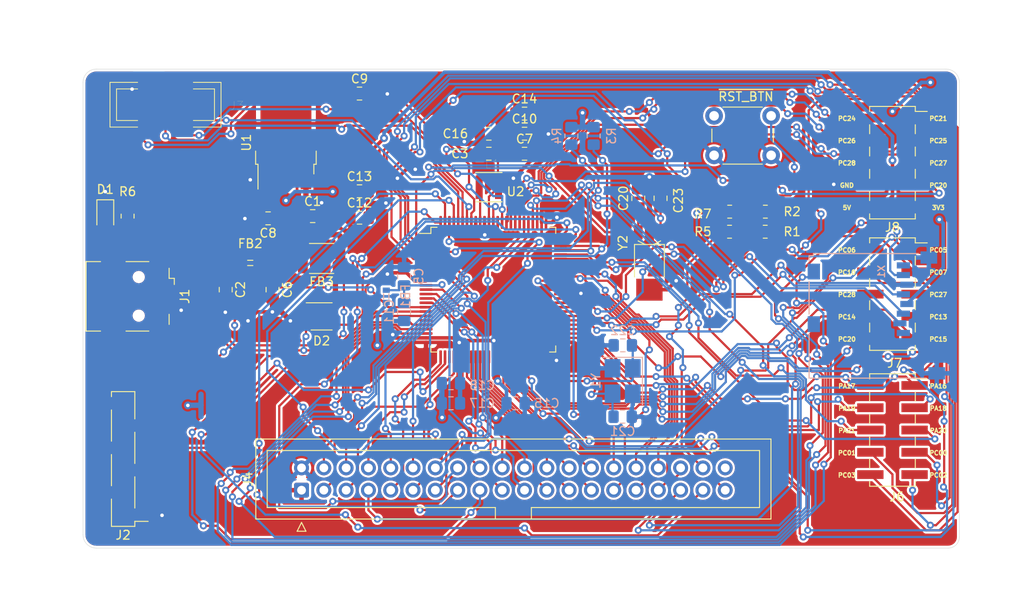
<source format=kicad_pcb>
(kicad_pcb (version 20171130) (host pcbnew "(5.1.5)-3")

  (general
    (thickness 1.6)
    (drawings 47)
    (tracks 1743)
    (zones 0)
    (modules 47)
    (nets 93)
  )

  (page A4)
  (layers
    (0 F.Cu signal)
    (31 B.Cu signal)
    (32 B.Adhes user)
    (33 F.Adhes user)
    (34 B.Paste user)
    (35 F.Paste user)
    (36 B.SilkS user)
    (37 F.SilkS user)
    (38 B.Mask user)
    (39 F.Mask user)
    (40 Dwgs.User user)
    (41 Cmts.User user)
    (42 Eco1.User user)
    (43 Eco2.User user)
    (44 Edge.Cuts user)
    (45 Margin user)
    (46 B.CrtYd user)
    (47 F.CrtYd user)
    (48 B.Fab user)
    (49 F.Fab user)
  )

  (setup
    (last_trace_width 0.25)
    (trace_clearance 0.0508)
    (zone_clearance 0.254)
    (zone_45_only no)
    (trace_min 0.2)
    (via_size 0.8)
    (via_drill 0.4)
    (via_min_size 0.4)
    (via_min_drill 0.3)
    (uvia_size 0.3)
    (uvia_drill 0.1)
    (uvias_allowed no)
    (uvia_min_size 0.2)
    (uvia_min_drill 0.1)
    (edge_width 0.05)
    (segment_width 0.2)
    (pcb_text_width 0.3)
    (pcb_text_size 1.5 1.5)
    (mod_edge_width 0.12)
    (mod_text_size 1 1)
    (mod_text_width 0.15)
    (pad_size 2 2)
    (pad_drill 1.1)
    (pad_to_mask_clearance 0)
    (aux_axis_origin 0 0)
    (visible_elements 7FFFFFFF)
    (pcbplotparams
      (layerselection 0x01c00_7ffffffe)
      (usegerberextensions true)
      (usegerberattributes true)
      (usegerberadvancedattributes true)
      (creategerberjobfile false)
      (excludeedgelayer false)
      (linewidth 0.100000)
      (plotframeref true)
      (viasonmask false)
      (mode 1)
      (useauxorigin false)
      (hpglpennumber 1)
      (hpglpenspeed 20)
      (hpglpendiameter 15.000000)
      (psnegative false)
      (psa4output false)
      (plotreference true)
      (plotvalue true)
      (plotinvisibletext false)
      (padsonsilk false)
      (subtractmaskfromsilk false)
      (outputformat 4)
      (mirror false)
      (drillshape 0)
      (scaleselection 1)
      (outputdirectory "gerbers/"))
  )

  (net 0 "")
  (net 1 GND)
  (net 2 +5V)
  (net 3 /VBUS_USB_RAW)
  (net 4 /VCC_MCU_VDDCORE)
  (net 5 +3V3)
  (net 6 /VCC_MCU_VDDANA)
  (net 7 "Net-(C6-Pad1)")
  (net 8 /~RESET)
  (net 9 /XOUT32)
  (net 10 /XOUT0)
  (net 11 /XIN0)
  (net 12 /XIN32)
  (net 13 "Net-(D1-Pad2)")
  (net 14 /USB_DM)
  (net 15 /USB_DP)
  (net 16 "Net-(J1-Pad6)")
  (net 17 /DBG_TX)
  (net 18 /DBG_RX)
  (net 19 /SWDIO)
  (net 20 /SWCLK)
  (net 21 /SWO)
  (net 22 /~TFT_cRST)
  (net 23 /TFT_D23)
  (net 24 /TFT_D21)
  (net 25 /TFT_D19)
  (net 26 /TFT_D17)
  (net 27 /TFT_D15)
  (net 28 /TFT_D13)
  (net 29 /TFT_D11)
  (net 30 /TFT_D9)
  (net 31 /TFT_D7)
  (net 32 /TFT_D5)
  (net 33 /TFT_D3)
  (net 34 /TFT_D1)
  (net 35 /TFT_TE)
  (net 36 /TFT_WR)
  (net 37 /TFT_DC)
  (net 38 /TFT_GPIO)
  (net 39 /I2C_SDA)
  (net 40 /TFT_WAKE)
  (net 41 /TFT_STANDBY)
  (net 42 /TFT_D22)
  (net 43 /TFT_D20)
  (net 44 /TFT_D18)
  (net 45 /TFT_D16)
  (net 46 /TFT_D14)
  (net 47 /TFT_D12)
  (net 48 /TFT_D10)
  (net 49 /TFT_D8)
  (net 50 /TFT_D6)
  (net 51 /TFT_D4)
  (net 52 /TFT_D2)
  (net 53 /TFT_D0)
  (net 54 /TFT_RD)
  (net 55 /~TFT_CS)
  (net 56 /~TFT_RST)
  (net 57 /TOUCH_INT)
  (net 58 /I2C_SCL)
  (net 59 /SD_CD)
  (net 60 /SD_MISO)
  (net 61 /SD_SCK)
  (net 62 /SD_MOSI)
  (net 63 /~SD_CS)
  (net 64 /DEV_GPIO_10)
  (net 65 /DEV_GPIO_9)
  (net 66 /DEV_GPIO_8)
  (net 67 /DEV_GPIO_7)
  (net 68 /DEV_GPIO_6)
  (net 69 /DEV_GPIO_5)
  (net 70 /DEV_GPIO_4)
  (net 71 /DEV_GPIO_3)
  (net 72 /DEV_GPIO_2)
  (net 73 /DEV_GPIO_1)
  (net 74 /DEV_GPIO_20)
  (net 75 /DEV_GPIO_19)
  (net 76 /DEV_GPIO_18)
  (net 77 /DEV_GPIO_17)
  (net 78 /DEV_GPIO_16)
  (net 79 /DEV_GPIO_15)
  (net 80 /DEV_GPIO_14)
  (net 81 /DEV_GPIO_13)
  (net 82 /DEV_GPIO_12)
  (net 83 /DEV_GPIO_11)
  (net 84 /DEV_GPIO_27)
  (net 85 /DEV_GPIO_26)
  (net 86 /DEV_GPIO_25)
  (net 87 /DEV_GPIO_24)
  (net 88 /DEV_GPIO_23)
  (net 89 /DEV_GPIO_22)
  (net 90 /DEV_GPIO_21)
  (net 91 /VCC_MCU_VSW)
  (net 92 "Net-(R2-Pad2)")

  (net_class Default "This is the default net class."
    (clearance 0.0508)
    (trace_width 0.25)
    (via_dia 0.8)
    (via_drill 0.4)
    (uvia_dia 0.3)
    (uvia_drill 0.1)
    (add_net /VBUS_USB_RAW)
    (add_net "Net-(C6-Pad1)")
  )

  (net_class Default1 ""
    (clearance 0.0508)
    (trace_width 0.25)
    (via_dia 0.8)
    (via_drill 0.4)
    (uvia_dia 0.3)
    (uvia_drill 0.1)
    (add_net /DBG_RX)
    (add_net /DBG_TX)
    (add_net /DEV_GPIO_1)
    (add_net /DEV_GPIO_10)
    (add_net /DEV_GPIO_11)
    (add_net /DEV_GPIO_12)
    (add_net /DEV_GPIO_13)
    (add_net /DEV_GPIO_14)
    (add_net /DEV_GPIO_15)
    (add_net /DEV_GPIO_16)
    (add_net /DEV_GPIO_17)
    (add_net /DEV_GPIO_18)
    (add_net /DEV_GPIO_19)
    (add_net /DEV_GPIO_2)
    (add_net /DEV_GPIO_20)
    (add_net /DEV_GPIO_21)
    (add_net /DEV_GPIO_22)
    (add_net /DEV_GPIO_23)
    (add_net /DEV_GPIO_24)
    (add_net /DEV_GPIO_25)
    (add_net /DEV_GPIO_26)
    (add_net /DEV_GPIO_27)
    (add_net /DEV_GPIO_3)
    (add_net /DEV_GPIO_4)
    (add_net /DEV_GPIO_5)
    (add_net /DEV_GPIO_6)
    (add_net /DEV_GPIO_7)
    (add_net /DEV_GPIO_8)
    (add_net /DEV_GPIO_9)
    (add_net /I2C_SCL)
    (add_net /I2C_SDA)
    (add_net /SD_CD)
    (add_net /SD_MISO)
    (add_net /SD_MOSI)
    (add_net /SD_SCK)
    (add_net /SWCLK)
    (add_net /SWDIO)
    (add_net /SWO)
    (add_net /TFT_D0)
    (add_net /TFT_D1)
    (add_net /TFT_D10)
    (add_net /TFT_D11)
    (add_net /TFT_D12)
    (add_net /TFT_D13)
    (add_net /TFT_D14)
    (add_net /TFT_D15)
    (add_net /TFT_D16)
    (add_net /TFT_D17)
    (add_net /TFT_D18)
    (add_net /TFT_D19)
    (add_net /TFT_D2)
    (add_net /TFT_D20)
    (add_net /TFT_D21)
    (add_net /TFT_D22)
    (add_net /TFT_D23)
    (add_net /TFT_D3)
    (add_net /TFT_D4)
    (add_net /TFT_D5)
    (add_net /TFT_D6)
    (add_net /TFT_D7)
    (add_net /TFT_D8)
    (add_net /TFT_D9)
    (add_net /TFT_DC)
    (add_net /TFT_GPIO)
    (add_net /TFT_RD)
    (add_net /TFT_STANDBY)
    (add_net /TFT_TE)
    (add_net /TFT_WAKE)
    (add_net /TFT_WR)
    (add_net /TOUCH_INT)
    (add_net /USB_DM)
    (add_net /USB_DP)
    (add_net /VCC_MCU_VDDANA)
    (add_net /VCC_MCU_VDDCORE)
    (add_net /VCC_MCU_VSW)
    (add_net /XIN0)
    (add_net /XIN32)
    (add_net /XOUT0)
    (add_net /XOUT32)
    (add_net /~RESET)
    (add_net /~SD_CS)
    (add_net /~TFT_CS)
    (add_net /~TFT_RST)
    (add_net /~TFT_cRST)
    (add_net "Net-(D1-Pad2)")
    (add_net "Net-(J1-Pad6)")
    (add_net "Net-(R2-Pad2)")
  )

  (net_class Power ""
    (clearance 0.0508)
    (trace_width 0.4064)
    (via_dia 0.889)
    (via_drill 0.4064)
    (uvia_dia 0.3)
    (uvia_drill 0.1)
    (add_net +3V3)
    (add_net +5V)
    (add_net GND)
  )

  (module plib:MICROSD (layer B.Cu) (tedit 0) (tstamp 5FBE7D47)
    (at 177.292 91.44 270)
    (descr "Courtesy: Adafruit Industries")
    (path /5FC4F751)
    (fp_text reference X1 (at 1.18 -7.69 270) (layer B.SilkS)
      (effects (font (size 0.77216 0.77216) (thickness 0.146304)) (justify left top mirror))
    )
    (fp_text value MICROSD (at 1.18 -8.833 270) (layer B.Fab)
      (effects (font (size 0.38608 0.38608) (thickness 0.04064)) (justify left top mirror))
    )
    (fp_line (start 14.15 0.1) (end 14.15 -13.25) (layer B.SilkS) (width 0.127))
    (fp_line (start 9.1 0.1) (end 14.15 0.1) (layer B.SilkS) (width 0.127))
    (fp_line (start 3.15 0.1) (end 6.85 0.1) (layer B.SilkS) (width 0.127))
    (fp_line (start -0.05 -0.4) (end -0.05 -12.35) (layer B.SilkS) (width 0.127))
    (fp_line (start 0.2 -0.4) (end -0.05 -0.4) (layer B.SilkS) (width 0.127))
    (fp_line (start 0.2 0.1) (end 0.2 -0.4) (layer B.SilkS) (width 0.127))
    (fp_line (start 0.85 0.1) (end 0.2 0.1) (layer B.SilkS) (width 0.127))
    (fp_line (start 11.29 -19.52) (end 11.29 -16.67) (layer B.Fab) (width 0.1))
    (fp_line (start 1.14 -20.37) (end 10.44 -20.37) (layer B.Fab) (width 0.1))
    (fp_line (start 0.29 -16.72) (end 0.29 -19.52) (layer B.Fab) (width 0.1))
    (fp_line (start 1.14 -16.92) (end 10.44 -16.92) (layer B.Fab) (width 0.1))
    (fp_line (start 0.29 -15.92) (end 0.29 -16.07) (layer B.Fab) (width 0.1))
    (fp_line (start 11.29 -15.42) (end 11.29 -14.12) (layer B.Fab) (width 0.1))
    (fp_line (start 1.09 -16.17) (end 10.54 -16.17) (layer B.Fab) (width 0.1))
    (fp_line (start 0.34 -14.12) (end 0.34 -15.42) (layer B.Fab) (width 0.1))
    (fp_line (start 9.19 -11.17) (end 9.19 -9.82) (layer B.Fab) (width 0.1))
    (fp_line (start 8.79 -11.17) (end 9.19 -11.17) (layer B.Fab) (width 0.1))
    (fp_line (start 8.79 -9.77) (end 8.79 -11.17) (layer B.Fab) (width 0.1))
    (fp_line (start 8.09 -10.82) (end 8.09 -9.77) (layer B.Fab) (width 0.1))
    (fp_line (start 7.69 -10.82) (end 8.09 -10.82) (layer B.Fab) (width 0.1))
    (fp_line (start 7.69 -9.77) (end 7.69 -10.82) (layer B.Fab) (width 0.1))
    (fp_line (start 6.99 -11.22) (end 6.99 -9.82) (layer B.Fab) (width 0.1))
    (fp_line (start 6.59 -11.22) (end 6.99 -11.22) (layer B.Fab) (width 0.1))
    (fp_line (start 6.59 -9.77) (end 6.59 -11.22) (layer B.Fab) (width 0.1))
    (fp_line (start 5.89 -11.37) (end 5.54 -11.37) (layer B.Fab) (width 0.1))
    (fp_line (start 5.89 -9.92) (end 5.89 -11.37) (layer B.Fab) (width 0.1))
    (fp_line (start 6.24 -9.92) (end 6.24 -9.77) (layer B.Fab) (width 0.1))
    (fp_line (start 5.89 -9.92) (end 6.24 -9.92) (layer B.Fab) (width 0.1))
    (fp_line (start 5.49 -9.92) (end 5.89 -9.92) (layer B.Fab) (width 0.1))
    (fp_line (start 4.79 -11.22) (end 4.79 -9.92) (layer B.Fab) (width 0.1))
    (fp_line (start 4.39 -11.22) (end 4.79 -11.22) (layer B.Fab) (width 0.1))
    (fp_line (start 4.39 -9.77) (end 4.39 -11.22) (layer B.Fab) (width 0.1))
    (fp_line (start 3.74 -11.42) (end 3.74 -9.97) (layer B.Fab) (width 0.1))
    (fp_line (start 3.29 -11.42) (end 3.74 -11.42) (layer B.Fab) (width 0.1))
    (fp_line (start 3.29 -9.97) (end 3.29 -11.42) (layer B.Fab) (width 0.1))
    (fp_line (start 4.04 -9.97) (end 4.04 -9.77) (layer B.Fab) (width 0.1))
    (fp_line (start 3.74 -9.97) (end 4.04 -9.97) (layer B.Fab) (width 0.1))
    (fp_line (start 3.29 -9.97) (end 3.74 -9.97) (layer B.Fab) (width 0.1))
    (fp_line (start 2.94 -9.97) (end 3.29 -9.97) (layer B.Fab) (width 0.1))
    (fp_line (start 2.94 -9.77) (end 2.94 -9.97) (layer B.Fab) (width 0.1))
    (fp_line (start 2.59 -11.17) (end 2.59 -9.77) (layer B.Fab) (width 0.1))
    (fp_line (start 2.19 -11.17) (end 2.59 -11.17) (layer B.Fab) (width 0.1))
    (fp_line (start 2.19 -9.77) (end 2.19 -11.17) (layer B.Fab) (width 0.1))
    (fp_line (start 1.49 -11.17) (end 1.49 -9.77) (layer B.Fab) (width 0.1))
    (fp_line (start 1.09 -11.17) (end 1.49 -11.17) (layer B.Fab) (width 0.1))
    (fp_line (start 1.09 -9.82) (end 1.09 -11.17) (layer B.Fab) (width 0.1))
    (fp_line (start 8.39 -0.77) (end 8.39 -0.17) (layer B.Fab) (width 0.1))
    (fp_line (start 8.29 -0.77) (end 8.39 -0.77) (layer B.Fab) (width 0.1))
    (fp_line (start 7.19 -0.77) (end 7.19 -0.17) (layer B.Fab) (width 0.1))
    (fp_line (start 7.39 -0.77) (end 7.19 -0.77) (layer B.Fab) (width 0.1))
    (fp_line (start 8.29 -0.92) (end 8.54 -0.92) (layer B.Fab) (width 0.1))
    (fp_line (start 7.39 -0.92) (end 7.09 -0.92) (layer B.Fab) (width 0.1))
    (fp_line (start 7.14 -5.92) (end 8.44 -5.92) (layer B.Fab) (width 0.1))
    (fp_line (start 7.39 -0.47) (end 7.14 -5.92) (layer B.Fab) (width 0.1))
    (fp_line (start 7.39 -0.42) (end 7.39 -0.47) (layer B.Fab) (width 0.1))
    (fp_line (start 7.59 -1.27) (end 7.59 -0.32) (layer B.Fab) (width 0.1))
    (fp_line (start 7.79 -1.52) (end 7.84 -1.52) (layer B.Fab) (width 0.1))
    (fp_line (start 8.04 -0.32) (end 8.04 -1.27) (layer B.Fab) (width 0.1))
    (fp_line (start 8.24 -0.57) (end 8.24 -0.52) (layer B.Fab) (width 0.1))
    (fp_line (start 8.44 -5.92) (end 8.24 -0.57) (layer B.Fab) (width 0.1))
    (fp_line (start 8.74 -5.87) (end 8.74 -5.92) (layer B.Fab) (width 0.1))
    (fp_line (start 8.49 0.03) (end 8.74 -5.87) (layer B.Fab) (width 0.1))
    (fp_line (start 7.14 -0.12) (end 8.49 -0.12) (layer B.Fab) (width 0.1))
    (fp_line (start 6.84 -5.92) (end 7.09 0.03) (layer B.Fab) (width 0.1))
    (fp_line (start 2.69 -0.77) (end 2.69 -0.17) (layer B.Fab) (width 0.1))
    (fp_line (start 2.59 -0.77) (end 2.69 -0.77) (layer B.Fab) (width 0.1))
    (fp_line (start 1.49 -0.77) (end 1.49 -0.17) (layer B.Fab) (width 0.1))
    (fp_line (start 1.69 -0.77) (end 1.49 -0.77) (layer B.Fab) (width 0.1))
    (fp_line (start 2.59 -0.92) (end 2.84 -0.92) (layer B.Fab) (width 0.1))
    (fp_line (start 1.69 -0.92) (end 1.39 -0.92) (layer B.Fab) (width 0.1))
    (fp_line (start 1.44 -5.92) (end 2.74 -5.92) (layer B.Fab) (width 0.1))
    (fp_line (start 1.69 -0.47) (end 1.44 -5.92) (layer B.Fab) (width 0.1))
    (fp_line (start 1.69 -0.42) (end 1.69 -0.47) (layer B.Fab) (width 0.1))
    (fp_line (start 1.89 -1.27) (end 1.89 -0.32) (layer B.Fab) (width 0.1))
    (fp_line (start 2.09 -1.52) (end 2.14 -1.52) (layer B.Fab) (width 0.1))
    (fp_line (start 2.34 -0.32) (end 2.34 -1.27) (layer B.Fab) (width 0.1))
    (fp_line (start 2.54 -0.57) (end 2.54 -0.52) (layer B.Fab) (width 0.1))
    (fp_line (start 2.74 -5.92) (end 2.54 -0.57) (layer B.Fab) (width 0.1))
    (fp_line (start 3.04 -5.87) (end 3.04 -5.92) (layer B.Fab) (width 0.1))
    (fp_line (start 2.79 0.03) (end 3.04 -5.87) (layer B.Fab) (width 0.1))
    (fp_line (start 1.44 -0.12) (end 2.79 -0.12) (layer B.Fab) (width 0.1))
    (fp_line (start 1.14 -5.92) (end 1.39 0.03) (layer B.Fab) (width 0.1))
    (fp_line (start 9.99 -6.37) (end 9.99 -3.87) (layer B.Fab) (width 0.1))
    (fp_line (start 10.24 -6.57) (end 10.19 -6.57) (layer B.Fab) (width 0.1))
    (fp_line (start 10.49 -3.87) (end 10.49 -6.32) (layer B.Fab) (width 0.1))
    (fp_line (start 10.19 -3.67) (end 10.29 -3.67) (layer B.Fab) (width 0.1))
    (fp_line (start 0.94 -11.22) (end 0.94 -10.12) (layer B.Fab) (width 0.1))
    (fp_line (start 4.49 -11.57) (end 1.29 -11.57) (layer B.Fab) (width 0.1))
    (fp_line (start 4.84 -10.02) (end 4.84 -11.22) (layer B.Fab) (width 0.1))
    (fp_line (start 4.39 -9.77) (end 4.59 -9.77) (layer B.Fab) (width 0.1))
    (fp_line (start 4.04 -9.77) (end 4.39 -9.77) (layer B.Fab) (width 0.1))
    (fp_line (start 2.94 -9.77) (end 4.04 -9.77) (layer B.Fab) (width 0.1))
    (fp_line (start 2.59 -9.77) (end 2.94 -9.77) (layer B.Fab) (width 0.1))
    (fp_line (start 2.19 -9.77) (end 2.59 -9.77) (layer B.Fab) (width 0.1))
    (fp_line (start 1.49 -9.77) (end 2.19 -9.77) (layer B.Fab) (width 0.1))
    (fp_line (start 1.29 -9.77) (end 1.49 -9.77) (layer B.Fab) (width 0.1))
    (fp_line (start 5.44 -11.22) (end 5.44 -10.07) (layer B.Fab) (width 0.1))
    (fp_line (start 8.99 -11.57) (end 5.79 -11.57) (layer B.Fab) (width 0.1))
    (fp_line (start 9.34 -10.07) (end 9.34 -11.22) (layer B.Fab) (width 0.1))
    (fp_line (start 8.79 -9.77) (end 9.04 -9.77) (layer B.Fab) (width 0.1))
    (fp_line (start 8.09 -9.77) (end 8.79 -9.77) (layer B.Fab) (width 0.1))
    (fp_line (start 7.69 -9.77) (end 8.09 -9.77) (layer B.Fab) (width 0.1))
    (fp_line (start 6.59 -9.77) (end 7.69 -9.77) (layer B.Fab) (width 0.1))
    (fp_line (start 6.24 -9.77) (end 6.59 -9.77) (layer B.Fab) (width 0.1))
    (fp_line (start 5.74 -9.77) (end 6.24 -9.77) (layer B.Fab) (width 0.1))
    (fp_line (start 11.94 -6.47) (end 14.04 -6.47) (layer B.Fab) (width 0.1))
    (fp_line (start 11.59 -8.12) (end 11.59 -6.82) (layer B.Fab) (width 0.1))
    (fp_line (start 11.84 -8.37) (end 11.64 -8.17) (layer B.Fab) (width 0.1))
    (fp_line (start 11.84 -12.32) (end 11.84 -8.37) (layer B.Fab) (width 0.1))
    (fp_line (start 12.09 -12.52) (end 12.04 -12.52) (layer B.Fab) (width 0.1))
    (fp_line (start 12.44 -8.17) (end 12.29 -12.32) (layer B.Fab) (width 0.1))
    (fp_line (start 12.19 -7.97) (end 12.24 -7.97) (layer B.Fab) (width 0.1))
    (fp_line (start 12.04 -7.02) (end 12.04 -7.82) (layer B.Fab) (width 0.1))
    (fp_line (start 13.24 -6.87) (end 12.19 -6.87) (layer B.Fab) (width 0.1))
    (fp_line (start 13.39 -7.72) (end 13.39 -7.02) (layer B.Fab) (width 0.1))
    (fp_line (start 13.09 -12.32) (end 12.99 -8.12) (layer B.Fab) (width 0.1))
    (fp_line (start 14.04 -12.52) (end 13.29 -12.52) (layer B.Fab) (width 0.1))
    (fp_line (start 13.74 -14.17) (end 13.79 -14.17) (layer B.Fab) (width 0.1))
    (fp_line (start 13.59 -14.62) (end 13.59 -14.32) (layer B.Fab) (width 0.1))
    (fp_line (start 13.79 -14.77) (end 13.74 -14.77) (layer B.Fab) (width 0.1))
    (fp_line (start 13.94 -15.02) (end 13.94 -14.92) (layer B.Fab) (width 0.1))
    (fp_line (start 13.34 -13.82) (end 13.34 -15.12) (layer B.Fab) (width 0.1))
    (fp_line (start 13.64 -13.67) (end 13.64 -13.47) (layer B.Fab) (width 0.1))
    (fp_line (start 13.64 -13.67) (end 13.79 -13.67) (layer B.Fab) (width 0.1))
    (fp_line (start 12.99 -13.67) (end 13.64 -13.67) (layer B.Fab) (width 0.1))
    (fp_line (start 13.79 -13.47) (end 13.79 -13.67) (layer B.Fab) (width 0.1))
    (fp_line (start 11.34 -14.52) (end 10.84 -13.97) (layer B.Fab) (width 0.1))
    (fp_line (start 11.54 -14.52) (end 11.34 -14.52) (layer B.Fab) (width 0.1))
    (fp_line (start 11.49 -15.07) (end 11.34 -14.92) (layer B.Fab) (width 0.1))
    (fp_line (start 10.49 -14.92) (end 11.34 -14.92) (layer B.Fab) (width 0.1))
    (fp_line (start 10.99 -14.72) (end 10.49 -14.72) (layer B.Fab) (width 0.1))
    (fp_line (start 10.99 -14.72) (end 11.49 -14.72) (layer B.Fab) (width 0.1))
    (fp_line (start 10.49 -14.22) (end 10.99 -14.72) (layer B.Fab) (width 0.1))
    (fp_line (start 10.49 -13.87) (end 10.49 -14.22) (layer B.Fab) (width 0.1))
    (fp_line (start 10.49 -14.52) (end 10.74 -14.52) (layer B.Fab) (width 0.1))
    (fp_line (start 10.49 -14.72) (end 10.49 -14.52) (layer B.Fab) (width 0.1))
    (fp_line (start 10.49 -14.92) (end 10.49 -14.72) (layer B.Fab) (width 0.1))
    (fp_line (start 10.49 -15.12) (end 10.49 -14.92) (layer B.Fab) (width 0.1))
    (fp_line (start 9.54 -15.12) (end 9.54 -13.62) (layer B.Fab) (width 0.1))
    (fp_line (start 10.49 -15.12) (end 9.54 -15.12) (layer B.Fab) (width 0.1))
    (fp_line (start 11.79 -15.12) (end 10.49 -15.12) (layer B.Fab) (width 0.1))
    (fp_line (start 14.04 -2.32) (end 14.04 0.03) (layer B.Fab) (width 0.1))
    (fp_line (start 14.09 -2.32) (end 14.04 -2.32) (layer B.Fab) (width 0.1))
    (fp_line (start 14.09 -3.37) (end 14.09 -2.32) (layer B.Fab) (width 0.1))
    (fp_line (start 14.04 -3.37) (end 14.09 -3.37) (layer B.Fab) (width 0.1))
    (fp_line (start 14.04 -6.47) (end 14.04 -3.37) (layer B.Fab) (width 0.1))
    (fp_line (start 14.04 -7.52) (end 14.04 -6.47) (layer B.Fab) (width 0.1))
    (fp_line (start 14.09 -7.52) (end 14.04 -7.52) (layer B.Fab) (width 0.1))
    (fp_line (start 14.09 -8.57) (end 14.09 -7.52) (layer B.Fab) (width 0.1))
    (fp_line (start 14.04 -8.57) (end 14.09 -8.57) (layer B.Fab) (width 0.1))
    (fp_line (start 14.04 -11.52) (end 14.04 -8.57) (layer B.Fab) (width 0.1))
    (fp_line (start 14.09 -11.52) (end 14.04 -11.52) (layer B.Fab) (width 0.1))
    (fp_line (start 14.09 -12.52) (end 14.09 -11.52) (layer B.Fab) (width 0.1))
    (fp_line (start 14.04 -12.52) (end 14.09 -12.52) (layer B.Fab) (width 0.1))
    (fp_line (start 14.04 -13.42) (end 14.04 -12.52) (layer B.Fab) (width 0.1))
    (fp_line (start 13.14 -13.42) (end 14.04 -13.42) (layer B.Fab) (width 0.1))
    (fp_line (start 13.34 -13.82) (end 13.14 -13.82) (layer B.Fab) (width 0.1))
    (fp_line (start 13.74 -13.82) (end 13.34 -13.82) (layer B.Fab) (width 0.1))
    (fp_line (start 13.99 -14.87) (end 13.99 -14.07) (layer B.Fab) (width 0.1))
    (fp_line (start 13.34 -15.12) (end 13.74 -15.12) (layer B.Fab) (width 0.1))
    (fp_line (start 11.79 -15.12) (end 13.34 -15.12) (layer B.Fab) (width 0.1))
    (fp_line (start 11.54 -14.52) (end 11.54 -14.87) (layer B.Fab) (width 0.1))
    (fp_line (start 11.54 -14.27) (end 11.54 -14.52) (layer B.Fab) (width 0.1))
    (fp_line (start 0.04 -9.42) (end 0.04 -14.17) (layer B.Fab) (width 0.1))
    (fp_line (start -0.01 -9.42) (end 0.04 -9.42) (layer B.Fab) (width 0.1))
    (fp_line (start -0.01 -8.12) (end -0.01 -9.42) (layer B.Fab) (width 0.1))
    (fp_line (start 0.04 -8.12) (end -0.01 -8.12) (layer B.Fab) (width 0.1))
    (fp_line (start 0.04 -3.07) (end 0.04 -8.12) (layer B.Fab) (width 0.1))
    (fp_line (start -0.01 -3.07) (end 0.04 -3.07) (layer B.Fab) (width 0.1))
    (fp_line (start -0.01 -1.72) (end -0.01 -3.07) (layer B.Fab) (width 0.1))
    (fp_line (start 0.04 -1.72) (end -0.01 -1.72) (layer B.Fab) (width 0.1))
    (fp_line (start 0.04 -0.47) (end 0.04 -1.72) (layer B.Fab) (width 0.1))
    (fp_line (start 0.29 -0.47) (end 0.04 -0.47) (layer B.Fab) (width 0.1))
    (fp_line (start 0.29 0.03) (end 0.29 -0.47) (layer B.Fab) (width 0.1))
    (fp_line (start 1.39 0.03) (end 0.29 0.03) (layer B.Fab) (width 0.1))
    (fp_line (start 2.79 0.03) (end 1.39 0.03) (layer B.Fab) (width 0.1))
    (fp_line (start 10.39 0.03) (end 2.79 0.03) (layer B.Fab) (width 0.1))
    (fp_line (start 10.39 -0.27) (end 10.39 0.03) (layer B.Fab) (width 0.1))
    (fp_line (start 10.79 0.03) (end 10.79 -0.27) (layer B.Fab) (width 0.1))
    (fp_line (start 12.99 0.03) (end 10.79 0.03) (layer B.Fab) (width 0.1))
    (fp_line (start 12.99 -0.27) (end 12.99 0.03) (layer B.Fab) (width 0.1))
    (fp_line (start 13.39 0.03) (end 13.39 -0.27) (layer B.Fab) (width 0.1))
    (fp_line (start 14.04 0.03) (end 13.39 0.03) (layer B.Fab) (width 0.1))
    (fp_arc (start 10.44 -19.52) (end 10.44 -20.37) (angle 90) (layer B.Fab) (width 0.1))
    (fp_arc (start 1.14 -19.52) (end 0.29 -19.52) (angle 90) (layer B.Fab) (width 0.1))
    (fp_arc (start 10.44 -16.07) (end 10.44 -16.92) (angle 90) (layer B.Fab) (width 0.1))
    (fp_arc (start 1.14 -16.07) (end 0.29 -16.07) (angle 90) (layer B.Fab) (width 0.1))
    (fp_arc (start 10.54 -15.42) (end 10.54 -16.17) (angle 90) (layer B.Fab) (width 0.1))
    (fp_arc (start 1.09 -15.42) (end 0.34 -15.42) (angle 90) (layer B.Fab) (width 0.1))
    (fp_arc (start 7.54 -0.47) (end 7.59 -0.32) (angle 90) (layer B.Fab) (width 0.1))
    (fp_arc (start 7.84 -1.27) (end 7.84 -1.52) (angle -90) (layer B.Fab) (width 0.1))
    (fp_arc (start 7.79 -1.27) (end 8.04 -1.27) (angle -90) (layer B.Fab) (width 0.1))
    (fp_arc (start 8.04 -0.52) (end 8.24 -0.52) (angle 90) (layer B.Fab) (width 0.1))
    (fp_arc (start 8.59 -5.92) (end 8.59 -6.07) (angle -90) (layer B.Fab) (width 0.1))
    (fp_arc (start 8.59 -5.92) (end 8.74 -5.92) (angle -90) (layer B.Fab) (width 0.1))
    (fp_arc (start 6.99 -5.92) (end 6.99 -6.07) (angle -90) (layer B.Fab) (width 0.1))
    (fp_arc (start 6.99 -5.92) (end 7.14 -5.92) (angle -90) (layer B.Fab) (width 0.1))
    (fp_arc (start 1.84 -0.47) (end 1.89 -0.32) (angle 90) (layer B.Fab) (width 0.1))
    (fp_arc (start 2.14 -1.27) (end 2.14 -1.52) (angle -90) (layer B.Fab) (width 0.1))
    (fp_arc (start 2.09 -1.27) (end 2.34 -1.27) (angle -90) (layer B.Fab) (width 0.1))
    (fp_arc (start 2.34 -0.52) (end 2.54 -0.52) (angle 90) (layer B.Fab) (width 0.1))
    (fp_arc (start 2.89 -5.92) (end 2.89 -6.07) (angle -90) (layer B.Fab) (width 0.1))
    (fp_arc (start 2.89 -5.92) (end 3.04 -5.92) (angle -90) (layer B.Fab) (width 0.1))
    (fp_arc (start 1.29 -5.92) (end 1.29 -6.07) (angle -90) (layer B.Fab) (width 0.1))
    (fp_arc (start 1.29 -5.92) (end 1.44 -5.92) (angle -90) (layer B.Fab) (width 0.1))
    (fp_arc (start 10.19 -6.37) (end 10.19 -6.57) (angle -90) (layer B.Fab) (width 0.1))
    (fp_arc (start 10.24 -6.32) (end 10.49 -6.32) (angle -90) (layer B.Fab) (width 0.1))
    (fp_arc (start 10.29 -3.87) (end 10.29 -3.67) (angle -90) (layer B.Fab) (width 0.1))
    (fp_arc (start 10.19 -3.87) (end 9.99 -3.87) (angle -90) (layer B.Fab) (width 0.1))
    (fp_arc (start 1.29 -10.12) (end 0.94 -10.12) (angle -90) (layer B.Fab) (width 0.1))
    (fp_arc (start 1.29 -11.22) (end 1.29 -11.57) (angle -90) (layer B.Fab) (width 0.1))
    (fp_arc (start 4.49 -11.22) (end 4.84 -11.22) (angle -90) (layer B.Fab) (width 0.1))
    (fp_arc (start 4.59 -10.02) (end 4.59 -9.77) (angle -90) (layer B.Fab) (width 0.1))
    (fp_arc (start 5.74 -10.07) (end 5.44 -10.07) (angle -90) (layer B.Fab) (width 0.1))
    (fp_arc (start 5.79 -11.22) (end 5.79 -11.57) (angle -90) (layer B.Fab) (width 0.1))
    (fp_arc (start 8.99 -11.22) (end 9.34 -11.22) (angle -90) (layer B.Fab) (width 0.1))
    (fp_arc (start 9.04 -10.07) (end 9.04 -9.77) (angle -90) (layer B.Fab) (width 0.1))
    (fp_arc (start 11.94 -6.82) (end 11.59 -6.82) (angle -90) (layer B.Fab) (width 0.1))
    (fp_arc (start 11.64 -8.12) (end 11.64 -8.17) (angle -90) (layer B.Fab) (width 0.1))
    (fp_arc (start 12.04 -12.32) (end 12.04 -12.52) (angle -90) (layer B.Fab) (width 0.1))
    (fp_arc (start 12.09 -12.32) (end 12.29 -12.32) (angle -90) (layer B.Fab) (width 0.1))
    (fp_arc (start 12.24 -8.17) (end 12.24 -7.97) (angle -90) (layer B.Fab) (width 0.1))
    (fp_arc (start 12.19 -7.82) (end 12.04 -7.82) (angle 90) (layer B.Fab) (width 0.1))
    (fp_arc (start 12.19 -7.02) (end 12.19 -6.87) (angle 90) (layer B.Fab) (width 0.1))
    (fp_arc (start 13.24 -7.02) (end 13.39 -7.02) (angle 90) (layer B.Fab) (width 0.1))
    (fp_arc (start 13.14 -7.72) (end 13.14 -7.97) (angle 90) (layer B.Fab) (width 0.1))
    (fp_arc (start 13.14 -8.12) (end 12.99 -8.12) (angle -90) (layer B.Fab) (width 0.1))
    (fp_arc (start 13.29 -12.32) (end 13.29 -12.52) (angle -90) (layer B.Fab) (width 0.1))
    (fp_arc (start 13.74 -14.02) (end 13.94 -14.02) (angle 90) (layer B.Fab) (width 0.1))
    (fp_arc (start 13.79 -14.02) (end 13.79 -14.17) (angle 90) (layer B.Fab) (width 0.1))
    (fp_arc (start 13.74 -14.32) (end 13.59 -14.32) (angle -90) (layer B.Fab) (width 0.1))
    (fp_arc (start 13.74 -14.62) (end 13.74 -14.77) (angle -90) (layer B.Fab) (width 0.1))
    (fp_arc (start 13.79 -14.92) (end 13.94 -14.92) (angle 90) (layer B.Fab) (width 0.1))
    (fp_arc (start 11.49 -14.92) (end 11.34 -14.92) (angle -90) (layer B.Fab) (width 0.1))
    (fp_arc (start 13.14 -13.62) (end 12.94 -13.62) (angle -90) (layer B.Fab) (width 0.1))
    (fp_arc (start 13.14 -13.62) (end 13.14 -13.82) (angle -90) (layer B.Fab) (width 0.1))
    (fp_arc (start 13.74 -14.07) (end 13.99 -14.07) (angle 90) (layer B.Fab) (width 0.1))
    (fp_arc (start 13.74 -14.87) (end 13.94 -15.02) (angle 36.869898) (layer B.Fab) (width 0.1))
    (fp_arc (start 13.739999 -14.869999) (end 13.74 -15.12) (angle 53.130102) (layer B.Fab) (width 0.1))
    (fp_arc (start 11.79 -14.87) (end 11.54 -14.87) (angle 90) (layer B.Fab) (width 0.1))
    (fp_arc (start 11.44 -14.27) (end 11.44 -14.17) (angle -90) (layer B.Fab) (width 0.1))
    (fp_arc (start 5.74 -29.830621) (end 0.04 -14.17) (angle -40) (layer B.Fab) (width 0.1))
    (fp_arc (start 10.59 -0.27) (end 10.59 -0.47) (angle -90) (layer B.Fab) (width 0.1))
    (fp_arc (start 10.59 -0.27) (end 10.79 -0.27) (angle -90) (layer B.Fab) (width 0.1))
    (fp_arc (start 13.19 -0.27) (end 13.19 -0.47) (angle -90) (layer B.Fab) (width 0.1))
    (fp_arc (start 13.19 -0.27) (end 13.39 -0.27) (angle -90) (layer B.Fab) (width 0.1))
    (pad 1 smd rect (at 9 -10.64 270) (size 0.7 1.5) (layers B.Cu B.Paste B.Mask)
      (solder_mask_margin 0.0508))
    (pad 2 smd rect (at 7.9 -10.24 270) (size 0.7 1.5) (layers B.Cu B.Paste B.Mask)
      (net 63 /~SD_CS) (solder_mask_margin 0.0508))
    (pad 3 smd rect (at 6.8 -10.64 270) (size 0.7 1.5) (layers B.Cu B.Paste B.Mask)
      (net 62 /SD_MOSI) (solder_mask_margin 0.0508))
    (pad 4 smd rect (at 5.7 -11.04 270) (size 0.7 1.5) (layers B.Cu B.Paste B.Mask)
      (net 5 +3V3) (solder_mask_margin 0.0508))
    (pad 5 smd rect (at 4.6 -10.64 270) (size 0.7 1.5) (layers B.Cu B.Paste B.Mask)
      (net 61 /SD_SCK) (solder_mask_margin 0.0508))
    (pad 6 smd rect (at 3.5 -11.04 270) (size 0.7 1.5) (layers B.Cu B.Paste B.Mask)
      (net 1 GND) (solder_mask_margin 0.0508))
    (pad 7 smd rect (at 2.4 -10.64 270) (size 0.7 1.5) (layers B.Cu B.Paste B.Mask)
      (net 60 /SD_MISO) (solder_mask_margin 0.0508))
    (pad 8 smd rect (at 1.3 -10.64 270) (size 0.7 1.5) (layers B.Cu B.Paste B.Mask)
      (solder_mask_margin 0.0508))
    (pad CD2 smd rect (at 8 -0.44 180) (size 1.4 1.8) (layers B.Cu B.Paste B.Mask)
      (solder_mask_margin 0.0508))
    (pad CD1 smd rect (at 2 -0.44 180) (size 1.4 1.8) (layers B.Cu B.Paste B.Mask)
      (net 59 /SD_CD) (solder_mask_margin 0.0508))
    (pad MT2 smd rect (at 13.6 -14.44 270) (size 1.4 1.9) (layers B.Cu B.Paste B.Mask)
      (net 1 GND) (solder_mask_margin 0.0508))
    (pad MT1 smd rect (at 0.4 -13.54 270) (size 1.4 1.9) (layers B.Cu B.Paste B.Mask)
      (net 1 GND) (solder_mask_margin 0.0508))
    (model ${PENG3D}/1660_v1.step
      (offset (xyz 6 -7.5 1))
      (scale (xyz 1 1 1))
      (rotate (xyz 90 90 0))
    )
  )

  (module Connector_PinHeader_2.54mm:PinHeader_1x06_P2.54mm_Vertical_SMD_Pin1Left (layer F.Cu) (tedit 59FED5CC) (tstamp 5FBC9952)
    (at 99.06 114.808 180)
    (descr "surface-mounted straight pin header, 1x06, 2.54mm pitch, single row, style 1 (pin 1 left)")
    (tags "Surface mounted pin header SMD 1x06 2.54mm single row style1 pin1 left")
    (path /603F710A)
    (attr smd)
    (fp_text reference J2 (at 0 -8.68) (layer F.SilkS)
      (effects (font (size 1 1) (thickness 0.15)))
    )
    (fp_text value FTDI_Header (at 0 8.68) (layer F.Fab)
      (effects (font (size 1 1) (thickness 0.15)))
    )
    (fp_line (start 1.27 7.62) (end -1.27 7.62) (layer F.Fab) (width 0.1))
    (fp_line (start -0.32 -7.62) (end 1.27 -7.62) (layer F.Fab) (width 0.1))
    (fp_line (start -1.27 7.62) (end -1.27 -6.67) (layer F.Fab) (width 0.1))
    (fp_line (start -1.27 -6.67) (end -0.32 -7.62) (layer F.Fab) (width 0.1))
    (fp_line (start 1.27 -7.62) (end 1.27 7.62) (layer F.Fab) (width 0.1))
    (fp_line (start -1.27 -6.67) (end -2.54 -6.67) (layer F.Fab) (width 0.1))
    (fp_line (start -2.54 -6.67) (end -2.54 -6.03) (layer F.Fab) (width 0.1))
    (fp_line (start -2.54 -6.03) (end -1.27 -6.03) (layer F.Fab) (width 0.1))
    (fp_line (start -1.27 -1.59) (end -2.54 -1.59) (layer F.Fab) (width 0.1))
    (fp_line (start -2.54 -1.59) (end -2.54 -0.95) (layer F.Fab) (width 0.1))
    (fp_line (start -2.54 -0.95) (end -1.27 -0.95) (layer F.Fab) (width 0.1))
    (fp_line (start -1.27 3.49) (end -2.54 3.49) (layer F.Fab) (width 0.1))
    (fp_line (start -2.54 3.49) (end -2.54 4.13) (layer F.Fab) (width 0.1))
    (fp_line (start -2.54 4.13) (end -1.27 4.13) (layer F.Fab) (width 0.1))
    (fp_line (start 1.27 -4.13) (end 2.54 -4.13) (layer F.Fab) (width 0.1))
    (fp_line (start 2.54 -4.13) (end 2.54 -3.49) (layer F.Fab) (width 0.1))
    (fp_line (start 2.54 -3.49) (end 1.27 -3.49) (layer F.Fab) (width 0.1))
    (fp_line (start 1.27 0.95) (end 2.54 0.95) (layer F.Fab) (width 0.1))
    (fp_line (start 2.54 0.95) (end 2.54 1.59) (layer F.Fab) (width 0.1))
    (fp_line (start 2.54 1.59) (end 1.27 1.59) (layer F.Fab) (width 0.1))
    (fp_line (start 1.27 6.03) (end 2.54 6.03) (layer F.Fab) (width 0.1))
    (fp_line (start 2.54 6.03) (end 2.54 6.67) (layer F.Fab) (width 0.1))
    (fp_line (start 2.54 6.67) (end 1.27 6.67) (layer F.Fab) (width 0.1))
    (fp_line (start -1.33 -7.68) (end 1.33 -7.68) (layer F.SilkS) (width 0.12))
    (fp_line (start -1.33 7.68) (end 1.33 7.68) (layer F.SilkS) (width 0.12))
    (fp_line (start 1.33 -7.68) (end 1.33 -4.57) (layer F.SilkS) (width 0.12))
    (fp_line (start -1.33 -7.11) (end -2.85 -7.11) (layer F.SilkS) (width 0.12))
    (fp_line (start -1.33 -7.68) (end -1.33 -7.11) (layer F.SilkS) (width 0.12))
    (fp_line (start 1.33 7.11) (end 1.33 7.68) (layer F.SilkS) (width 0.12))
    (fp_line (start 1.33 -3.05) (end 1.33 0.51) (layer F.SilkS) (width 0.12))
    (fp_line (start 1.33 2.03) (end 1.33 5.59) (layer F.SilkS) (width 0.12))
    (fp_line (start -1.33 -5.59) (end -1.33 -2.03) (layer F.SilkS) (width 0.12))
    (fp_line (start -1.33 -0.51) (end -1.33 3.05) (layer F.SilkS) (width 0.12))
    (fp_line (start -1.33 4.57) (end -1.33 7.68) (layer F.SilkS) (width 0.12))
    (fp_line (start -3.45 -8.15) (end -3.45 8.15) (layer F.CrtYd) (width 0.05))
    (fp_line (start -3.45 8.15) (end 3.45 8.15) (layer F.CrtYd) (width 0.05))
    (fp_line (start 3.45 8.15) (end 3.45 -8.15) (layer F.CrtYd) (width 0.05))
    (fp_line (start 3.45 -8.15) (end -3.45 -8.15) (layer F.CrtYd) (width 0.05))
    (fp_text user %R (at 0 0 90) (layer F.Fab)
      (effects (font (size 1 1) (thickness 0.15)))
    )
    (pad 6 smd rect (at 1.655 6.35 180) (size 2.51 1) (layers F.Cu F.Paste F.Mask))
    (pad 4 smd rect (at 1.655 1.27 180) (size 2.51 1) (layers F.Cu F.Paste F.Mask)
      (net 18 /DBG_RX))
    (pad 2 smd rect (at 1.655 -3.81 180) (size 2.51 1) (layers F.Cu F.Paste F.Mask))
    (pad 5 smd rect (at -1.655 3.81 180) (size 2.51 1) (layers F.Cu F.Paste F.Mask)
      (net 17 /DBG_TX))
    (pad 3 smd rect (at -1.655 -1.27 180) (size 2.51 1) (layers F.Cu F.Paste F.Mask))
    (pad 1 smd rect (at -1.655 -6.35 180) (size 2.51 1) (layers F.Cu F.Paste F.Mask)
      (net 1 GND))
    (model ${KISYS3DMOD}/Connector_PinHeader_2.54mm.3dshapes/PinHeader_1x06_P2.54mm_Vertical_SMD_Pin1Left.wrl
      (at (xyz 0 0 0))
      (scale (xyz 1 1 1))
      (rotate (xyz 0 0 0))
    )
  )

  (module Connector_PinSocket_2.54mm:PinSocket_2x05_P2.54mm_Vertical_SMD (layer F.Cu) (tedit 5A19A425) (tstamp 5FBD2C50)
    (at 186.69 81.026)
    (descr "surface-mounted straight socket strip, 2x05, 2.54mm pitch, double cols (from Kicad 4.0.7), script generated")
    (tags "Surface mounted socket strip SMD 2x05 2.54mm double row")
    (path /60C2016A)
    (attr smd)
    (fp_text reference J8 (at 0 7.366) (layer F.SilkS)
      (effects (font (size 1 1) (thickness 0.15)))
    )
    (fp_text value DEV_IO_1 (at 0 7.85) (layer F.Fab)
      (effects (font (size 1 1) (thickness 0.15)))
    )
    (fp_line (start -2.6 -6.41) (end 2.6 -6.41) (layer F.SilkS) (width 0.12))
    (fp_line (start 2.6 -6.41) (end 2.6 -5.84) (layer F.SilkS) (width 0.12))
    (fp_line (start 2.6 -4.32) (end 2.6 -3.3) (layer F.SilkS) (width 0.12))
    (fp_line (start 2.6 -1.78) (end 2.6 -0.76) (layer F.SilkS) (width 0.12))
    (fp_line (start 2.6 0.76) (end 2.6 1.78) (layer F.SilkS) (width 0.12))
    (fp_line (start 2.6 3.3) (end 2.6 4.32) (layer F.SilkS) (width 0.12))
    (fp_line (start 2.6 5.84) (end 2.6 6.41) (layer F.SilkS) (width 0.12))
    (fp_line (start -2.6 6.41) (end 2.6 6.41) (layer F.SilkS) (width 0.12))
    (fp_line (start -2.6 -6.41) (end -2.6 -5.84) (layer F.SilkS) (width 0.12))
    (fp_line (start -2.6 -4.32) (end -2.6 -3.3) (layer F.SilkS) (width 0.12))
    (fp_line (start -2.6 -1.78) (end -2.6 -0.76) (layer F.SilkS) (width 0.12))
    (fp_line (start -2.6 0.76) (end -2.6 1.78) (layer F.SilkS) (width 0.12))
    (fp_line (start -2.6 3.3) (end -2.6 4.32) (layer F.SilkS) (width 0.12))
    (fp_line (start -2.6 5.84) (end -2.6 6.41) (layer F.SilkS) (width 0.12))
    (fp_line (start 2.6 -5.84) (end 3.96 -5.84) (layer F.SilkS) (width 0.12))
    (fp_line (start -2.54 -6.35) (end 1.54 -6.35) (layer F.Fab) (width 0.1))
    (fp_line (start 1.54 -6.35) (end 2.54 -5.35) (layer F.Fab) (width 0.1))
    (fp_line (start 2.54 -5.35) (end 2.54 6.35) (layer F.Fab) (width 0.1))
    (fp_line (start 2.54 6.35) (end -2.54 6.35) (layer F.Fab) (width 0.1))
    (fp_line (start -2.54 6.35) (end -2.54 -6.35) (layer F.Fab) (width 0.1))
    (fp_line (start -3.92 -5.4) (end -2.54 -5.4) (layer F.Fab) (width 0.1))
    (fp_line (start -2.54 -4.76) (end -3.92 -4.76) (layer F.Fab) (width 0.1))
    (fp_line (start -3.92 -4.76) (end -3.92 -5.4) (layer F.Fab) (width 0.1))
    (fp_line (start 2.54 -5.4) (end 3.92 -5.4) (layer F.Fab) (width 0.1))
    (fp_line (start 3.92 -5.4) (end 3.92 -4.76) (layer F.Fab) (width 0.1))
    (fp_line (start 3.92 -4.76) (end 2.54 -4.76) (layer F.Fab) (width 0.1))
    (fp_line (start -3.92 -2.86) (end -2.54 -2.86) (layer F.Fab) (width 0.1))
    (fp_line (start -2.54 -2.22) (end -3.92 -2.22) (layer F.Fab) (width 0.1))
    (fp_line (start -3.92 -2.22) (end -3.92 -2.86) (layer F.Fab) (width 0.1))
    (fp_line (start 2.54 -2.86) (end 3.92 -2.86) (layer F.Fab) (width 0.1))
    (fp_line (start 3.92 -2.86) (end 3.92 -2.22) (layer F.Fab) (width 0.1))
    (fp_line (start 3.92 -2.22) (end 2.54 -2.22) (layer F.Fab) (width 0.1))
    (fp_line (start -3.92 -0.32) (end -2.54 -0.32) (layer F.Fab) (width 0.1))
    (fp_line (start -2.54 0.32) (end -3.92 0.32) (layer F.Fab) (width 0.1))
    (fp_line (start -3.92 0.32) (end -3.92 -0.32) (layer F.Fab) (width 0.1))
    (fp_line (start 2.54 -0.32) (end 3.92 -0.32) (layer F.Fab) (width 0.1))
    (fp_line (start 3.92 -0.32) (end 3.92 0.32) (layer F.Fab) (width 0.1))
    (fp_line (start 3.92 0.32) (end 2.54 0.32) (layer F.Fab) (width 0.1))
    (fp_line (start -3.92 2.22) (end -2.54 2.22) (layer F.Fab) (width 0.1))
    (fp_line (start -2.54 2.86) (end -3.92 2.86) (layer F.Fab) (width 0.1))
    (fp_line (start -3.92 2.86) (end -3.92 2.22) (layer F.Fab) (width 0.1))
    (fp_line (start 2.54 2.22) (end 3.92 2.22) (layer F.Fab) (width 0.1))
    (fp_line (start 3.92 2.22) (end 3.92 2.86) (layer F.Fab) (width 0.1))
    (fp_line (start 3.92 2.86) (end 2.54 2.86) (layer F.Fab) (width 0.1))
    (fp_line (start -3.92 4.76) (end -2.54 4.76) (layer F.Fab) (width 0.1))
    (fp_line (start -2.54 5.4) (end -3.92 5.4) (layer F.Fab) (width 0.1))
    (fp_line (start -3.92 5.4) (end -3.92 4.76) (layer F.Fab) (width 0.1))
    (fp_line (start 2.54 4.76) (end 3.92 4.76) (layer F.Fab) (width 0.1))
    (fp_line (start 3.92 4.76) (end 3.92 5.4) (layer F.Fab) (width 0.1))
    (fp_line (start 3.92 5.4) (end 2.54 5.4) (layer F.Fab) (width 0.1))
    (fp_line (start -4.55 -6.85) (end 4.5 -6.85) (layer F.CrtYd) (width 0.05))
    (fp_line (start 4.5 -6.85) (end 4.5 6.85) (layer F.CrtYd) (width 0.05))
    (fp_line (start 4.5 6.85) (end -4.55 6.85) (layer F.CrtYd) (width 0.05))
    (fp_line (start -4.55 6.85) (end -4.55 -6.85) (layer F.CrtYd) (width 0.05))
    (fp_text user %R (at 0 0 90) (layer F.Fab)
      (effects (font (size 1 1) (thickness 0.15)))
    )
    (pad 10 smd rect (at -2.52 5.08) (size 3 1) (layers F.Cu F.Paste F.Mask)
      (net 2 +5V))
    (pad 9 smd rect (at 2.52 5.08) (size 3 1) (layers F.Cu F.Paste F.Mask)
      (net 5 +3V3))
    (pad 8 smd rect (at -2.52 2.54) (size 3 1) (layers F.Cu F.Paste F.Mask)
      (net 1 GND))
    (pad 7 smd rect (at 2.52 2.54) (size 3 1) (layers F.Cu F.Paste F.Mask)
      (net 84 /DEV_GPIO_27))
    (pad 6 smd rect (at -2.52 0) (size 3 1) (layers F.Cu F.Paste F.Mask)
      (net 85 /DEV_GPIO_26))
    (pad 5 smd rect (at 2.52 0) (size 3 1) (layers F.Cu F.Paste F.Mask)
      (net 86 /DEV_GPIO_25))
    (pad 4 smd rect (at -2.52 -2.54) (size 3 1) (layers F.Cu F.Paste F.Mask)
      (net 87 /DEV_GPIO_24))
    (pad 3 smd rect (at 2.52 -2.54) (size 3 1) (layers F.Cu F.Paste F.Mask)
      (net 88 /DEV_GPIO_23))
    (pad 2 smd rect (at -2.52 -5.08) (size 3 1) (layers F.Cu F.Paste F.Mask)
      (net 89 /DEV_GPIO_22))
    (pad 1 smd rect (at 2.52 -5.08) (size 3 1) (layers F.Cu F.Paste F.Mask)
      (net 90 /DEV_GPIO_21))
    (model ${KISYS3DMOD}/Connector_PinSocket_2.54mm.3dshapes/PinSocket_2x05_P2.54mm_Vertical_SMD.wrl
      (at (xyz 0 0 0))
      (scale (xyz 1 1 1))
      (rotate (xyz 0 0 0))
    )
  )

  (module Connector_PinSocket_2.54mm:PinSocket_2x05_P2.54mm_Vertical_SMD (layer F.Cu) (tedit 5A19A425) (tstamp 5FBD2C30)
    (at 186.69 96.012)
    (descr "surface-mounted straight socket strip, 2x05, 2.54mm pitch, double cols (from Kicad 4.0.7), script generated")
    (tags "Surface mounted socket strip SMD 2x05 2.54mm double row")
    (path /60BF1379)
    (attr smd)
    (fp_text reference J7 (at 0.254 7.874) (layer F.SilkS)
      (effects (font (size 1 1) (thickness 0.15)))
    )
    (fp_text value DEV_IO_1 (at 0 7.85) (layer F.Fab)
      (effects (font (size 1 1) (thickness 0.15)))
    )
    (fp_line (start -2.6 -6.41) (end 2.6 -6.41) (layer F.SilkS) (width 0.12))
    (fp_line (start 2.6 -6.41) (end 2.6 -5.84) (layer F.SilkS) (width 0.12))
    (fp_line (start 2.6 -4.32) (end 2.6 -3.3) (layer F.SilkS) (width 0.12))
    (fp_line (start 2.6 -1.78) (end 2.6 -0.76) (layer F.SilkS) (width 0.12))
    (fp_line (start 2.6 0.76) (end 2.6 1.78) (layer F.SilkS) (width 0.12))
    (fp_line (start 2.6 3.3) (end 2.6 4.32) (layer F.SilkS) (width 0.12))
    (fp_line (start 2.6 5.84) (end 2.6 6.41) (layer F.SilkS) (width 0.12))
    (fp_line (start -2.6 6.41) (end 2.6 6.41) (layer F.SilkS) (width 0.12))
    (fp_line (start -2.6 -6.41) (end -2.6 -5.84) (layer F.SilkS) (width 0.12))
    (fp_line (start -2.6 -4.32) (end -2.6 -3.3) (layer F.SilkS) (width 0.12))
    (fp_line (start -2.6 -1.78) (end -2.6 -0.76) (layer F.SilkS) (width 0.12))
    (fp_line (start -2.6 0.76) (end -2.6 1.78) (layer F.SilkS) (width 0.12))
    (fp_line (start -2.6 3.3) (end -2.6 4.32) (layer F.SilkS) (width 0.12))
    (fp_line (start -2.6 5.84) (end -2.6 6.41) (layer F.SilkS) (width 0.12))
    (fp_line (start 2.6 -5.84) (end 3.96 -5.84) (layer F.SilkS) (width 0.12))
    (fp_line (start -2.54 -6.35) (end 1.54 -6.35) (layer F.Fab) (width 0.1))
    (fp_line (start 1.54 -6.35) (end 2.54 -5.35) (layer F.Fab) (width 0.1))
    (fp_line (start 2.54 -5.35) (end 2.54 6.35) (layer F.Fab) (width 0.1))
    (fp_line (start 2.54 6.35) (end -2.54 6.35) (layer F.Fab) (width 0.1))
    (fp_line (start -2.54 6.35) (end -2.54 -6.35) (layer F.Fab) (width 0.1))
    (fp_line (start -3.92 -5.4) (end -2.54 -5.4) (layer F.Fab) (width 0.1))
    (fp_line (start -2.54 -4.76) (end -3.92 -4.76) (layer F.Fab) (width 0.1))
    (fp_line (start -3.92 -4.76) (end -3.92 -5.4) (layer F.Fab) (width 0.1))
    (fp_line (start 2.54 -5.4) (end 3.92 -5.4) (layer F.Fab) (width 0.1))
    (fp_line (start 3.92 -5.4) (end 3.92 -4.76) (layer F.Fab) (width 0.1))
    (fp_line (start 3.92 -4.76) (end 2.54 -4.76) (layer F.Fab) (width 0.1))
    (fp_line (start -3.92 -2.86) (end -2.54 -2.86) (layer F.Fab) (width 0.1))
    (fp_line (start -2.54 -2.22) (end -3.92 -2.22) (layer F.Fab) (width 0.1))
    (fp_line (start -3.92 -2.22) (end -3.92 -2.86) (layer F.Fab) (width 0.1))
    (fp_line (start 2.54 -2.86) (end 3.92 -2.86) (layer F.Fab) (width 0.1))
    (fp_line (start 3.92 -2.86) (end 3.92 -2.22) (layer F.Fab) (width 0.1))
    (fp_line (start 3.92 -2.22) (end 2.54 -2.22) (layer F.Fab) (width 0.1))
    (fp_line (start -3.92 -0.32) (end -2.54 -0.32) (layer F.Fab) (width 0.1))
    (fp_line (start -2.54 0.32) (end -3.92 0.32) (layer F.Fab) (width 0.1))
    (fp_line (start -3.92 0.32) (end -3.92 -0.32) (layer F.Fab) (width 0.1))
    (fp_line (start 2.54 -0.32) (end 3.92 -0.32) (layer F.Fab) (width 0.1))
    (fp_line (start 3.92 -0.32) (end 3.92 0.32) (layer F.Fab) (width 0.1))
    (fp_line (start 3.92 0.32) (end 2.54 0.32) (layer F.Fab) (width 0.1))
    (fp_line (start -3.92 2.22) (end -2.54 2.22) (layer F.Fab) (width 0.1))
    (fp_line (start -2.54 2.86) (end -3.92 2.86) (layer F.Fab) (width 0.1))
    (fp_line (start -3.92 2.86) (end -3.92 2.22) (layer F.Fab) (width 0.1))
    (fp_line (start 2.54 2.22) (end 3.92 2.22) (layer F.Fab) (width 0.1))
    (fp_line (start 3.92 2.22) (end 3.92 2.86) (layer F.Fab) (width 0.1))
    (fp_line (start 3.92 2.86) (end 2.54 2.86) (layer F.Fab) (width 0.1))
    (fp_line (start -3.92 4.76) (end -2.54 4.76) (layer F.Fab) (width 0.1))
    (fp_line (start -2.54 5.4) (end -3.92 5.4) (layer F.Fab) (width 0.1))
    (fp_line (start -3.92 5.4) (end -3.92 4.76) (layer F.Fab) (width 0.1))
    (fp_line (start 2.54 4.76) (end 3.92 4.76) (layer F.Fab) (width 0.1))
    (fp_line (start 3.92 4.76) (end 3.92 5.4) (layer F.Fab) (width 0.1))
    (fp_line (start 3.92 5.4) (end 2.54 5.4) (layer F.Fab) (width 0.1))
    (fp_line (start -4.55 -6.85) (end 4.5 -6.85) (layer F.CrtYd) (width 0.05))
    (fp_line (start 4.5 -6.85) (end 4.5 6.85) (layer F.CrtYd) (width 0.05))
    (fp_line (start 4.5 6.85) (end -4.55 6.85) (layer F.CrtYd) (width 0.05))
    (fp_line (start -4.55 6.85) (end -4.55 -6.85) (layer F.CrtYd) (width 0.05))
    (fp_text user %R (at 0 0 90) (layer F.Fab)
      (effects (font (size 1 1) (thickness 0.15)))
    )
    (pad 10 smd rect (at -2.52 5.08) (size 3 1) (layers F.Cu F.Paste F.Mask)
      (net 74 /DEV_GPIO_20))
    (pad 9 smd rect (at 2.52 5.08) (size 3 1) (layers F.Cu F.Paste F.Mask)
      (net 75 /DEV_GPIO_19))
    (pad 8 smd rect (at -2.52 2.54) (size 3 1) (layers F.Cu F.Paste F.Mask)
      (net 76 /DEV_GPIO_18))
    (pad 7 smd rect (at 2.52 2.54) (size 3 1) (layers F.Cu F.Paste F.Mask)
      (net 77 /DEV_GPIO_17))
    (pad 6 smd rect (at -2.52 0) (size 3 1) (layers F.Cu F.Paste F.Mask)
      (net 78 /DEV_GPIO_16))
    (pad 5 smd rect (at 2.52 0) (size 3 1) (layers F.Cu F.Paste F.Mask)
      (net 79 /DEV_GPIO_15))
    (pad 4 smd rect (at -2.52 -2.54) (size 3 1) (layers F.Cu F.Paste F.Mask)
      (net 80 /DEV_GPIO_14))
    (pad 3 smd rect (at 2.52 -2.54) (size 3 1) (layers F.Cu F.Paste F.Mask)
      (net 81 /DEV_GPIO_13))
    (pad 2 smd rect (at -2.52 -5.08) (size 3 1) (layers F.Cu F.Paste F.Mask)
      (net 82 /DEV_GPIO_12))
    (pad 1 smd rect (at 2.52 -5.08) (size 3 1) (layers F.Cu F.Paste F.Mask)
      (net 83 /DEV_GPIO_11))
    (model ${KISYS3DMOD}/Connector_PinSocket_2.54mm.3dshapes/PinSocket_2x05_P2.54mm_Vertical_SMD.wrl
      (at (xyz 0 0 0))
      (scale (xyz 1 1 1))
      (rotate (xyz 0 0 0))
    )
  )

  (module Connector_PinSocket_2.54mm:PinSocket_2x05_P2.54mm_Vertical_SMD (layer F.Cu) (tedit 5A19A425) (tstamp 5FBD2C10)
    (at 186.69 111.506)
    (descr "surface-mounted straight socket strip, 2x05, 2.54mm pitch, double cols (from Kicad 4.0.7), script generated")
    (tags "Surface mounted socket strip SMD 2x05 2.54mm double row")
    (path /60BA0FC2)
    (attr smd)
    (fp_text reference J6 (at 0.508 7.62) (layer F.SilkS)
      (effects (font (size 1 1) (thickness 0.15)))
    )
    (fp_text value DEV_IO_0 (at 0 7.85) (layer F.Fab)
      (effects (font (size 1 1) (thickness 0.15)))
    )
    (fp_line (start -2.6 -6.41) (end 2.6 -6.41) (layer F.SilkS) (width 0.12))
    (fp_line (start 2.6 -6.41) (end 2.6 -5.84) (layer F.SilkS) (width 0.12))
    (fp_line (start 2.6 -4.32) (end 2.6 -3.3) (layer F.SilkS) (width 0.12))
    (fp_line (start 2.6 -1.78) (end 2.6 -0.76) (layer F.SilkS) (width 0.12))
    (fp_line (start 2.6 0.76) (end 2.6 1.78) (layer F.SilkS) (width 0.12))
    (fp_line (start 2.6 3.3) (end 2.6 4.32) (layer F.SilkS) (width 0.12))
    (fp_line (start 2.6 5.84) (end 2.6 6.41) (layer F.SilkS) (width 0.12))
    (fp_line (start -2.6 6.41) (end 2.6 6.41) (layer F.SilkS) (width 0.12))
    (fp_line (start -2.6 -6.41) (end -2.6 -5.84) (layer F.SilkS) (width 0.12))
    (fp_line (start -2.6 -4.32) (end -2.6 -3.3) (layer F.SilkS) (width 0.12))
    (fp_line (start -2.6 -1.78) (end -2.6 -0.76) (layer F.SilkS) (width 0.12))
    (fp_line (start -2.6 0.76) (end -2.6 1.78) (layer F.SilkS) (width 0.12))
    (fp_line (start -2.6 3.3) (end -2.6 4.32) (layer F.SilkS) (width 0.12))
    (fp_line (start -2.6 5.84) (end -2.6 6.41) (layer F.SilkS) (width 0.12))
    (fp_line (start 2.6 -5.84) (end 3.96 -5.84) (layer F.SilkS) (width 0.12))
    (fp_line (start -2.54 -6.35) (end 1.54 -6.35) (layer F.Fab) (width 0.1))
    (fp_line (start 1.54 -6.35) (end 2.54 -5.35) (layer F.Fab) (width 0.1))
    (fp_line (start 2.54 -5.35) (end 2.54 6.35) (layer F.Fab) (width 0.1))
    (fp_line (start 2.54 6.35) (end -2.54 6.35) (layer F.Fab) (width 0.1))
    (fp_line (start -2.54 6.35) (end -2.54 -6.35) (layer F.Fab) (width 0.1))
    (fp_line (start -3.92 -5.4) (end -2.54 -5.4) (layer F.Fab) (width 0.1))
    (fp_line (start -2.54 -4.76) (end -3.92 -4.76) (layer F.Fab) (width 0.1))
    (fp_line (start -3.92 -4.76) (end -3.92 -5.4) (layer F.Fab) (width 0.1))
    (fp_line (start 2.54 -5.4) (end 3.92 -5.4) (layer F.Fab) (width 0.1))
    (fp_line (start 3.92 -5.4) (end 3.92 -4.76) (layer F.Fab) (width 0.1))
    (fp_line (start 3.92 -4.76) (end 2.54 -4.76) (layer F.Fab) (width 0.1))
    (fp_line (start -3.92 -2.86) (end -2.54 -2.86) (layer F.Fab) (width 0.1))
    (fp_line (start -2.54 -2.22) (end -3.92 -2.22) (layer F.Fab) (width 0.1))
    (fp_line (start -3.92 -2.22) (end -3.92 -2.86) (layer F.Fab) (width 0.1))
    (fp_line (start 2.54 -2.86) (end 3.92 -2.86) (layer F.Fab) (width 0.1))
    (fp_line (start 3.92 -2.86) (end 3.92 -2.22) (layer F.Fab) (width 0.1))
    (fp_line (start 3.92 -2.22) (end 2.54 -2.22) (layer F.Fab) (width 0.1))
    (fp_line (start -3.92 -0.32) (end -2.54 -0.32) (layer F.Fab) (width 0.1))
    (fp_line (start -2.54 0.32) (end -3.92 0.32) (layer F.Fab) (width 0.1))
    (fp_line (start -3.92 0.32) (end -3.92 -0.32) (layer F.Fab) (width 0.1))
    (fp_line (start 2.54 -0.32) (end 3.92 -0.32) (layer F.Fab) (width 0.1))
    (fp_line (start 3.92 -0.32) (end 3.92 0.32) (layer F.Fab) (width 0.1))
    (fp_line (start 3.92 0.32) (end 2.54 0.32) (layer F.Fab) (width 0.1))
    (fp_line (start -3.92 2.22) (end -2.54 2.22) (layer F.Fab) (width 0.1))
    (fp_line (start -2.54 2.86) (end -3.92 2.86) (layer F.Fab) (width 0.1))
    (fp_line (start -3.92 2.86) (end -3.92 2.22) (layer F.Fab) (width 0.1))
    (fp_line (start 2.54 2.22) (end 3.92 2.22) (layer F.Fab) (width 0.1))
    (fp_line (start 3.92 2.22) (end 3.92 2.86) (layer F.Fab) (width 0.1))
    (fp_line (start 3.92 2.86) (end 2.54 2.86) (layer F.Fab) (width 0.1))
    (fp_line (start -3.92 4.76) (end -2.54 4.76) (layer F.Fab) (width 0.1))
    (fp_line (start -2.54 5.4) (end -3.92 5.4) (layer F.Fab) (width 0.1))
    (fp_line (start -3.92 5.4) (end -3.92 4.76) (layer F.Fab) (width 0.1))
    (fp_line (start 2.54 4.76) (end 3.92 4.76) (layer F.Fab) (width 0.1))
    (fp_line (start 3.92 4.76) (end 3.92 5.4) (layer F.Fab) (width 0.1))
    (fp_line (start 3.92 5.4) (end 2.54 5.4) (layer F.Fab) (width 0.1))
    (fp_line (start -4.55 -6.85) (end 4.5 -6.85) (layer F.CrtYd) (width 0.05))
    (fp_line (start 4.5 -6.85) (end 4.5 6.85) (layer F.CrtYd) (width 0.05))
    (fp_line (start 4.5 6.85) (end -4.55 6.85) (layer F.CrtYd) (width 0.05))
    (fp_line (start -4.55 6.85) (end -4.55 -6.85) (layer F.CrtYd) (width 0.05))
    (fp_text user %R (at 0 0 90) (layer F.Fab)
      (effects (font (size 1 1) (thickness 0.15)))
    )
    (pad 10 smd rect (at -2.52 5.08) (size 3 1) (layers F.Cu F.Paste F.Mask)
      (net 64 /DEV_GPIO_10))
    (pad 9 smd rect (at 2.52 5.08) (size 3 1) (layers F.Cu F.Paste F.Mask)
      (net 65 /DEV_GPIO_9))
    (pad 8 smd rect (at -2.52 2.54) (size 3 1) (layers F.Cu F.Paste F.Mask)
      (net 66 /DEV_GPIO_8))
    (pad 7 smd rect (at 2.52 2.54) (size 3 1) (layers F.Cu F.Paste F.Mask)
      (net 67 /DEV_GPIO_7))
    (pad 6 smd rect (at -2.52 0) (size 3 1) (layers F.Cu F.Paste F.Mask)
      (net 68 /DEV_GPIO_6))
    (pad 5 smd rect (at 2.52 0) (size 3 1) (layers F.Cu F.Paste F.Mask)
      (net 69 /DEV_GPIO_5))
    (pad 4 smd rect (at -2.52 -2.54) (size 3 1) (layers F.Cu F.Paste F.Mask)
      (net 70 /DEV_GPIO_4))
    (pad 3 smd rect (at 2.52 -2.54) (size 3 1) (layers F.Cu F.Paste F.Mask)
      (net 71 /DEV_GPIO_3))
    (pad 2 smd rect (at -2.52 -5.08) (size 3 1) (layers F.Cu F.Paste F.Mask)
      (net 72 /DEV_GPIO_2))
    (pad 1 smd rect (at 2.52 -5.08) (size 3 1) (layers F.Cu F.Paste F.Mask)
      (net 73 /DEV_GPIO_1))
    (model ${KISYS3DMOD}/Connector_PinSocket_2.54mm.3dshapes/PinSocket_2x05_P2.54mm_Vertical_SMD.wrl
      (at (xyz 0 0 0))
      (scale (xyz 1 1 1))
      (rotate (xyz 0 0 0))
    )
  )

  (module Crystal:Crystal_SMD_MicroCrystal_MS1V-T1K (layer F.Cu) (tedit 5A1AD604) (tstamp 5FBD2DFE)
    (at 159.004 92.456)
    (descr "SMD Watch Crystal MicroCrystal MS1V-T1K 6.1mm length 2.0mm diameter http://www.microcrystal.com/images/_Product-Documentation/03_TF_metal_Packages/01_Datasheet/MS1V-T1K.pdf")
    (tags ['MS1V-T1K'])
    (path /60E2AE1C)
    (attr smd)
    (fp_text reference Y2 (at -3.02 -2.275 90) (layer F.SilkS)
      (effects (font (size 1 1) (thickness 0.15)))
    )
    (fp_text value Crystal_GND3 (at 3.02 -2.275 90) (layer F.Fab)
      (effects (font (size 1 1) (thickness 0.15)))
    )
    (fp_line (start 2.1 -4.63) (end -2.1 -4.63) (layer F.CrtYd) (width 0.05))
    (fp_line (start 2.1 4.57) (end 2.1 -4.63) (layer F.CrtYd) (width 0.05))
    (fp_line (start -2.1 4.57) (end 2.1 4.57) (layer F.CrtYd) (width 0.05))
    (fp_line (start -2.1 -4.63) (end -2.1 4.57) (layer F.CrtYd) (width 0.05))
    (fp_line (start 1.27 -2.5) (end 1.27 -2.5) (layer F.SilkS) (width 0.12))
    (fp_line (start 0.5 -2.1) (end 1.27 -2.5) (layer F.SilkS) (width 0.12))
    (fp_line (start -1.27 -2.5) (end -1.27 -2.5) (layer F.SilkS) (width 0.12))
    (fp_line (start -0.5 -2.1) (end -1.27 -2.5) (layer F.SilkS) (width 0.12))
    (fp_line (start 1.7 -2.1) (end 1.7 1.6) (layer F.SilkS) (width 0.12))
    (fp_line (start -1.7 -2.1) (end 1.7 -2.1) (layer F.SilkS) (width 0.12))
    (fp_line (start -1.7 1.6) (end -1.7 -2.1) (layer F.SilkS) (width 0.12))
    (fp_line (start 1.27 -2.7) (end 1.27 -3.5) (layer F.Fab) (width 0.1))
    (fp_line (start 0.5 -1.9) (end 1.27 -2.7) (layer F.Fab) (width 0.1))
    (fp_line (start -1.27 -2.7) (end -1.27 -3.5) (layer F.Fab) (width 0.1))
    (fp_line (start -0.5 -1.9) (end -1.27 -2.7) (layer F.Fab) (width 0.1))
    (fp_line (start 1 -1.9) (end -1 -1.9) (layer F.Fab) (width 0.1))
    (fp_line (start 1 4.2) (end 1 -1.9) (layer F.Fab) (width 0.1))
    (fp_line (start -1 4.2) (end 1 4.2) (layer F.Fab) (width 0.1))
    (fp_line (start -1 -1.9) (end -1 4.2) (layer F.Fab) (width 0.1))
    (fp_text user %R (at 0 0.35) (layer F.Fab)
      (effects (font (size 0.6 0.6) (thickness 0.09)))
    )
    (pad 3 smd rect (at 0 3.05) (size 3 2.5) (layers F.Cu F.Paste F.Mask)
      (net 1 GND))
    (pad 2 smd rect (at 1.27 -3.5) (size 1 1.6) (layers F.Cu F.Paste F.Mask)
      (net 12 /XIN32))
    (pad 1 smd rect (at -1.27 -3.5) (size 1 1.6) (layers F.Cu F.Paste F.Mask)
      (net 9 /XOUT32))
    (model ${KISYS3DMOD}/Crystal.3dshapes/Crystal_SMD_MicroCrystal_MS1V-T1K.wrl
      (offset (xyz 0 0.224999996200839 0))
      (scale (xyz 1 1 1))
      (rotate (xyz 0 0 0))
    )
  )

  (module Crystal:Crystal_SMD_3225-4Pin_3.2x2.5mm_HandSoldering (layer B.Cu) (tedit 5A0FD1B2) (tstamp 5FBD2DE3)
    (at 155.956 105.918 270)
    (descr "SMD Crystal SERIES SMD3225/4 http://www.txccrystal.com/images/pdf/7m-accuracy.pdf, hand-soldering, 3.2x2.5mm^2 package")
    (tags "SMD SMT crystal hand-soldering")
    (path /5FE380D8)
    (attr smd)
    (fp_text reference Y1 (at 0 3.05 270) (layer B.SilkS)
      (effects (font (size 1 1) (thickness 0.15)) (justify mirror))
    )
    (fp_text value CX3225CA12000D0KPSC1 (at 0 -3.05 270) (layer B.Fab)
      (effects (font (size 1 1) (thickness 0.15)) (justify mirror))
    )
    (fp_line (start 2.8 2.3) (end -2.8 2.3) (layer B.CrtYd) (width 0.05))
    (fp_line (start 2.8 -2.3) (end 2.8 2.3) (layer B.CrtYd) (width 0.05))
    (fp_line (start -2.8 -2.3) (end 2.8 -2.3) (layer B.CrtYd) (width 0.05))
    (fp_line (start -2.8 2.3) (end -2.8 -2.3) (layer B.CrtYd) (width 0.05))
    (fp_line (start -2.7 -2.25) (end 2.7 -2.25) (layer B.SilkS) (width 0.12))
    (fp_line (start -2.7 2.25) (end -2.7 -2.25) (layer B.SilkS) (width 0.12))
    (fp_line (start -1.6 -0.25) (end -0.6 -1.25) (layer B.Fab) (width 0.1))
    (fp_line (start 1.6 1.25) (end -1.6 1.25) (layer B.Fab) (width 0.1))
    (fp_line (start 1.6 -1.25) (end 1.6 1.25) (layer B.Fab) (width 0.1))
    (fp_line (start -1.6 -1.25) (end 1.6 -1.25) (layer B.Fab) (width 0.1))
    (fp_line (start -1.6 1.25) (end -1.6 -1.25) (layer B.Fab) (width 0.1))
    (fp_text user %R (at 0 0 270) (layer B.Fab)
      (effects (font (size 0.7 0.7) (thickness 0.105)) (justify mirror))
    )
    (pad 4 smd rect (at -1.45 1.15 270) (size 2.1 1.8) (layers B.Cu B.Paste B.Mask)
      (net 1 GND))
    (pad 3 smd rect (at 1.45 1.15 270) (size 2.1 1.8) (layers B.Cu B.Paste B.Mask)
      (net 10 /XOUT0))
    (pad 2 smd rect (at 1.45 -1.15 270) (size 2.1 1.8) (layers B.Cu B.Paste B.Mask)
      (net 1 GND))
    (pad 1 smd rect (at -1.45 -1.15 270) (size 2.1 1.8) (layers B.Cu B.Paste B.Mask)
      (net 11 /XIN0))
    (model ${KISYS3DMOD}/Crystal.3dshapes/Crystal_SMD_3225-4Pin_3.2x2.5mm_HandSoldering.wrl
      (at (xyz 0 0 0))
      (scale (xyz 1 1 1))
      (rotate (xyz 0 0 0))
    )
  )

  (module Package_QFP:TQFP-100_14x14mm_P0.5mm (layer F.Cu) (tedit 5D9F72B1) (tstamp 5FBD2DCF)
    (at 141.224 95.504)
    (descr "TQFP, 100 Pin (http://www.microsemi.com/index.php?option=com_docman&task=doc_download&gid=131095), generated with kicad-footprint-generator ipc_gullwing_generator.py")
    (tags "TQFP QFP")
    (path /5FC80879)
    (attr smd)
    (fp_text reference U2 (at 2.54 -11.176) (layer F.SilkS)
      (effects (font (size 1 1) (thickness 0.15)))
    )
    (fp_text value ATSAME54N19A-A (at 0 9.35) (layer F.Fab)
      (effects (font (size 1 1) (thickness 0.15)))
    )
    (fp_line (start 8.65 6.4) (end 8.65 0) (layer F.CrtYd) (width 0.05))
    (fp_line (start 7.25 6.4) (end 8.65 6.4) (layer F.CrtYd) (width 0.05))
    (fp_line (start 7.25 7.25) (end 7.25 6.4) (layer F.CrtYd) (width 0.05))
    (fp_line (start 6.4 7.25) (end 7.25 7.25) (layer F.CrtYd) (width 0.05))
    (fp_line (start 6.4 8.65) (end 6.4 7.25) (layer F.CrtYd) (width 0.05))
    (fp_line (start 0 8.65) (end 6.4 8.65) (layer F.CrtYd) (width 0.05))
    (fp_line (start -8.65 6.4) (end -8.65 0) (layer F.CrtYd) (width 0.05))
    (fp_line (start -7.25 6.4) (end -8.65 6.4) (layer F.CrtYd) (width 0.05))
    (fp_line (start -7.25 7.25) (end -7.25 6.4) (layer F.CrtYd) (width 0.05))
    (fp_line (start -6.4 7.25) (end -7.25 7.25) (layer F.CrtYd) (width 0.05))
    (fp_line (start -6.4 8.65) (end -6.4 7.25) (layer F.CrtYd) (width 0.05))
    (fp_line (start 0 8.65) (end -6.4 8.65) (layer F.CrtYd) (width 0.05))
    (fp_line (start 8.65 -6.4) (end 8.65 0) (layer F.CrtYd) (width 0.05))
    (fp_line (start 7.25 -6.4) (end 8.65 -6.4) (layer F.CrtYd) (width 0.05))
    (fp_line (start 7.25 -7.25) (end 7.25 -6.4) (layer F.CrtYd) (width 0.05))
    (fp_line (start 6.4 -7.25) (end 7.25 -7.25) (layer F.CrtYd) (width 0.05))
    (fp_line (start 6.4 -8.65) (end 6.4 -7.25) (layer F.CrtYd) (width 0.05))
    (fp_line (start 0 -8.65) (end 6.4 -8.65) (layer F.CrtYd) (width 0.05))
    (fp_line (start -8.65 -6.4) (end -8.65 0) (layer F.CrtYd) (width 0.05))
    (fp_line (start -7.25 -6.4) (end -8.65 -6.4) (layer F.CrtYd) (width 0.05))
    (fp_line (start -7.25 -7.25) (end -7.25 -6.4) (layer F.CrtYd) (width 0.05))
    (fp_line (start -6.4 -7.25) (end -7.25 -7.25) (layer F.CrtYd) (width 0.05))
    (fp_line (start -6.4 -8.65) (end -6.4 -7.25) (layer F.CrtYd) (width 0.05))
    (fp_line (start 0 -8.65) (end -6.4 -8.65) (layer F.CrtYd) (width 0.05))
    (fp_line (start -7 -6) (end -6 -7) (layer F.Fab) (width 0.1))
    (fp_line (start -7 7) (end -7 -6) (layer F.Fab) (width 0.1))
    (fp_line (start 7 7) (end -7 7) (layer F.Fab) (width 0.1))
    (fp_line (start 7 -7) (end 7 7) (layer F.Fab) (width 0.1))
    (fp_line (start -6 -7) (end 7 -7) (layer F.Fab) (width 0.1))
    (fp_line (start -7.11 -6.41) (end -8.4 -6.41) (layer F.SilkS) (width 0.12))
    (fp_line (start -7.11 -7.11) (end -7.11 -6.41) (layer F.SilkS) (width 0.12))
    (fp_line (start -6.41 -7.11) (end -7.11 -7.11) (layer F.SilkS) (width 0.12))
    (fp_line (start 7.11 -7.11) (end 7.11 -6.41) (layer F.SilkS) (width 0.12))
    (fp_line (start 6.41 -7.11) (end 7.11 -7.11) (layer F.SilkS) (width 0.12))
    (fp_line (start -7.11 7.11) (end -7.11 6.41) (layer F.SilkS) (width 0.12))
    (fp_line (start -6.41 7.11) (end -7.11 7.11) (layer F.SilkS) (width 0.12))
    (fp_line (start 7.11 7.11) (end 7.11 6.41) (layer F.SilkS) (width 0.12))
    (fp_line (start 6.41 7.11) (end 7.11 7.11) (layer F.SilkS) (width 0.12))
    (fp_text user %R (at 0 0) (layer F.Fab)
      (effects (font (size 1 1) (thickness 0.15)))
    )
    (pad 100 smd roundrect (at -6 -7.6625) (size 0.3 1.475) (layers F.Cu F.Paste F.Mask) (roundrect_rratio 0.25)
      (net 33 /TFT_D3))
    (pad 99 smd roundrect (at -5.5 -7.6625) (size 0.3 1.475) (layers F.Cu F.Paste F.Mask) (roundrect_rratio 0.25)
      (net 52 /TFT_D2))
    (pad 98 smd roundrect (at -5 -7.6625) (size 0.3 1.475) (layers F.Cu F.Paste F.Mask) (roundrect_rratio 0.25)
      (net 34 /TFT_D1))
    (pad 97 smd roundrect (at -4.5 -7.6625) (size 0.3 1.475) (layers F.Cu F.Paste F.Mask) (roundrect_rratio 0.25)
      (net 53 /TFT_D0))
    (pad 96 smd roundrect (at -4 -7.6625) (size 0.3 1.475) (layers F.Cu F.Paste F.Mask) (roundrect_rratio 0.25)
      (net 84 /DEV_GPIO_27))
    (pad 95 smd roundrect (at -3.5 -7.6625) (size 0.3 1.475) (layers F.Cu F.Paste F.Mask) (roundrect_rratio 0.25)
      (net 21 /SWO))
    (pad 94 smd roundrect (at -3 -7.6625) (size 0.3 1.475) (layers F.Cu F.Paste F.Mask) (roundrect_rratio 0.25)
      (net 19 /SWDIO))
    (pad 93 smd roundrect (at -2.5 -7.6625) (size 0.3 1.475) (layers F.Cu F.Paste F.Mask) (roundrect_rratio 0.25)
      (net 20 /SWCLK))
    (pad 92 smd roundrect (at -2 -7.6625) (size 0.3 1.475) (layers F.Cu F.Paste F.Mask) (roundrect_rratio 0.25)
      (net 5 +3V3))
    (pad 91 smd roundrect (at -1.5 -7.6625) (size 0.3 1.475) (layers F.Cu F.Paste F.Mask) (roundrect_rratio 0.25)
      (net 91 /VCC_MCU_VSW))
    (pad 90 smd roundrect (at -1 -7.6625) (size 0.3 1.475) (layers F.Cu F.Paste F.Mask) (roundrect_rratio 0.25)
      (net 1 GND))
    (pad 89 smd roundrect (at -0.5 -7.6625) (size 0.3 1.475) (layers F.Cu F.Paste F.Mask) (roundrect_rratio 0.25)
      (net 4 /VCC_MCU_VDDCORE))
    (pad 88 smd roundrect (at 0 -7.6625) (size 0.3 1.475) (layers F.Cu F.Paste F.Mask) (roundrect_rratio 0.25)
      (net 8 /~RESET))
    (pad 87 smd roundrect (at 0.5 -7.6625) (size 0.3 1.475) (layers F.Cu F.Paste F.Mask) (roundrect_rratio 0.25))
    (pad 86 smd roundrect (at 1 -7.6625) (size 0.3 1.475) (layers F.Cu F.Paste F.Mask) (roundrect_rratio 0.25)
      (net 85 /DEV_GPIO_26))
    (pad 85 smd roundrect (at 1.5 -7.6625) (size 0.3 1.475) (layers F.Cu F.Paste F.Mask) (roundrect_rratio 0.25)
      (net 86 /DEV_GPIO_25))
    (pad 84 smd roundrect (at 2 -7.6625) (size 0.3 1.475) (layers F.Cu F.Paste F.Mask) (roundrect_rratio 0.25)
      (net 87 /DEV_GPIO_24))
    (pad 83 smd roundrect (at 2.5 -7.6625) (size 0.3 1.475) (layers F.Cu F.Paste F.Mask) (roundrect_rratio 0.25)
      (net 88 /DEV_GPIO_23))
    (pad 82 smd roundrect (at 3 -7.6625) (size 0.3 1.475) (layers F.Cu F.Paste F.Mask) (roundrect_rratio 0.25)
      (net 89 /DEV_GPIO_22))
    (pad 81 smd roundrect (at 3.5 -7.6625) (size 0.3 1.475) (layers F.Cu F.Paste F.Mask) (roundrect_rratio 0.25)
      (net 54 /TFT_RD))
    (pad 80 smd roundrect (at 4 -7.6625) (size 0.3 1.475) (layers F.Cu F.Paste F.Mask) (roundrect_rratio 0.25)
      (net 36 /TFT_WR))
    (pad 79 smd roundrect (at 4.5 -7.6625) (size 0.3 1.475) (layers F.Cu F.Paste F.Mask) (roundrect_rratio 0.25)
      (net 23 /TFT_D23))
    (pad 78 smd roundrect (at 5 -7.6625) (size 0.3 1.475) (layers F.Cu F.Paste F.Mask) (roundrect_rratio 0.25)
      (net 42 /TFT_D22))
    (pad 77 smd roundrect (at 5.5 -7.6625) (size 0.3 1.475) (layers F.Cu F.Paste F.Mask) (roundrect_rratio 0.25)
      (net 5 +3V3))
    (pad 76 smd roundrect (at 6 -7.6625) (size 0.3 1.475) (layers F.Cu F.Paste F.Mask) (roundrect_rratio 0.25)
      (net 1 GND))
    (pad 75 smd roundrect (at 7.6625 -6) (size 1.475 0.3) (layers F.Cu F.Paste F.Mask) (roundrect_rratio 0.25)
      (net 15 /USB_DP))
    (pad 74 smd roundrect (at 7.6625 -5.5) (size 1.475 0.3) (layers F.Cu F.Paste F.Mask) (roundrect_rratio 0.25)
      (net 14 /USB_DM))
    (pad 73 smd roundrect (at 7.6625 -5) (size 1.475 0.3) (layers F.Cu F.Paste F.Mask) (roundrect_rratio 0.25)
      (net 58 /I2C_SCL))
    (pad 72 smd roundrect (at 7.6625 -4.5) (size 1.475 0.3) (layers F.Cu F.Paste F.Mask) (roundrect_rratio 0.25)
      (net 39 /I2C_SDA))
    (pad 71 smd roundrect (at 7.6625 -4) (size 1.475 0.3) (layers F.Cu F.Paste F.Mask) (roundrect_rratio 0.25)
      (net 68 /DEV_GPIO_6))
    (pad 70 smd roundrect (at 7.6625 -3.5) (size 1.475 0.3) (layers F.Cu F.Paste F.Mask) (roundrect_rratio 0.25)
      (net 69 /DEV_GPIO_5))
    (pad 69 smd roundrect (at 7.6625 -3) (size 1.475 0.3) (layers F.Cu F.Paste F.Mask) (roundrect_rratio 0.25)
      (net 24 /TFT_D21))
    (pad 68 smd roundrect (at 7.6625 -2.5) (size 1.475 0.3) (layers F.Cu F.Paste F.Mask) (roundrect_rratio 0.25)
      (net 43 /TFT_D20))
    (pad 67 smd roundrect (at 7.6625 -2) (size 1.475 0.3) (layers F.Cu F.Paste F.Mask) (roundrect_rratio 0.25)
      (net 25 /TFT_D19))
    (pad 66 smd roundrect (at 7.6625 -1.5) (size 1.475 0.3) (layers F.Cu F.Paste F.Mask) (roundrect_rratio 0.25)
      (net 44 /TFT_D18))
    (pad 65 smd roundrect (at 7.6625 -1) (size 1.475 0.3) (layers F.Cu F.Paste F.Mask) (roundrect_rratio 0.25)
      (net 26 /TFT_D17))
    (pad 64 smd roundrect (at 7.6625 -0.5) (size 1.475 0.3) (layers F.Cu F.Paste F.Mask) (roundrect_rratio 0.25)
      (net 45 /TFT_D16))
    (pad 63 smd roundrect (at 7.6625 0) (size 1.475 0.3) (layers F.Cu F.Paste F.Mask) (roundrect_rratio 0.25)
      (net 5 +3V3))
    (pad 62 smd roundrect (at 7.6625 0.5) (size 1.475 0.3) (layers F.Cu F.Paste F.Mask) (roundrect_rratio 0.25)
      (net 1 GND))
    (pad 61 smd roundrect (at 7.6625 1) (size 1.475 0.3) (layers F.Cu F.Paste F.Mask) (roundrect_rratio 0.25)
      (net 90 /DEV_GPIO_21))
    (pad 60 smd roundrect (at 7.6625 1.5) (size 1.475 0.3) (layers F.Cu F.Paste F.Mask) (roundrect_rratio 0.25)
      (net 74 /DEV_GPIO_20))
    (pad 59 smd roundrect (at 7.6625 2) (size 1.475 0.3) (layers F.Cu F.Paste F.Mask) (roundrect_rratio 0.25)
      (net 63 /~SD_CS))
    (pad 58 smd roundrect (at 7.6625 2.5) (size 1.475 0.3) (layers F.Cu F.Paste F.Mask) (roundrect_rratio 0.25)
      (net 60 /SD_MISO))
    (pad 57 smd roundrect (at 7.6625 3) (size 1.475 0.3) (layers F.Cu F.Paste F.Mask) (roundrect_rratio 0.25)
      (net 61 /SD_SCK))
    (pad 56 smd roundrect (at 7.6625 3.5) (size 1.475 0.3) (layers F.Cu F.Paste F.Mask) (roundrect_rratio 0.25)
      (net 62 /SD_MOSI))
    (pad 55 smd roundrect (at 7.6625 4) (size 1.475 0.3) (layers F.Cu F.Paste F.Mask) (roundrect_rratio 0.25)
      (net 70 /DEV_GPIO_4))
    (pad 54 smd roundrect (at 7.6625 4.5) (size 1.475 0.3) (layers F.Cu F.Paste F.Mask) (roundrect_rratio 0.25)
      (net 71 /DEV_GPIO_3))
    (pad 53 smd roundrect (at 7.6625 5) (size 1.475 0.3) (layers F.Cu F.Paste F.Mask) (roundrect_rratio 0.25)
      (net 72 /DEV_GPIO_2))
    (pad 52 smd roundrect (at 7.6625 5.5) (size 1.475 0.3) (layers F.Cu F.Paste F.Mask) (roundrect_rratio 0.25)
      (net 73 /DEV_GPIO_1))
    (pad 51 smd roundrect (at 7.6625 6) (size 1.475 0.3) (layers F.Cu F.Paste F.Mask) (roundrect_rratio 0.25)
      (net 5 +3V3))
    (pad 50 smd roundrect (at 6 7.6625) (size 0.3 1.475) (layers F.Cu F.Paste F.Mask) (roundrect_rratio 0.25)
      (net 1 GND))
    (pad 49 smd roundrect (at 5.5 7.6625) (size 0.3 1.475) (layers F.Cu F.Paste F.Mask) (roundrect_rratio 0.25)
      (net 10 /XOUT0))
    (pad 48 smd roundrect (at 5 7.6625) (size 0.3 1.475) (layers F.Cu F.Paste F.Mask) (roundrect_rratio 0.25)
      (net 11 /XIN0))
    (pad 47 smd roundrect (at 4.5 7.6625) (size 0.3 1.475) (layers F.Cu F.Paste F.Mask) (roundrect_rratio 0.25))
    (pad 46 smd roundrect (at 4 7.6625) (size 0.3 1.475) (layers F.Cu F.Paste F.Mask) (roundrect_rratio 0.25)
      (net 40 /TFT_WAKE))
    (pad 45 smd roundrect (at 3.5 7.6625) (size 0.3 1.475) (layers F.Cu F.Paste F.Mask) (roundrect_rratio 0.25)
      (net 75 /DEV_GPIO_19))
    (pad 44 smd roundrect (at 3 7.6625) (size 0.3 1.475) (layers F.Cu F.Paste F.Mask) (roundrect_rratio 0.25)
      (net 76 /DEV_GPIO_18))
    (pad 43 smd roundrect (at 2.5 7.6625) (size 0.3 1.475) (layers F.Cu F.Paste F.Mask) (roundrect_rratio 0.25)
      (net 77 /DEV_GPIO_17))
    (pad 42 smd roundrect (at 2 7.6625) (size 0.3 1.475) (layers F.Cu F.Paste F.Mask) (roundrect_rratio 0.25)
      (net 78 /DEV_GPIO_16))
    (pad 41 smd roundrect (at 1.5 7.6625) (size 0.3 1.475) (layers F.Cu F.Paste F.Mask) (roundrect_rratio 0.25)
      (net 79 /DEV_GPIO_15))
    (pad 40 smd roundrect (at 1 7.6625) (size 0.3 1.475) (layers F.Cu F.Paste F.Mask) (roundrect_rratio 0.25)
      (net 80 /DEV_GPIO_14))
    (pad 39 smd roundrect (at 0.5 7.6625) (size 0.3 1.475) (layers F.Cu F.Paste F.Mask) (roundrect_rratio 0.25)
      (net 5 +3V3))
    (pad 38 smd roundrect (at 0 7.6625) (size 0.3 1.475) (layers F.Cu F.Paste F.Mask) (roundrect_rratio 0.25)
      (net 1 GND))
    (pad 37 smd roundrect (at -0.5 7.6625) (size 0.3 1.475) (layers F.Cu F.Paste F.Mask) (roundrect_rratio 0.25)
      (net 27 /TFT_D15))
    (pad 36 smd roundrect (at -1 7.6625) (size 0.3 1.475) (layers F.Cu F.Paste F.Mask) (roundrect_rratio 0.25)
      (net 46 /TFT_D14))
    (pad 35 smd roundrect (at -1.5 7.6625) (size 0.3 1.475) (layers F.Cu F.Paste F.Mask) (roundrect_rratio 0.25)
      (net 28 /TFT_D13))
    (pad 34 smd roundrect (at -2 7.6625) (size 0.3 1.475) (layers F.Cu F.Paste F.Mask) (roundrect_rratio 0.25)
      (net 47 /TFT_D12))
    (pad 33 smd roundrect (at -2.5 7.6625) (size 0.3 1.475) (layers F.Cu F.Paste F.Mask) (roundrect_rratio 0.25)
      (net 29 /TFT_D11))
    (pad 32 smd roundrect (at -3 7.6625) (size 0.3 1.475) (layers F.Cu F.Paste F.Mask) (roundrect_rratio 0.25)
      (net 48 /TFT_D10))
    (pad 31 smd roundrect (at -3.5 7.6625) (size 0.3 1.475) (layers F.Cu F.Paste F.Mask) (roundrect_rratio 0.25)
      (net 1 GND))
    (pad 30 smd roundrect (at -4 7.6625) (size 0.3 1.475) (layers F.Cu F.Paste F.Mask) (roundrect_rratio 0.25)
      (net 5 +3V3))
    (pad 29 smd roundrect (at -4.5 7.6625) (size 0.3 1.475) (layers F.Cu F.Paste F.Mask) (roundrect_rratio 0.25)
      (net 38 /TFT_GPIO))
    (pad 28 smd roundrect (at -5 7.6625) (size 0.3 1.475) (layers F.Cu F.Paste F.Mask) (roundrect_rratio 0.25)
      (net 41 /TFT_STANDBY))
    (pad 27 smd roundrect (at -5.5 7.6625) (size 0.3 1.475) (layers F.Cu F.Paste F.Mask) (roundrect_rratio 0.25)
      (net 37 /TFT_DC))
    (pad 26 smd roundrect (at -6 7.6625) (size 0.3 1.475) (layers F.Cu F.Paste F.Mask) (roundrect_rratio 0.25)
      (net 55 /~TFT_CS))
    (pad 25 smd roundrect (at -7.6625 6) (size 1.475 0.3) (layers F.Cu F.Paste F.Mask) (roundrect_rratio 0.25)
      (net 5 +3V3))
    (pad 24 smd roundrect (at -7.6625 5.5) (size 1.475 0.3) (layers F.Cu F.Paste F.Mask) (roundrect_rratio 0.25)
      (net 1 GND))
    (pad 23 smd roundrect (at -7.6625 5) (size 1.475 0.3) (layers F.Cu F.Paste F.Mask) (roundrect_rratio 0.25)
      (net 81 /DEV_GPIO_13))
    (pad 22 smd roundrect (at -7.6625 4.5) (size 1.475 0.3) (layers F.Cu F.Paste F.Mask) (roundrect_rratio 0.25)
      (net 82 /DEV_GPIO_12))
    (pad 21 smd roundrect (at -7.6625 4) (size 1.475 0.3) (layers F.Cu F.Paste F.Mask) (roundrect_rratio 0.25)
      (net 83 /DEV_GPIO_11))
    (pad 20 smd roundrect (at -7.6625 3.5) (size 1.475 0.3) (layers F.Cu F.Paste F.Mask) (roundrect_rratio 0.25))
    (pad 19 smd roundrect (at -7.6625 3) (size 1.475 0.3) (layers F.Cu F.Paste F.Mask) (roundrect_rratio 0.25)
      (net 59 /SD_CD))
    (pad 18 smd roundrect (at -7.6625 2.5) (size 1.475 0.3) (layers F.Cu F.Paste F.Mask) (roundrect_rratio 0.25)
      (net 18 /DBG_RX))
    (pad 17 smd roundrect (at -7.6625 2) (size 1.475 0.3) (layers F.Cu F.Paste F.Mask) (roundrect_rratio 0.25)
      (net 17 /DBG_TX))
    (pad 16 smd roundrect (at -7.6625 1.5) (size 1.475 0.3) (layers F.Cu F.Paste F.Mask) (roundrect_rratio 0.25)
      (net 30 /TFT_D9))
    (pad 15 smd roundrect (at -7.6625 1) (size 1.475 0.3) (layers F.Cu F.Paste F.Mask) (roundrect_rratio 0.25)
      (net 49 /TFT_D8))
    (pad 14 smd roundrect (at -7.6625 0.5) (size 1.475 0.3) (layers F.Cu F.Paste F.Mask) (roundrect_rratio 0.25)
      (net 31 /TFT_D7))
    (pad 13 smd roundrect (at -7.6625 0) (size 1.475 0.3) (layers F.Cu F.Paste F.Mask) (roundrect_rratio 0.25)
      (net 50 /TFT_D6))
    (pad 12 smd roundrect (at -7.6625 -0.5) (size 1.475 0.3) (layers F.Cu F.Paste F.Mask) (roundrect_rratio 0.25)
      (net 6 /VCC_MCU_VDDANA))
    (pad 11 smd roundrect (at -7.6625 -1) (size 1.475 0.3) (layers F.Cu F.Paste F.Mask) (roundrect_rratio 0.25)
      (net 1 GND))
    (pad 10 smd roundrect (at -7.6625 -1.5) (size 1.475 0.3) (layers F.Cu F.Paste F.Mask) (roundrect_rratio 0.25)
      (net 32 /TFT_D5))
    (pad 9 smd roundrect (at -7.6625 -2) (size 1.475 0.3) (layers F.Cu F.Paste F.Mask) (roundrect_rratio 0.25)
      (net 51 /TFT_D4))
    (pad 8 smd roundrect (at -7.6625 -2.5) (size 1.475 0.3) (layers F.Cu F.Paste F.Mask) (roundrect_rratio 0.25)
      (net 35 /TFT_TE))
    (pad 7 smd roundrect (at -7.6625 -3) (size 1.475 0.3) (layers F.Cu F.Paste F.Mask) (roundrect_rratio 0.25)
      (net 57 /TOUCH_INT))
    (pad 6 smd roundrect (at -7.6625 -3.5) (size 1.475 0.3) (layers F.Cu F.Paste F.Mask) (roundrect_rratio 0.25)
      (net 64 /DEV_GPIO_10))
    (pad 5 smd roundrect (at -7.6625 -4) (size 1.475 0.3) (layers F.Cu F.Paste F.Mask) (roundrect_rratio 0.25)
      (net 65 /DEV_GPIO_9))
    (pad 4 smd roundrect (at -7.6625 -4.5) (size 1.475 0.3) (layers F.Cu F.Paste F.Mask) (roundrect_rratio 0.25)
      (net 66 /DEV_GPIO_8))
    (pad 3 smd roundrect (at -7.6625 -5) (size 1.475 0.3) (layers F.Cu F.Paste F.Mask) (roundrect_rratio 0.25)
      (net 67 /DEV_GPIO_7))
    (pad 2 smd roundrect (at -7.6625 -5.5) (size 1.475 0.3) (layers F.Cu F.Paste F.Mask) (roundrect_rratio 0.25)
      (net 9 /XOUT32))
    (pad 1 smd roundrect (at -7.6625 -6) (size 1.475 0.3) (layers F.Cu F.Paste F.Mask) (roundrect_rratio 0.25)
      (net 12 /XIN32))
    (model ${KISYS3DMOD}/Package_QFP.3dshapes/TQFP-100_14x14mm_P0.5mm.wrl
      (at (xyz 0 0 0))
      (scale (xyz 1 1 1))
      (rotate (xyz 0 0 0))
    )
  )

  (module Package_TO_SOT_SMD:TO-252-3_TabPin2 (layer F.Cu) (tedit 5A70F30B) (tstamp 5FBD2D40)
    (at 117.602 78.74 90)
    (descr "TO-252 / DPAK SMD package, http://www.infineon.com/cms/en/product/packages/PG-TO252/PG-TO252-3-1/")
    (tags "DPAK TO-252 DPAK-3 TO-252-3 SOT-428")
    (path /5F88D7AD)
    (attr smd)
    (fp_text reference U1 (at 0 -4.5 90) (layer F.SilkS)
      (effects (font (size 1 1) (thickness 0.15)))
    )
    (fp_text value IFX27001TFV33 (at 0 4.5 90) (layer F.Fab)
      (effects (font (size 1 1) (thickness 0.15)))
    )
    (fp_line (start 5.55 -3.5) (end -5.55 -3.5) (layer F.CrtYd) (width 0.05))
    (fp_line (start 5.55 3.5) (end 5.55 -3.5) (layer F.CrtYd) (width 0.05))
    (fp_line (start -5.55 3.5) (end 5.55 3.5) (layer F.CrtYd) (width 0.05))
    (fp_line (start -5.55 -3.5) (end -5.55 3.5) (layer F.CrtYd) (width 0.05))
    (fp_line (start -2.47 3.18) (end -3.57 3.18) (layer F.SilkS) (width 0.12))
    (fp_line (start -2.47 3.45) (end -2.47 3.18) (layer F.SilkS) (width 0.12))
    (fp_line (start -0.97 3.45) (end -2.47 3.45) (layer F.SilkS) (width 0.12))
    (fp_line (start -2.47 -3.18) (end -5.3 -3.18) (layer F.SilkS) (width 0.12))
    (fp_line (start -2.47 -3.45) (end -2.47 -3.18) (layer F.SilkS) (width 0.12))
    (fp_line (start -0.97 -3.45) (end -2.47 -3.45) (layer F.SilkS) (width 0.12))
    (fp_line (start -4.97 2.655) (end -2.27 2.655) (layer F.Fab) (width 0.1))
    (fp_line (start -4.97 1.905) (end -4.97 2.655) (layer F.Fab) (width 0.1))
    (fp_line (start -2.27 1.905) (end -4.97 1.905) (layer F.Fab) (width 0.1))
    (fp_line (start -4.97 0.375) (end -2.27 0.375) (layer F.Fab) (width 0.1))
    (fp_line (start -4.97 -0.375) (end -4.97 0.375) (layer F.Fab) (width 0.1))
    (fp_line (start -2.27 -0.375) (end -4.97 -0.375) (layer F.Fab) (width 0.1))
    (fp_line (start -4.97 -1.905) (end -2.27 -1.905) (layer F.Fab) (width 0.1))
    (fp_line (start -4.97 -2.655) (end -4.97 -1.905) (layer F.Fab) (width 0.1))
    (fp_line (start -1.865 -2.655) (end -4.97 -2.655) (layer F.Fab) (width 0.1))
    (fp_line (start -1.27 -3.25) (end 3.95 -3.25) (layer F.Fab) (width 0.1))
    (fp_line (start -2.27 -2.25) (end -1.27 -3.25) (layer F.Fab) (width 0.1))
    (fp_line (start -2.27 3.25) (end -2.27 -2.25) (layer F.Fab) (width 0.1))
    (fp_line (start 3.95 3.25) (end -2.27 3.25) (layer F.Fab) (width 0.1))
    (fp_line (start 3.95 -3.25) (end 3.95 3.25) (layer F.Fab) (width 0.1))
    (fp_line (start 4.95 2.7) (end 3.95 2.7) (layer F.Fab) (width 0.1))
    (fp_line (start 4.95 -2.7) (end 4.95 2.7) (layer F.Fab) (width 0.1))
    (fp_line (start 3.95 -2.7) (end 4.95 -2.7) (layer F.Fab) (width 0.1))
    (fp_text user %R (at 0 0 90) (layer F.Fab)
      (effects (font (size 1 1) (thickness 0.15)))
    )
    (pad "" smd rect (at 0.425 1.525 90) (size 3.05 2.75) (layers F.Paste))
    (pad "" smd rect (at 3.775 -1.525 90) (size 3.05 2.75) (layers F.Paste))
    (pad "" smd rect (at 0.425 -1.525 90) (size 3.05 2.75) (layers F.Paste))
    (pad "" smd rect (at 3.775 1.525 90) (size 3.05 2.75) (layers F.Paste))
    (pad 2 smd rect (at 2.1 0 90) (size 6.4 5.8) (layers F.Cu F.Mask)
      (net 5 +3V3))
    (pad 3 smd rect (at -4.2 2.28 90) (size 2.2 1.2) (layers F.Cu F.Paste F.Mask)
      (net 2 +5V))
    (pad 2 smd rect (at -4.2 0 90) (size 2.2 1.2) (layers F.Cu F.Paste F.Mask)
      (net 5 +3V3))
    (pad 1 smd rect (at -4.2 -2.28 90) (size 2.2 1.2) (layers F.Cu F.Paste F.Mask)
      (net 1 GND))
    (model ${KISYS3DMOD}/Package_TO_SOT_SMD.3dshapes/TO-252-3_TabPin2.wrl
      (at (xyz 0 0 0))
      (scale (xyz 1 1 1))
      (rotate (xyz 0 0 0))
    )
  )

  (module Button_Switch_THT:SW_PUSH_6mm_H5mm (layer F.Cu) (tedit 5FBEE326) (tstamp 5FBD2D18)
    (at 166.37 75.692)
    (descr "tactile push button, 6x6mm e.g. PHAP33xx series, height=5mm")
    (tags "tact sw push 6mm")
    (path /5FCB65E5)
    (fp_text reference SW1 (at 3.25 -2) (layer F.SilkS) hide
      (effects (font (size 1 1) (thickness 0.15)))
    )
    (fp_text value ~RST_BTN (at 3.63 -2.192) (layer F.SilkS)
      (effects (font (size 1 1) (thickness 0.15)))
    )
    (fp_circle (center 3.25 2.25) (end 1.25 2.5) (layer F.Fab) (width 0.1))
    (fp_line (start 6.75 3) (end 6.75 1.5) (layer F.SilkS) (width 0.12))
    (fp_line (start 5.5 -1) (end 1 -1) (layer F.SilkS) (width 0.12))
    (fp_line (start -0.25 1.5) (end -0.25 3) (layer F.SilkS) (width 0.12))
    (fp_line (start 1 5.5) (end 5.5 5.5) (layer F.SilkS) (width 0.12))
    (fp_line (start 8 -1.25) (end 8 5.75) (layer F.CrtYd) (width 0.05))
    (fp_line (start 7.75 6) (end -1.25 6) (layer F.CrtYd) (width 0.05))
    (fp_line (start -1.5 5.75) (end -1.5 -1.25) (layer F.CrtYd) (width 0.05))
    (fp_line (start -1.25 -1.5) (end 7.75 -1.5) (layer F.CrtYd) (width 0.05))
    (fp_line (start -1.5 6) (end -1.25 6) (layer F.CrtYd) (width 0.05))
    (fp_line (start -1.5 5.75) (end -1.5 6) (layer F.CrtYd) (width 0.05))
    (fp_line (start -1.5 -1.5) (end -1.25 -1.5) (layer F.CrtYd) (width 0.05))
    (fp_line (start -1.5 -1.25) (end -1.5 -1.5) (layer F.CrtYd) (width 0.05))
    (fp_line (start 8 -1.5) (end 8 -1.25) (layer F.CrtYd) (width 0.05))
    (fp_line (start 7.75 -1.5) (end 8 -1.5) (layer F.CrtYd) (width 0.05))
    (fp_line (start 8 6) (end 8 5.75) (layer F.CrtYd) (width 0.05))
    (fp_line (start 7.75 6) (end 8 6) (layer F.CrtYd) (width 0.05))
    (fp_line (start 0.25 -0.75) (end 3.25 -0.75) (layer F.Fab) (width 0.1))
    (fp_line (start 0.25 5.25) (end 0.25 -0.75) (layer F.Fab) (width 0.1))
    (fp_line (start 6.25 5.25) (end 0.25 5.25) (layer F.Fab) (width 0.1))
    (fp_line (start 6.25 -0.75) (end 6.25 5.25) (layer F.Fab) (width 0.1))
    (fp_line (start 3.25 -0.75) (end 6.25 -0.75) (layer F.Fab) (width 0.1))
    (fp_text user %R (at 3.25 2.25) (layer F.Fab)
      (effects (font (size 1 1) (thickness 0.15)))
    )
    (pad 1 thru_hole circle (at 6.5 0 90) (size 2 2) (drill 1.1) (layers *.Cu *.Mask)
      (net 92 "Net-(R2-Pad2)"))
    (pad 2 thru_hole circle (at 6.5 4.5 90) (size 2 2) (drill 1.1) (layers *.Cu *.Mask)
      (net 1 GND))
    (pad 1 thru_hole circle (at 0 0 90) (size 2 2) (drill 1.1) (layers *.Cu *.Mask))
    (pad 2 thru_hole circle (at 0 4.5 90) (size 2 2) (drill 1.1) (layers *.Cu *.Mask)
      (net 1 GND))
    (model ${KISYS3DMOD}/Button_Switch_THT.3dshapes/SW_PUSH_6mm_H5mm.wrl
      (at (xyz 0 0 0))
      (scale (xyz 1 1 1))
      (rotate (xyz 0 0 0))
    )
  )

  (module Resistor_SMD:R_0805_2012Metric_Pad1.20x1.40mm_HandSolder (layer F.Cu) (tedit 5F68FEEE) (tstamp 5FBD2CD7)
    (at 168.148 86.614 180)
    (descr "Resistor SMD 0805 (2012 Metric), square (rectangular) end terminal, IPC_7351 nominal with elongated pad for handsoldering. (Body size source: IPC-SM-782 page 72, https://www.pcb-3d.com/wordpress/wp-content/uploads/ipc-sm-782a_amendment_1_and_2.pdf), generated with kicad-footprint-generator")
    (tags "resistor handsolder")
    (path /60244C50)
    (attr smd)
    (fp_text reference R7 (at 3.048 -0.254) (layer F.SilkS)
      (effects (font (size 1 1) (thickness 0.15)))
    )
    (fp_text value 330 (at 0 1.65) (layer F.Fab)
      (effects (font (size 1 1) (thickness 0.15)))
    )
    (fp_line (start 1.85 0.95) (end -1.85 0.95) (layer F.CrtYd) (width 0.05))
    (fp_line (start 1.85 -0.95) (end 1.85 0.95) (layer F.CrtYd) (width 0.05))
    (fp_line (start -1.85 -0.95) (end 1.85 -0.95) (layer F.CrtYd) (width 0.05))
    (fp_line (start -1.85 0.95) (end -1.85 -0.95) (layer F.CrtYd) (width 0.05))
    (fp_line (start -0.227064 0.735) (end 0.227064 0.735) (layer F.SilkS) (width 0.12))
    (fp_line (start -0.227064 -0.735) (end 0.227064 -0.735) (layer F.SilkS) (width 0.12))
    (fp_line (start 1 0.625) (end -1 0.625) (layer F.Fab) (width 0.1))
    (fp_line (start 1 -0.625) (end 1 0.625) (layer F.Fab) (width 0.1))
    (fp_line (start -1 -0.625) (end 1 -0.625) (layer F.Fab) (width 0.1))
    (fp_line (start -1 0.625) (end -1 -0.625) (layer F.Fab) (width 0.1))
    (fp_text user %R (at 0 0) (layer F.Fab)
      (effects (font (size 0.5 0.5) (thickness 0.08)))
    )
    (pad 2 smd roundrect (at 1 0 180) (size 1.2 1.4) (layers F.Cu F.Paste F.Mask) (roundrect_rratio 0.2083325)
      (net 56 /~TFT_RST))
    (pad 1 smd roundrect (at -1 0 180) (size 1.2 1.4) (layers F.Cu F.Paste F.Mask) (roundrect_rratio 0.2083325)
      (net 8 /~RESET))
    (model ${KISYS3DMOD}/Resistor_SMD.3dshapes/R_0805_2012Metric.wrl
      (at (xyz 0 0 0))
      (scale (xyz 1 1 1))
      (rotate (xyz 0 0 0))
    )
  )

  (module Resistor_SMD:R_0805_2012Metric_Pad1.20x1.40mm_HandSolder (layer F.Cu) (tedit 5F68FEEE) (tstamp 5FBD2CC6)
    (at 99.568 87.122 270)
    (descr "Resistor SMD 0805 (2012 Metric), square (rectangular) end terminal, IPC_7351 nominal with elongated pad for handsoldering. (Body size source: IPC-SM-782 page 72, https://www.pcb-3d.com/wordpress/wp-content/uploads/ipc-sm-782a_amendment_1_and_2.pdf), generated with kicad-footprint-generator")
    (tags "resistor handsolder")
    (path /5FB93814)
    (attr smd)
    (fp_text reference R6 (at -2.794 0) (layer F.SilkS)
      (effects (font (size 1 1) (thickness 0.15)))
    )
    (fp_text value 1k (at 0 1.65 270) (layer F.Fab)
      (effects (font (size 1 1) (thickness 0.15)))
    )
    (fp_line (start 1.85 0.95) (end -1.85 0.95) (layer F.CrtYd) (width 0.05))
    (fp_line (start 1.85 -0.95) (end 1.85 0.95) (layer F.CrtYd) (width 0.05))
    (fp_line (start -1.85 -0.95) (end 1.85 -0.95) (layer F.CrtYd) (width 0.05))
    (fp_line (start -1.85 0.95) (end -1.85 -0.95) (layer F.CrtYd) (width 0.05))
    (fp_line (start -0.227064 0.735) (end 0.227064 0.735) (layer F.SilkS) (width 0.12))
    (fp_line (start -0.227064 -0.735) (end 0.227064 -0.735) (layer F.SilkS) (width 0.12))
    (fp_line (start 1 0.625) (end -1 0.625) (layer F.Fab) (width 0.1))
    (fp_line (start 1 -0.625) (end 1 0.625) (layer F.Fab) (width 0.1))
    (fp_line (start -1 -0.625) (end 1 -0.625) (layer F.Fab) (width 0.1))
    (fp_line (start -1 0.625) (end -1 -0.625) (layer F.Fab) (width 0.1))
    (fp_text user %R (at 0 0 270) (layer F.Fab)
      (effects (font (size 0.5 0.5) (thickness 0.08)))
    )
    (pad 2 smd roundrect (at 1 0 270) (size 1.2 1.4) (layers F.Cu F.Paste F.Mask) (roundrect_rratio 0.2083325)
      (net 13 "Net-(D1-Pad2)"))
    (pad 1 smd roundrect (at -1 0 270) (size 1.2 1.4) (layers F.Cu F.Paste F.Mask) (roundrect_rratio 0.2083325)
      (net 5 +3V3))
    (model ${KISYS3DMOD}/Resistor_SMD.3dshapes/R_0805_2012Metric.wrl
      (at (xyz 0 0 0))
      (scale (xyz 1 1 1))
      (rotate (xyz 0 0 0))
    )
  )

  (module Resistor_SMD:R_0805_2012Metric_Pad1.20x1.40mm_HandSolder (layer F.Cu) (tedit 5F68FEEE) (tstamp 5FBD2CB5)
    (at 168.132 88.9 180)
    (descr "Resistor SMD 0805 (2012 Metric), square (rectangular) end terminal, IPC_7351 nominal with elongated pad for handsoldering. (Body size source: IPC-SM-782 page 72, https://www.pcb-3d.com/wordpress/wp-content/uploads/ipc-sm-782a_amendment_1_and_2.pdf), generated with kicad-footprint-generator")
    (tags "resistor handsolder")
    (path /60223E50)
    (attr smd)
    (fp_text reference R5 (at 3.032 0) (layer F.SilkS)
      (effects (font (size 1 1) (thickness 0.15)))
    )
    (fp_text value 330 (at 0 1.65) (layer F.Fab)
      (effects (font (size 1 1) (thickness 0.15)))
    )
    (fp_line (start 1.85 0.95) (end -1.85 0.95) (layer F.CrtYd) (width 0.05))
    (fp_line (start 1.85 -0.95) (end 1.85 0.95) (layer F.CrtYd) (width 0.05))
    (fp_line (start -1.85 -0.95) (end 1.85 -0.95) (layer F.CrtYd) (width 0.05))
    (fp_line (start -1.85 0.95) (end -1.85 -0.95) (layer F.CrtYd) (width 0.05))
    (fp_line (start -0.227064 0.735) (end 0.227064 0.735) (layer F.SilkS) (width 0.12))
    (fp_line (start -0.227064 -0.735) (end 0.227064 -0.735) (layer F.SilkS) (width 0.12))
    (fp_line (start 1 0.625) (end -1 0.625) (layer F.Fab) (width 0.1))
    (fp_line (start 1 -0.625) (end 1 0.625) (layer F.Fab) (width 0.1))
    (fp_line (start -1 -0.625) (end 1 -0.625) (layer F.Fab) (width 0.1))
    (fp_line (start -1 0.625) (end -1 -0.625) (layer F.Fab) (width 0.1))
    (fp_text user %R (at 0 0) (layer F.Fab)
      (effects (font (size 0.5 0.5) (thickness 0.08)))
    )
    (pad 2 smd roundrect (at 1 0 180) (size 1.2 1.4) (layers F.Cu F.Paste F.Mask) (roundrect_rratio 0.2083325)
      (net 22 /~TFT_cRST))
    (pad 1 smd roundrect (at -1 0 180) (size 1.2 1.4) (layers F.Cu F.Paste F.Mask) (roundrect_rratio 0.2083325)
      (net 8 /~RESET))
    (model ${KISYS3DMOD}/Resistor_SMD.3dshapes/R_0805_2012Metric.wrl
      (at (xyz 0 0 0))
      (scale (xyz 1 1 1))
      (rotate (xyz 0 0 0))
    )
  )

  (module Resistor_SMD:R_0805_2012Metric_Pad1.20x1.40mm_HandSolder (layer B.Cu) (tedit 5F68FEEE) (tstamp 5FBD2CA4)
    (at 150.114 77.978 270)
    (descr "Resistor SMD 0805 (2012 Metric), square (rectangular) end terminal, IPC_7351 nominal with elongated pad for handsoldering. (Body size source: IPC-SM-782 page 72, https://www.pcb-3d.com/wordpress/wp-content/uploads/ipc-sm-782a_amendment_1_and_2.pdf), generated with kicad-footprint-generator")
    (tags "resistor handsolder")
    (path /5FEF5CF6)
    (attr smd)
    (fp_text reference R4 (at 0 1.65 90) (layer B.SilkS)
      (effects (font (size 1 1) (thickness 0.15)) (justify mirror))
    )
    (fp_text value 4.7k (at 0 -1.65 90) (layer B.Fab)
      (effects (font (size 1 1) (thickness 0.15)) (justify mirror))
    )
    (fp_line (start 1.85 -0.95) (end -1.85 -0.95) (layer B.CrtYd) (width 0.05))
    (fp_line (start 1.85 0.95) (end 1.85 -0.95) (layer B.CrtYd) (width 0.05))
    (fp_line (start -1.85 0.95) (end 1.85 0.95) (layer B.CrtYd) (width 0.05))
    (fp_line (start -1.85 -0.95) (end -1.85 0.95) (layer B.CrtYd) (width 0.05))
    (fp_line (start -0.227064 -0.735) (end 0.227064 -0.735) (layer B.SilkS) (width 0.12))
    (fp_line (start -0.227064 0.735) (end 0.227064 0.735) (layer B.SilkS) (width 0.12))
    (fp_line (start 1 -0.625) (end -1 -0.625) (layer B.Fab) (width 0.1))
    (fp_line (start 1 0.625) (end 1 -0.625) (layer B.Fab) (width 0.1))
    (fp_line (start -1 0.625) (end 1 0.625) (layer B.Fab) (width 0.1))
    (fp_line (start -1 -0.625) (end -1 0.625) (layer B.Fab) (width 0.1))
    (fp_text user %R (at 0 0 90) (layer B.Fab)
      (effects (font (size 0.5 0.5) (thickness 0.08)) (justify mirror))
    )
    (pad 2 smd roundrect (at 1 0 270) (size 1.2 1.4) (layers B.Cu B.Paste B.Mask) (roundrect_rratio 0.2083325)
      (net 39 /I2C_SDA))
    (pad 1 smd roundrect (at -1 0 270) (size 1.2 1.4) (layers B.Cu B.Paste B.Mask) (roundrect_rratio 0.2083325)
      (net 5 +3V3))
    (model ${KISYS3DMOD}/Resistor_SMD.3dshapes/R_0805_2012Metric.wrl
      (at (xyz 0 0 0))
      (scale (xyz 1 1 1))
      (rotate (xyz 0 0 0))
    )
  )

  (module Resistor_SMD:R_0805_2012Metric_Pad1.20x1.40mm_HandSolder (layer B.Cu) (tedit 5F68FEEE) (tstamp 5FBD2C93)
    (at 152.654 77.978 270)
    (descr "Resistor SMD 0805 (2012 Metric), square (rectangular) end terminal, IPC_7351 nominal with elongated pad for handsoldering. (Body size source: IPC-SM-782 page 72, https://www.pcb-3d.com/wordpress/wp-content/uploads/ipc-sm-782a_amendment_1_and_2.pdf), generated with kicad-footprint-generator")
    (tags "resistor handsolder")
    (path /5FED9272)
    (attr smd)
    (fp_text reference R3 (at 0 -2.032 90) (layer B.SilkS)
      (effects (font (size 1 1) (thickness 0.15)) (justify mirror))
    )
    (fp_text value 4.7k (at 0 -1.65 90) (layer B.Fab)
      (effects (font (size 1 1) (thickness 0.15)) (justify mirror))
    )
    (fp_line (start 1.85 -0.95) (end -1.85 -0.95) (layer B.CrtYd) (width 0.05))
    (fp_line (start 1.85 0.95) (end 1.85 -0.95) (layer B.CrtYd) (width 0.05))
    (fp_line (start -1.85 0.95) (end 1.85 0.95) (layer B.CrtYd) (width 0.05))
    (fp_line (start -1.85 -0.95) (end -1.85 0.95) (layer B.CrtYd) (width 0.05))
    (fp_line (start -0.227064 -0.735) (end 0.227064 -0.735) (layer B.SilkS) (width 0.12))
    (fp_line (start -0.227064 0.735) (end 0.227064 0.735) (layer B.SilkS) (width 0.12))
    (fp_line (start 1 -0.625) (end -1 -0.625) (layer B.Fab) (width 0.1))
    (fp_line (start 1 0.625) (end 1 -0.625) (layer B.Fab) (width 0.1))
    (fp_line (start -1 0.625) (end 1 0.625) (layer B.Fab) (width 0.1))
    (fp_line (start -1 -0.625) (end -1 0.625) (layer B.Fab) (width 0.1))
    (fp_text user %R (at 0 0 90) (layer B.Fab)
      (effects (font (size 0.5 0.5) (thickness 0.08)) (justify mirror))
    )
    (pad 2 smd roundrect (at 1 0 270) (size 1.2 1.4) (layers B.Cu B.Paste B.Mask) (roundrect_rratio 0.2083325)
      (net 58 /I2C_SCL))
    (pad 1 smd roundrect (at -1 0 270) (size 1.2 1.4) (layers B.Cu B.Paste B.Mask) (roundrect_rratio 0.2083325)
      (net 5 +3V3))
    (model ${KISYS3DMOD}/Resistor_SMD.3dshapes/R_0805_2012Metric.wrl
      (at (xyz 0 0 0))
      (scale (xyz 1 1 1))
      (rotate (xyz 0 0 0))
    )
  )

  (module Resistor_SMD:R_0805_2012Metric_Pad1.20x1.40mm_HandSolder (layer F.Cu) (tedit 5F68FEEE) (tstamp 5FBD2C82)
    (at 172.212 86.614)
    (descr "Resistor SMD 0805 (2012 Metric), square (rectangular) end terminal, IPC_7351 nominal with elongated pad for handsoldering. (Body size source: IPC-SM-782 page 72, https://www.pcb-3d.com/wordpress/wp-content/uploads/ipc-sm-782a_amendment_1_and_2.pdf), generated with kicad-footprint-generator")
    (tags "resistor handsolder")
    (path /5FCB3DE3)
    (attr smd)
    (fp_text reference R2 (at 3.048 0) (layer F.SilkS)
      (effects (font (size 1 1) (thickness 0.15)))
    )
    (fp_text value 39R (at 0 1.65) (layer F.Fab)
      (effects (font (size 1 1) (thickness 0.15)))
    )
    (fp_line (start 1.85 0.95) (end -1.85 0.95) (layer F.CrtYd) (width 0.05))
    (fp_line (start 1.85 -0.95) (end 1.85 0.95) (layer F.CrtYd) (width 0.05))
    (fp_line (start -1.85 -0.95) (end 1.85 -0.95) (layer F.CrtYd) (width 0.05))
    (fp_line (start -1.85 0.95) (end -1.85 -0.95) (layer F.CrtYd) (width 0.05))
    (fp_line (start -0.227064 0.735) (end 0.227064 0.735) (layer F.SilkS) (width 0.12))
    (fp_line (start -0.227064 -0.735) (end 0.227064 -0.735) (layer F.SilkS) (width 0.12))
    (fp_line (start 1 0.625) (end -1 0.625) (layer F.Fab) (width 0.1))
    (fp_line (start 1 -0.625) (end 1 0.625) (layer F.Fab) (width 0.1))
    (fp_line (start -1 -0.625) (end 1 -0.625) (layer F.Fab) (width 0.1))
    (fp_line (start -1 0.625) (end -1 -0.625) (layer F.Fab) (width 0.1))
    (fp_text user %R (at 0 0) (layer F.Fab)
      (effects (font (size 0.5 0.5) (thickness 0.08)))
    )
    (pad 2 smd roundrect (at 1 0) (size 1.2 1.4) (layers F.Cu F.Paste F.Mask) (roundrect_rratio 0.2083325)
      (net 92 "Net-(R2-Pad2)"))
    (pad 1 smd roundrect (at -1 0) (size 1.2 1.4) (layers F.Cu F.Paste F.Mask) (roundrect_rratio 0.2083325)
      (net 8 /~RESET))
    (model ${KISYS3DMOD}/Resistor_SMD.3dshapes/R_0805_2012Metric.wrl
      (at (xyz 0 0 0))
      (scale (xyz 1 1 1))
      (rotate (xyz 0 0 0))
    )
  )

  (module Resistor_SMD:R_0805_2012Metric_Pad1.20x1.40mm_HandSolder (layer F.Cu) (tedit 5F68FEEE) (tstamp 5FBD2C71)
    (at 172.196 88.9 180)
    (descr "Resistor SMD 0805 (2012 Metric), square (rectangular) end terminal, IPC_7351 nominal with elongated pad for handsoldering. (Body size source: IPC-SM-782 page 72, https://www.pcb-3d.com/wordpress/wp-content/uploads/ipc-sm-782a_amendment_1_and_2.pdf), generated with kicad-footprint-generator")
    (tags "resistor handsolder")
    (path /5FCB2618)
    (attr smd)
    (fp_text reference R1 (at -3.064 0) (layer F.SilkS)
      (effects (font (size 1 1) (thickness 0.15)))
    )
    (fp_text value 100k (at 0 1.65) (layer F.Fab)
      (effects (font (size 1 1) (thickness 0.15)))
    )
    (fp_line (start 1.85 0.95) (end -1.85 0.95) (layer F.CrtYd) (width 0.05))
    (fp_line (start 1.85 -0.95) (end 1.85 0.95) (layer F.CrtYd) (width 0.05))
    (fp_line (start -1.85 -0.95) (end 1.85 -0.95) (layer F.CrtYd) (width 0.05))
    (fp_line (start -1.85 0.95) (end -1.85 -0.95) (layer F.CrtYd) (width 0.05))
    (fp_line (start -0.227064 0.735) (end 0.227064 0.735) (layer F.SilkS) (width 0.12))
    (fp_line (start -0.227064 -0.735) (end 0.227064 -0.735) (layer F.SilkS) (width 0.12))
    (fp_line (start 1 0.625) (end -1 0.625) (layer F.Fab) (width 0.1))
    (fp_line (start 1 -0.625) (end 1 0.625) (layer F.Fab) (width 0.1))
    (fp_line (start -1 -0.625) (end 1 -0.625) (layer F.Fab) (width 0.1))
    (fp_line (start -1 0.625) (end -1 -0.625) (layer F.Fab) (width 0.1))
    (fp_text user %R (at 0 0) (layer F.Fab)
      (effects (font (size 0.5 0.5) (thickness 0.08)))
    )
    (pad 2 smd roundrect (at 1 0 180) (size 1.2 1.4) (layers F.Cu F.Paste F.Mask) (roundrect_rratio 0.2083325)
      (net 8 /~RESET))
    (pad 1 smd roundrect (at -1 0 180) (size 1.2 1.4) (layers F.Cu F.Paste F.Mask) (roundrect_rratio 0.2083325)
      (net 5 +3V3))
    (model ${KISYS3DMOD}/Resistor_SMD.3dshapes/R_0805_2012Metric.wrl
      (at (xyz 0 0 0))
      (scale (xyz 1 1 1))
      (rotate (xyz 0 0 0))
    )
  )

  (module plib:IND_LQH3NPZ100MMEL (layer F.Cu) (tedit 5FBC5A67) (tstamp 5FBD2C60)
    (at 140.716 83.82)
    (path /5FCD2890)
    (fp_text reference L1 (at 0.395 -2.635) (layer F.SilkS)
      (effects (font (size 1 1) (thickness 0.015)))
    )
    (fp_text value LQH3NPN100MJ0 (at 8.636 5.08) (layer F.Fab)
      (effects (font (size 1 1) (thickness 0.015)))
    )
    (fp_line (start -1.75 1.75) (end -1.75 -1.75) (layer F.CrtYd) (width 0.05))
    (fp_line (start 1.75 1.75) (end -1.75 1.75) (layer F.CrtYd) (width 0.05))
    (fp_line (start 1.75 -1.75) (end 1.75 1.75) (layer F.CrtYd) (width 0.05))
    (fp_line (start -1.75 -1.75) (end 1.75 -1.75) (layer F.CrtYd) (width 0.05))
    (fp_line (start -1.5 1.67) (end 1.5 1.67) (layer F.SilkS) (width 0.127))
    (fp_line (start -1.5 -1.67) (end 1.5 -1.67) (layer F.SilkS) (width 0.127))
    (fp_line (start -1.5 1.5) (end -1.5 -1.5) (layer F.Fab) (width 0.127))
    (fp_line (start 1.5 1.5) (end -1.5 1.5) (layer F.Fab) (width 0.127))
    (fp_line (start 1.5 -1.5) (end 1.5 1.5) (layer F.Fab) (width 0.127))
    (fp_line (start -1.5 -1.5) (end 1.5 -1.5) (layer F.Fab) (width 0.127))
    (pad 2 smd rect (at 1.1 0) (size 0.8 2.7) (layers F.Cu F.Paste F.Mask)
      (net 4 /VCC_MCU_VDDCORE))
    (pad 1 smd rect (at -1.1 0) (size 0.8 2.7) (layers F.Cu F.Paste F.Mask)
      (net 91 /VCC_MCU_VSW))
    (model ${PENG3D}/LQH3NPZ100MMEL.step
      (at (xyz 0 0 0))
      (scale (xyz 1 1 1))
      (rotate (xyz -90 0 0))
    )
  )

  (module Connector_IDC:IDC-Header_2x20_P2.54mm_Vertical (layer F.Cu) (tedit 5EAC9A07) (tstamp 5FBD2BCF)
    (at 119.38 118.364 90)
    (descr "Through hole IDC box header, 2x20, 2.54mm pitch, DIN 41651 / IEC 60603-13, double rows, https://docs.google.com/spreadsheets/d/16SsEcesNF15N3Lb4niX7dcUr-NY5_MFPQhobNuNppn4/edit#gid=0")
    (tags "Through hole vertical IDC box header THT 2x20 2.54mm double row")
    (path /5FDDD66F)
    (fp_text reference J4 (at 1.27 -6.1 90) (layer F.SilkS)
      (effects (font (size 1 1) (thickness 0.15)))
    )
    (fp_text value TFT_INTF_Connector (at 1.27 54.36 90) (layer F.Fab)
      (effects (font (size 1 1) (thickness 0.15)))
    )
    (fp_line (start 6.22 -5.6) (end -3.68 -5.6) (layer F.CrtYd) (width 0.05))
    (fp_line (start 6.22 53.86) (end 6.22 -5.6) (layer F.CrtYd) (width 0.05))
    (fp_line (start -3.68 53.86) (end 6.22 53.86) (layer F.CrtYd) (width 0.05))
    (fp_line (start -3.68 -5.6) (end -3.68 53.86) (layer F.CrtYd) (width 0.05))
    (fp_line (start -4.68 0.5) (end -3.68 0) (layer F.SilkS) (width 0.12))
    (fp_line (start -4.68 -0.5) (end -4.68 0.5) (layer F.SilkS) (width 0.12))
    (fp_line (start -3.68 0) (end -4.68 -0.5) (layer F.SilkS) (width 0.12))
    (fp_line (start -1.98 26.18) (end -3.29 26.18) (layer F.SilkS) (width 0.12))
    (fp_line (start -1.98 26.18) (end -1.98 26.18) (layer F.SilkS) (width 0.12))
    (fp_line (start -1.98 52.17) (end -1.98 26.18) (layer F.SilkS) (width 0.12))
    (fp_line (start 4.52 52.17) (end -1.98 52.17) (layer F.SilkS) (width 0.12))
    (fp_line (start 4.52 -3.91) (end 4.52 52.17) (layer F.SilkS) (width 0.12))
    (fp_line (start -1.98 -3.91) (end 4.52 -3.91) (layer F.SilkS) (width 0.12))
    (fp_line (start -1.98 22.08) (end -1.98 -3.91) (layer F.SilkS) (width 0.12))
    (fp_line (start -3.29 22.08) (end -1.98 22.08) (layer F.SilkS) (width 0.12))
    (fp_line (start -3.29 53.47) (end -3.29 -5.21) (layer F.SilkS) (width 0.12))
    (fp_line (start 5.83 53.47) (end -3.29 53.47) (layer F.SilkS) (width 0.12))
    (fp_line (start 5.83 -5.21) (end 5.83 53.47) (layer F.SilkS) (width 0.12))
    (fp_line (start -3.29 -5.21) (end 5.83 -5.21) (layer F.SilkS) (width 0.12))
    (fp_line (start -1.98 26.18) (end -3.18 26.18) (layer F.Fab) (width 0.1))
    (fp_line (start -1.98 26.18) (end -1.98 26.18) (layer F.Fab) (width 0.1))
    (fp_line (start -1.98 52.17) (end -1.98 26.18) (layer F.Fab) (width 0.1))
    (fp_line (start 4.52 52.17) (end -1.98 52.17) (layer F.Fab) (width 0.1))
    (fp_line (start 4.52 -3.91) (end 4.52 52.17) (layer F.Fab) (width 0.1))
    (fp_line (start -1.98 -3.91) (end 4.52 -3.91) (layer F.Fab) (width 0.1))
    (fp_line (start -1.98 22.08) (end -1.98 -3.91) (layer F.Fab) (width 0.1))
    (fp_line (start -3.18 22.08) (end -1.98 22.08) (layer F.Fab) (width 0.1))
    (fp_line (start -3.18 53.36) (end -3.18 -4.1) (layer F.Fab) (width 0.1))
    (fp_line (start 5.72 53.36) (end -3.18 53.36) (layer F.Fab) (width 0.1))
    (fp_line (start 5.72 -5.1) (end 5.72 53.36) (layer F.Fab) (width 0.1))
    (fp_line (start -2.18 -5.1) (end 5.72 -5.1) (layer F.Fab) (width 0.1))
    (fp_line (start -3.18 -4.1) (end -2.18 -5.1) (layer F.Fab) (width 0.1))
    (fp_text user %R (at 1.27 24.13) (layer F.Fab)
      (effects (font (size 1 1) (thickness 0.15)))
    )
    (pad 40 thru_hole circle (at 2.54 48.26 90) (size 1.7 1.7) (drill 1) (layers *.Cu *.Mask))
    (pad 38 thru_hole circle (at 2.54 45.72 90) (size 1.7 1.7) (drill 1) (layers *.Cu *.Mask)
      (net 22 /~TFT_cRST))
    (pad 36 thru_hole circle (at 2.54 43.18 90) (size 1.7 1.7) (drill 1) (layers *.Cu *.Mask)
      (net 23 /TFT_D23))
    (pad 34 thru_hole circle (at 2.54 40.64 90) (size 1.7 1.7) (drill 1) (layers *.Cu *.Mask)
      (net 24 /TFT_D21))
    (pad 32 thru_hole circle (at 2.54 38.1 90) (size 1.7 1.7) (drill 1) (layers *.Cu *.Mask)
      (net 25 /TFT_D19))
    (pad 30 thru_hole circle (at 2.54 35.56 90) (size 1.7 1.7) (drill 1) (layers *.Cu *.Mask)
      (net 26 /TFT_D17))
    (pad 28 thru_hole circle (at 2.54 33.02 90) (size 1.7 1.7) (drill 1) (layers *.Cu *.Mask)
      (net 27 /TFT_D15))
    (pad 26 thru_hole circle (at 2.54 30.48 90) (size 1.7 1.7) (drill 1) (layers *.Cu *.Mask)
      (net 28 /TFT_D13))
    (pad 24 thru_hole circle (at 2.54 27.94 90) (size 1.7 1.7) (drill 1) (layers *.Cu *.Mask)
      (net 29 /TFT_D11))
    (pad 22 thru_hole circle (at 2.54 25.4 90) (size 1.7 1.7) (drill 1) (layers *.Cu *.Mask)
      (net 30 /TFT_D9))
    (pad 20 thru_hole circle (at 2.54 22.86 90) (size 1.7 1.7) (drill 1) (layers *.Cu *.Mask)
      (net 31 /TFT_D7))
    (pad 18 thru_hole circle (at 2.54 20.32 90) (size 1.7 1.7) (drill 1) (layers *.Cu *.Mask)
      (net 32 /TFT_D5))
    (pad 16 thru_hole circle (at 2.54 17.78 90) (size 1.7 1.7) (drill 1) (layers *.Cu *.Mask)
      (net 33 /TFT_D3))
    (pad 14 thru_hole circle (at 2.54 15.24 90) (size 1.7 1.7) (drill 1) (layers *.Cu *.Mask)
      (net 34 /TFT_D1))
    (pad 12 thru_hole circle (at 2.54 12.7 90) (size 1.7 1.7) (drill 1) (layers *.Cu *.Mask)
      (net 35 /TFT_TE))
    (pad 10 thru_hole circle (at 2.54 10.16 90) (size 1.7 1.7) (drill 1) (layers *.Cu *.Mask)
      (net 36 /TFT_WR))
    (pad 8 thru_hole circle (at 2.54 7.62 90) (size 1.7 1.7) (drill 1) (layers *.Cu *.Mask)
      (net 37 /TFT_DC))
    (pad 6 thru_hole circle (at 2.54 5.08 90) (size 1.7 1.7) (drill 1) (layers *.Cu *.Mask)
      (net 38 /TFT_GPIO))
    (pad 4 thru_hole circle (at 2.54 2.54 90) (size 1.7 1.7) (drill 1) (layers *.Cu *.Mask)
      (net 39 /I2C_SDA))
    (pad 2 thru_hole circle (at 2.54 0 90) (size 1.7 1.7) (drill 1) (layers *.Cu *.Mask)
      (net 1 GND))
    (pad 39 thru_hole circle (at 0 48.26 90) (size 1.7 1.7) (drill 1) (layers *.Cu *.Mask)
      (net 40 /TFT_WAKE))
    (pad 37 thru_hole circle (at 0 45.72 90) (size 1.7 1.7) (drill 1) (layers *.Cu *.Mask)
      (net 41 /TFT_STANDBY))
    (pad 35 thru_hole circle (at 0 43.18 90) (size 1.7 1.7) (drill 1) (layers *.Cu *.Mask)
      (net 42 /TFT_D22))
    (pad 33 thru_hole circle (at 0 40.64 90) (size 1.7 1.7) (drill 1) (layers *.Cu *.Mask)
      (net 43 /TFT_D20))
    (pad 31 thru_hole circle (at 0 38.1 90) (size 1.7 1.7) (drill 1) (layers *.Cu *.Mask)
      (net 44 /TFT_D18))
    (pad 29 thru_hole circle (at 0 35.56 90) (size 1.7 1.7) (drill 1) (layers *.Cu *.Mask)
      (net 45 /TFT_D16))
    (pad 27 thru_hole circle (at 0 33.02 90) (size 1.7 1.7) (drill 1) (layers *.Cu *.Mask)
      (net 46 /TFT_D14))
    (pad 25 thru_hole circle (at 0 30.48 90) (size 1.7 1.7) (drill 1) (layers *.Cu *.Mask)
      (net 47 /TFT_D12))
    (pad 23 thru_hole circle (at 0 27.94 90) (size 1.7 1.7) (drill 1) (layers *.Cu *.Mask)
      (net 48 /TFT_D10))
    (pad 21 thru_hole circle (at 0 25.4 90) (size 1.7 1.7) (drill 1) (layers *.Cu *.Mask)
      (net 49 /TFT_D8))
    (pad 19 thru_hole circle (at 0 22.86 90) (size 1.7 1.7) (drill 1) (layers *.Cu *.Mask)
      (net 50 /TFT_D6))
    (pad 17 thru_hole circle (at 0 20.32 90) (size 1.7 1.7) (drill 1) (layers *.Cu *.Mask)
      (net 51 /TFT_D4))
    (pad 15 thru_hole circle (at 0 17.78 90) (size 1.7 1.7) (drill 1) (layers *.Cu *.Mask)
      (net 52 /TFT_D2))
    (pad 13 thru_hole circle (at 0 15.24 90) (size 1.7 1.7) (drill 1) (layers *.Cu *.Mask)
      (net 53 /TFT_D0))
    (pad 11 thru_hole circle (at 0 12.7 90) (size 1.7 1.7) (drill 1) (layers *.Cu *.Mask)
      (net 54 /TFT_RD))
    (pad 9 thru_hole circle (at 0 10.16 90) (size 1.7 1.7) (drill 1) (layers *.Cu *.Mask)
      (net 55 /~TFT_CS))
    (pad 7 thru_hole circle (at 0 7.62 90) (size 1.7 1.7) (drill 1) (layers *.Cu *.Mask)
      (net 56 /~TFT_RST))
    (pad 5 thru_hole circle (at 0 5.08 90) (size 1.7 1.7) (drill 1) (layers *.Cu *.Mask)
      (net 57 /TOUCH_INT))
    (pad 3 thru_hole circle (at 0 2.54 90) (size 1.7 1.7) (drill 1) (layers *.Cu *.Mask)
      (net 58 /I2C_SCL))
    (pad 1 thru_hole roundrect (at 0 0 90) (size 1.7 1.7) (drill 1) (layers *.Cu *.Mask) (roundrect_rratio 0.1470588235294118)
      (net 5 +3V3))
    (model ${KISYS3DMOD}/Connector_IDC.3dshapes/IDC-Header_2x20_P2.54mm_Vertical.wrl
      (at (xyz 0 0 0))
      (scale (xyz 1 1 1))
      (rotate (xyz 0 0 0))
    )
  )

  (module plib:20021521-00010T1LF (layer F.Cu) (tedit 5F9B60AB) (tstamp 5FBD2B82)
    (at 103.886 74.422 180)
    (path /5FCBAA10)
    (fp_text reference J3 (at -8.139315 -0.135065 180) (layer F.SilkS)
      (effects (font (size 1.000528 1.000528) (thickness 0.015)))
    )
    (fp_text value Conn_ARM_JTAG_SWD_10 (at 7.876435 -8.44229 180) (layer F.Fab)
      (effects (font (size 1.001457 1.001457) (thickness 0.015)))
    )
    (fp_line (start -3.175 2.55) (end -6.325 2.55) (layer F.SilkS) (width 0.1))
    (fp_line (start 3.175 1.8) (end 5.575 1.8) (layer F.SilkS) (width 0.1))
    (fp_line (start -5.575 1.8) (end -3.175 1.8) (layer F.SilkS) (width 0.1))
    (fp_line (start 5.575 -1.8) (end 3.175 -1.8) (layer F.SilkS) (width 0.1))
    (fp_line (start -3.175 -1.8) (end -5.575 -1.8) (layer F.SilkS) (width 0.1))
    (fp_line (start 3.175 2.55) (end 6.325 2.55) (layer F.SilkS) (width 0.1))
    (fp_line (start 6.325 -2.55) (end 3.175 -2.55) (layer F.SilkS) (width 0.1))
    (fp_line (start -3.175 -2.55) (end -6.325 -2.55) (layer F.SilkS) (width 0.1))
    (fp_line (start 2.794 0.381) (end 2.286 0.381) (layer F.Fab) (width 0.1))
    (fp_line (start 1.524 0.381) (end 1.016 0.381) (layer F.Fab) (width 0.1))
    (fp_line (start 0.254 0.381) (end -0.254 0.381) (layer F.Fab) (width 0.1))
    (fp_line (start -1.016 0.381) (end -1.524 0.381) (layer F.Fab) (width 0.1))
    (fp_line (start -2.286 0.381) (end -2.794 0.381) (layer F.Fab) (width 0.1))
    (fp_line (start 2.286 -0.381) (end 2.794 -0.381) (layer F.Fab) (width 0.1))
    (fp_line (start 1.016 -0.381) (end 1.524 -0.381) (layer F.Fab) (width 0.1))
    (fp_line (start -0.254 -0.381) (end 0.254 -0.381) (layer F.Fab) (width 0.1))
    (fp_line (start -1.524 -0.381) (end -1.016 -0.381) (layer F.Fab) (width 0.1))
    (fp_line (start -2.794 -0.381) (end -2.286 -0.381) (layer F.Fab) (width 0.1))
    (fp_line (start 5.575 1.8) (end 5.575 -1.8) (layer F.SilkS) (width 0.1))
    (fp_line (start -5.575 -1.8) (end -5.575 1.8) (layer F.SilkS) (width 0.1))
    (fp_line (start -6.325 -2.55) (end -6.325 2.55) (layer F.SilkS) (width 0.1))
    (fp_line (start 1 2.55) (end 6.325 2.55) (layer F.Fab) (width 0.1))
    (fp_line (start -1 2.55) (end 1 2.55) (layer F.Fab) (width 0.1))
    (fp_line (start -6.325 2.55) (end -1 2.55) (layer F.Fab) (width 0.1))
    (fp_line (start 6.325 2.55) (end 6.325 -2.55) (layer F.SilkS) (width 0.1))
    (fp_line (start 6.325 -2.55) (end -6.325 -2.55) (layer F.Fab) (width 0.1))
    (fp_line (start 2.286 0.381) (end 2.286 0.889) (layer F.Fab) (width 0.1))
    (fp_line (start 2.794 0.889) (end 2.794 0.381) (layer F.Fab) (width 0.1))
    (fp_line (start 2.286 0.889) (end 2.794 0.889) (layer F.Fab) (width 0.1))
    (fp_line (start 2.286 -0.889) (end 2.286 -0.381) (layer F.Fab) (width 0.1))
    (fp_line (start 2.794 -0.889) (end 2.286 -0.889) (layer F.Fab) (width 0.1))
    (fp_line (start 2.794 -0.381) (end 2.794 -0.889) (layer F.Fab) (width 0.1))
    (fp_line (start 5.575 -1.8) (end -5.575 -1.8) (layer F.Fab) (width 0.1))
    (fp_line (start 1 1.8) (end 5.575 1.8) (layer F.Fab) (width 0.1))
    (fp_line (start 1 2.55) (end 1 1.8) (layer F.Fab) (width 0.1))
    (fp_line (start -1 1.8) (end -1 2.55) (layer F.Fab) (width 0.1))
    (fp_line (start -5.575 1.8) (end -1 1.8) (layer F.Fab) (width 0.1))
    (fp_line (start 1.016 0.381) (end 1.016 0.889) (layer F.Fab) (width 0.1))
    (fp_line (start 1.524 0.889) (end 1.524 0.381) (layer F.Fab) (width 0.1))
    (fp_line (start 1.016 0.889) (end 1.524 0.889) (layer F.Fab) (width 0.1))
    (fp_line (start 1.016 -0.889) (end 1.016 -0.381) (layer F.Fab) (width 0.1))
    (fp_line (start 1.524 -0.889) (end 1.016 -0.889) (layer F.Fab) (width 0.1))
    (fp_line (start 1.524 -0.381) (end 1.524 -0.889) (layer F.Fab) (width 0.1))
    (fp_line (start -0.254 0.381) (end -0.254 0.889) (layer F.Fab) (width 0.1))
    (fp_line (start 0.254 0.889) (end 0.254 0.381) (layer F.Fab) (width 0.1))
    (fp_line (start -0.254 0.889) (end 0.254 0.889) (layer F.Fab) (width 0.1))
    (fp_line (start -0.254 -0.889) (end -0.254 -0.381) (layer F.Fab) (width 0.1))
    (fp_line (start 0.254 -0.889) (end -0.254 -0.889) (layer F.Fab) (width 0.1))
    (fp_line (start 0.254 -0.381) (end 0.254 -0.889) (layer F.Fab) (width 0.1))
    (fp_line (start -1.524 0.381) (end -1.524 0.889) (layer F.Fab) (width 0.1))
    (fp_line (start -1.016 0.889) (end -1.016 0.381) (layer F.Fab) (width 0.1))
    (fp_line (start -1.524 0.889) (end -1.016 0.889) (layer F.Fab) (width 0.1))
    (fp_line (start -1.524 -0.889) (end -1.524 -0.381) (layer F.Fab) (width 0.1))
    (fp_line (start -1.016 -0.889) (end -1.524 -0.889) (layer F.Fab) (width 0.1))
    (fp_line (start -1.016 -0.381) (end -1.016 -0.889) (layer F.Fab) (width 0.1))
    (fp_line (start -2.794 0.381) (end -2.794 0.889) (layer F.Fab) (width 0.1))
    (fp_line (start -2.286 0.889) (end -2.286 0.381) (layer F.Fab) (width 0.1))
    (fp_line (start -2.794 0.889) (end -2.286 0.889) (layer F.Fab) (width 0.1))
    (fp_line (start -2.794 -0.889) (end -2.794 -0.381) (layer F.Fab) (width 0.1))
    (fp_line (start -2.286 -0.889) (end -2.794 -0.889) (layer F.Fab) (width 0.1))
    (fp_line (start -2.286 -0.381) (end -2.286 -0.889) (layer F.Fab) (width 0.1))
    (pad 1 smd rect (at -2.54 1.78 180) (size 0.76 2.05) (layers F.Cu F.Paste F.Mask)
      (net 5 +3V3))
    (pad 2 smd rect (at -2.54 -1.78 180) (size 0.76 2.05) (layers F.Cu F.Paste F.Mask)
      (net 19 /SWDIO))
    (pad 3 smd rect (at -1.27 1.78 180) (size 0.76 2.05) (layers F.Cu F.Paste F.Mask)
      (net 1 GND))
    (pad 4 smd rect (at -1.27 -1.78 180) (size 0.76 2.05) (layers F.Cu F.Paste F.Mask)
      (net 20 /SWCLK))
    (pad 5 smd rect (at 0 1.78 180) (size 0.76 2.05) (layers F.Cu F.Paste F.Mask)
      (net 1 GND))
    (pad 6 smd rect (at 0 -1.78 180) (size 0.76 2.05) (layers F.Cu F.Paste F.Mask)
      (net 21 /SWO))
    (pad 7 smd rect (at 1.27 1.78 180) (size 0.76 2.05) (layers F.Cu F.Paste F.Mask))
    (pad 8 smd rect (at 1.27 -1.78 180) (size 0.76 2.05) (layers F.Cu F.Paste F.Mask))
    (pad 9 smd rect (at 2.54 1.78 180) (size 0.76 2.05) (layers F.Cu F.Paste F.Mask)
      (net 1 GND))
    (pad 10 smd rect (at 2.54 -1.78 180) (size 0.76 2.05) (layers F.Cu F.Paste F.Mask)
      (net 8 /~RESET))
    (model ${PENG3D}/20021521-00010XXLFc.igs
      (at (xyz 0 0 0))
      (scale (xyz 1 1 1))
      (rotate (xyz -90 0 0))
    )
  )

  (module Connector_USB:USB_Mini-B_Wuerth_65100516121_Horizontal (layer F.Cu) (tedit 5FBEE311) (tstamp 5FBD2B1D)
    (at 100.838 96.266 270)
    (descr "Mini USB 2.0 Type B SMT Horizontal 5 Contacts (https://katalog.we-online.de/em/datasheet/65100516121.pdf)")
    (tags "Mini USB 2.0 Type B")
    (path /5FC6DC43)
    (attr smd)
    (fp_text reference J1 (at 0 -5.25 90) (layer F.SilkS)
      (effects (font (size 1 1) (thickness 0.15)))
    )
    (fp_text value USB_B_Mini (at 0 7.35 90) (layer F.Fab)
      (effects (font (size 1 1) (thickness 0.15)))
    )
    (fp_line (start -5.89 4.65) (end -5.9 1.15) (layer F.CrtYd) (width 0.05))
    (fp_line (start -4.35 -0.85) (end -5.9 -0.85) (layer F.CrtYd) (width 0.05))
    (fp_line (start -5.9 1.15) (end -4.35 1.15) (layer F.CrtYd) (width 0.05))
    (fp_line (start -4.35 4.65) (end -5.89 4.65) (layer F.CrtYd) (width 0.05))
    (fp_line (start 5.9 1.15) (end 5.9 4.65) (layer F.CrtYd) (width 0.05))
    (fp_line (start 5.9 -0.85) (end 4.35 -0.85) (layer F.CrtYd) (width 0.05))
    (fp_line (start 4.35 1.15) (end 5.9 1.15) (layer F.CrtYd) (width 0.05))
    (fp_line (start 5.9 4.65) (end 4.35 4.65) (layer F.CrtYd) (width 0.05))
    (fp_line (start 4.35 -0.85) (end 4.35 1.15) (layer F.CrtYd) (width 0.05))
    (fp_line (start -4.35 1.15) (end -4.35 -0.85) (layer F.CrtYd) (width 0.05))
    (fp_line (start 4.35 4.65) (end 4.35 6.4) (layer F.CrtYd) (width 0.05))
    (fp_line (start -4.35 6.4) (end -4.35 4.65) (layer F.CrtYd) (width 0.05))
    (fp_line (start -1.3 -3.35) (end 3.85 -3.35) (layer F.Fab) (width 0.1))
    (fp_line (start -1.6 -2.85) (end -1.3 -3.35) (layer F.Fab) (width 0.1))
    (fp_line (start -1.9 -3.35) (end -1.6 -2.85) (layer F.Fab) (width 0.1))
    (fp_line (start 4.35 6.4) (end -4.35 6.4) (layer F.CrtYd) (width 0.05))
    (fp_line (start 5.9 -4.35) (end 5.9 -0.85) (layer F.CrtYd) (width 0.05))
    (fp_line (start -5.9 -4.35) (end 5.9 -4.35) (layer F.CrtYd) (width 0.05))
    (fp_line (start -5.9 -0.85) (end -5.9 -4.35) (layer F.CrtYd) (width 0.05))
    (fp_line (start 3.96 6.01) (end 3.96 4.35) (layer F.SilkS) (width 0.12))
    (fp_line (start -3.96 6.01) (end 3.96 6.01) (layer F.SilkS) (width 0.12))
    (fp_line (start -3.96 4.35) (end -3.96 6.01) (layer F.SilkS) (width 0.12))
    (fp_line (start 2.05 -3.46) (end 3.2 -3.46) (layer F.SilkS) (width 0.12))
    (fp_line (start -2.05 -4.05) (end -1.35 -4.05) (layer F.SilkS) (width 0.12))
    (fp_line (start -2.05 -3.46) (end -2.05 -4.05) (layer F.SilkS) (width 0.12))
    (fp_line (start -3.2 -3.46) (end -2.05 -3.46) (layer F.SilkS) (width 0.12))
    (fp_line (start 3.96 -1.15) (end 3.96 1.45) (layer F.SilkS) (width 0.12))
    (fp_line (start -3.96 1.45) (end -3.96 -1.15) (layer F.SilkS) (width 0.12))
    (fp_line (start -3.85 5.9) (end -3.85 -3.35) (layer F.Fab) (width 0.1))
    (fp_line (start 3.85 5.9) (end -3.85 5.9) (layer F.Fab) (width 0.1))
    (fp_line (start 3.85 -3.35) (end 3.85 5.9) (layer F.Fab) (width 0.1))
    (fp_line (start -3.85 -3.35) (end -1.9 -3.35) (layer F.Fab) (width 0.1))
    (fp_text user %R (at 0 0 90) (layer F.Fab)
      (effects (font (size 1 1) (thickness 0.15)))
    )
    (pad "" np_thru_hole circle (at 2.2 0 270) (size 0.9 0.9) (drill 0.9) (layers *.Cu *.Mask))
    (pad "" np_thru_hole circle (at -2.2 0 270) (size 0.9 0.9) (drill 0.9) (layers *.Cu *.Mask))
    (pad 5 smd rect (at 1.6 -2.6 270) (size 0.5 2.5) (layers F.Cu F.Paste F.Mask)
      (net 1 GND))
    (pad 4 smd rect (at 0.8 -2.6 270) (size 0.5 2.5) (layers F.Cu F.Paste F.Mask))
    (pad 3 smd rect (at 0 -2.6 270) (size 0.5 2.5) (layers F.Cu F.Paste F.Mask)
      (net 15 /USB_DP))
    (pad 2 smd rect (at -0.8 -2.6 270) (size 0.5 2.5) (layers F.Cu F.Paste F.Mask)
      (net 14 /USB_DM))
    (pad 1 smd rect (at -1.6 -2.6 270) (size 0.5 2.5) (layers F.Cu F.Paste F.Mask)
      (net 3 /VBUS_USB_RAW))
    (pad 6 smd rect (at 4.4 -2.6 270) (size 2 2.5) (layers F.Cu F.Paste F.Mask))
    (pad 6 smd rect (at -4.4 -2.6 270) (size 2 2.5) (layers F.Cu F.Paste F.Mask))
    (pad 6 smd rect (at 4.4 2.9 270) (size 2 2.5) (layers F.Cu F.Paste F.Mask)
      (net 16 "Net-(J1-Pad6)"))
    (pad 6 smd rect (at -4.4 2.9 270) (size 2 2.5) (layers F.Cu F.Paste F.Mask))
    (model ${PENG3D}/65100516121.igs
      (offset (xyz 0 -1.25 2))
      (scale (xyz 1 1 1))
      (rotate (xyz 0 180 0))
    )
  )

  (module Fuse:Fuse_1812_4532Metric (layer F.Cu) (tedit 5F68FEF1) (tstamp 5FBD2AED)
    (at 121.666 91.948 180)
    (descr "Fuse SMD 1812 (4532 Metric), square (rectangular) end terminal, IPC_7351 nominal, (Body size source: https://www.nikhef.nl/pub/departments/mt/projects/detectorR_D/dtddice/ERJ2G.pdf), generated with kicad-footprint-generator")
    (tags fuse)
    (path /5F8FCEB5)
    (attr smd)
    (fp_text reference FB3 (at 0 -2.65) (layer F.SilkS)
      (effects (font (size 1 1) (thickness 0.15)))
    )
    (fp_text value MF-MSMF050-2 (at 0 2.65) (layer F.Fab)
      (effects (font (size 1 1) (thickness 0.15)))
    )
    (fp_line (start 2.95 1.95) (end -2.95 1.95) (layer F.CrtYd) (width 0.05))
    (fp_line (start 2.95 -1.95) (end 2.95 1.95) (layer F.CrtYd) (width 0.05))
    (fp_line (start -2.95 -1.95) (end 2.95 -1.95) (layer F.CrtYd) (width 0.05))
    (fp_line (start -2.95 1.95) (end -2.95 -1.95) (layer F.CrtYd) (width 0.05))
    (fp_line (start -1.386252 1.71) (end 1.386252 1.71) (layer F.SilkS) (width 0.12))
    (fp_line (start -1.386252 -1.71) (end 1.386252 -1.71) (layer F.SilkS) (width 0.12))
    (fp_line (start 2.25 1.6) (end -2.25 1.6) (layer F.Fab) (width 0.1))
    (fp_line (start 2.25 -1.6) (end 2.25 1.6) (layer F.Fab) (width 0.1))
    (fp_line (start -2.25 -1.6) (end 2.25 -1.6) (layer F.Fab) (width 0.1))
    (fp_line (start -2.25 1.6) (end -2.25 -1.6) (layer F.Fab) (width 0.1))
    (fp_text user %R (at 0 0) (layer F.Fab)
      (effects (font (size 1 1) (thickness 0.15)))
    )
    (pad 2 smd roundrect (at 2.1375 0 180) (size 1.125 3.4) (layers F.Cu F.Paste F.Mask) (roundrect_rratio 0.2222195555555556)
      (net 7 "Net-(C6-Pad1)"))
    (pad 1 smd roundrect (at -2.1375 0 180) (size 1.125 3.4) (layers F.Cu F.Paste F.Mask) (roundrect_rratio 0.2222195555555556)
      (net 2 +5V))
    (model ${PENG3D}/mf-msmf050.stp
      (offset (xyz 0 0 0.5))
      (scale (xyz 1 1 1))
      (rotate (xyz 90 0 90))
    )
  )

  (module digikey-footprints:0603 (layer F.Cu) (tedit 5D288D2B) (tstamp 5FBD2ADC)
    (at 113.538 92.456)
    (path /5F8EDEE3)
    (attr smd)
    (fp_text reference FB2 (at 0 -2.2) (layer F.SilkS)
      (effects (font (size 1 1) (thickness 0.15)))
    )
    (fp_text value BLM18PG471SN1D (at 0 1.9) (layer F.Fab)
      (effects (font (size 1 1) (thickness 0.15)))
    )
    (fp_line (start 0.8 -0.4) (end -0.8 -0.4) (layer F.Fab) (width 0.12))
    (fp_line (start 0.8 0.4) (end 0.8 -0.4) (layer F.Fab) (width 0.12))
    (fp_line (start -0.8 0.4) (end 0.8 0.4) (layer F.Fab) (width 0.12))
    (fp_line (start -0.8 -0.4) (end -0.8 0.4) (layer F.Fab) (width 0.12))
    (fp_line (start -0.3 -0.3) (end 0.3 -0.3) (layer F.SilkS) (width 0.12))
    (fp_line (start -0.3 0.3) (end 0.3 0.3) (layer F.SilkS) (width 0.12))
    (fp_line (start -1.25 0.71) (end -1.25 -0.71) (layer F.CrtYd) (width 0.05))
    (fp_line (start 1.11 0.71) (end -1.11 0.71) (layer F.CrtYd) (width 0.05))
    (fp_line (start 1.25 -0.71) (end 1.25 0.71) (layer F.CrtYd) (width 0.05))
    (fp_line (start -1.11 -0.71) (end 1.11 -0.71) (layer F.CrtYd) (width 0.05))
    (fp_line (start -1.11 0.71) (end -1.25 0.71) (layer F.CrtYd) (width 0.05))
    (fp_line (start -1.11 -0.71) (end -1.25 -0.71) (layer F.CrtYd) (width 0.05))
    (fp_line (start 1.11 -0.71) (end 1.25 -0.71) (layer F.CrtYd) (width 0.05))
    (fp_line (start 1.11 0.71) (end 1.25 0.71) (layer F.CrtYd) (width 0.05))
    (pad 1 smd rect (at -0.7 0) (size 0.6 0.8) (layers F.Cu F.Paste F.Mask)
      (net 3 /VBUS_USB_RAW))
    (pad 2 smd rect (at 0.7 0) (size 0.6 0.8) (layers F.Cu F.Paste F.Mask)
      (net 7 "Net-(C6-Pad1)"))
  )

  (module digikey-footprints:0603 (layer B.Cu) (tedit 5D288D2B) (tstamp 5FBD2AC8)
    (at 129.032 96.266 90)
    (path /5FCF85F0)
    (attr smd)
    (fp_text reference FB1 (at 0 2.2 -90) (layer B.SilkS)
      (effects (font (size 1 1) (thickness 0.15)) (justify mirror))
    )
    (fp_text value BLM18PG471SN1D (at 0 -1.9 -90) (layer B.Fab)
      (effects (font (size 1 1) (thickness 0.15)) (justify mirror))
    )
    (fp_line (start 0.8 0.4) (end -0.8 0.4) (layer B.Fab) (width 0.12))
    (fp_line (start 0.8 -0.4) (end 0.8 0.4) (layer B.Fab) (width 0.12))
    (fp_line (start -0.8 -0.4) (end 0.8 -0.4) (layer B.Fab) (width 0.12))
    (fp_line (start -0.8 0.4) (end -0.8 -0.4) (layer B.Fab) (width 0.12))
    (fp_line (start -0.3 0.3) (end 0.3 0.3) (layer B.SilkS) (width 0.12))
    (fp_line (start -0.3 -0.3) (end 0.3 -0.3) (layer B.SilkS) (width 0.12))
    (fp_line (start -1.25 -0.71) (end -1.25 0.71) (layer B.CrtYd) (width 0.05))
    (fp_line (start 1.11 -0.71) (end -1.11 -0.71) (layer B.CrtYd) (width 0.05))
    (fp_line (start 1.25 0.71) (end 1.25 -0.71) (layer B.CrtYd) (width 0.05))
    (fp_line (start -1.11 0.71) (end 1.11 0.71) (layer B.CrtYd) (width 0.05))
    (fp_line (start -1.11 -0.71) (end -1.25 -0.71) (layer B.CrtYd) (width 0.05))
    (fp_line (start -1.11 0.71) (end -1.25 0.71) (layer B.CrtYd) (width 0.05))
    (fp_line (start 1.11 0.71) (end 1.25 0.71) (layer B.CrtYd) (width 0.05))
    (fp_line (start 1.11 -0.71) (end 1.25 -0.71) (layer B.CrtYd) (width 0.05))
    (pad 1 smd rect (at -0.7 0 90) (size 0.6 0.8) (layers B.Cu B.Paste B.Mask)
      (net 5 +3V3))
    (pad 2 smd rect (at 0.7 0 90) (size 0.6 0.8) (layers B.Cu B.Paste B.Mask)
      (net 6 /VCC_MCU_VDDANA))
  )

  (module Package_TO_SOT_SMD:SOT-143 (layer F.Cu) (tedit 5A02FF57) (tstamp 5FBD2AB4)
    (at 121.666 98.552)
    (descr SOT-143)
    (tags SOT-143)
    (path /5FC6B252)
    (attr smd)
    (fp_text reference D2 (at 0 2.794) (layer F.SilkS)
      (effects (font (size 1 1) (thickness 0.15)))
    )
    (fp_text value PRTR5V0U2X (at -0.28 2.48) (layer F.Fab)
      (effects (font (size 1 1) (thickness 0.15)))
    )
    (fp_line (start -2.05 1.75) (end -2.05 -1.75) (layer F.CrtYd) (width 0.05))
    (fp_line (start -2.05 1.75) (end 2.05 1.75) (layer F.CrtYd) (width 0.05))
    (fp_line (start 2.05 -1.75) (end -2.05 -1.75) (layer F.CrtYd) (width 0.05))
    (fp_line (start 2.05 -1.75) (end 2.05 1.75) (layer F.CrtYd) (width 0.05))
    (fp_line (start 1.2 -1.5) (end 1.2 1.5) (layer F.Fab) (width 0.1))
    (fp_line (start 1.2 1.5) (end -1.2 1.5) (layer F.Fab) (width 0.1))
    (fp_line (start -1.2 1.5) (end -1.2 -1) (layer F.Fab) (width 0.1))
    (fp_line (start -0.7 -1.5) (end 1.2 -1.5) (layer F.Fab) (width 0.1))
    (fp_line (start -1.2 -1) (end -0.7 -1.5) (layer F.Fab) (width 0.1))
    (fp_line (start 1.2 -1.55) (end -1.75 -1.55) (layer F.SilkS) (width 0.12))
    (fp_line (start -1.2 1.55) (end 1.2 1.55) (layer F.SilkS) (width 0.12))
    (fp_text user %R (at 0 0 90) (layer F.Fab)
      (effects (font (size 0.5 0.5) (thickness 0.075)))
    )
    (pad 4 smd rect (at 1.1 -0.95 270) (size 1 1.4) (layers F.Cu F.Paste F.Mask)
      (net 2 +5V))
    (pad 3 smd rect (at 1.1 0.95 270) (size 1 1.4) (layers F.Cu F.Paste F.Mask)
      (net 14 /USB_DM))
    (pad 2 smd rect (at -1.1 0.95 270) (size 1 1.4) (layers F.Cu F.Paste F.Mask)
      (net 15 /USB_DP))
    (pad 1 smd rect (at -1.1 -0.77 270) (size 1.2 1.4) (layers F.Cu F.Paste F.Mask)
      (net 1 GND))
    (model ${KISYS3DMOD}/Package_TO_SOT_SMD.3dshapes/SOT-143.wrl
      (at (xyz 0 0 0))
      (scale (xyz 1 1 1))
      (rotate (xyz 0 0 0))
    )
  )

  (module LED_SMD:LED_0805_2012Metric_Pad1.15x1.40mm_HandSolder (layer F.Cu) (tedit 5F68FEF1) (tstamp 5FBD2AA0)
    (at 97.028 87.122 270)
    (descr "LED SMD 0805 (2012 Metric), square (rectangular) end terminal, IPC_7351 nominal, (Body size source: https://docs.google.com/spreadsheets/d/1BsfQQcO9C6DZCsRaXUlFlo91Tg2WpOkGARC1WS5S8t0/edit?usp=sharing), generated with kicad-footprint-generator")
    (tags "LED handsolder")
    (path /5F9ABBEC)
    (attr smd)
    (fp_text reference D1 (at -3.048 0 180) (layer F.SilkS)
      (effects (font (size 1 1) (thickness 0.15)))
    )
    (fp_text value LED (at 0 1.65 90) (layer F.Fab)
      (effects (font (size 1 1) (thickness 0.15)))
    )
    (fp_line (start 1.85 0.95) (end -1.85 0.95) (layer F.CrtYd) (width 0.05))
    (fp_line (start 1.85 -0.95) (end 1.85 0.95) (layer F.CrtYd) (width 0.05))
    (fp_line (start -1.85 -0.95) (end 1.85 -0.95) (layer F.CrtYd) (width 0.05))
    (fp_line (start -1.85 0.95) (end -1.85 -0.95) (layer F.CrtYd) (width 0.05))
    (fp_line (start -1.86 0.96) (end 1 0.96) (layer F.SilkS) (width 0.12))
    (fp_line (start -1.86 -0.96) (end -1.86 0.96) (layer F.SilkS) (width 0.12))
    (fp_line (start 1 -0.96) (end -1.86 -0.96) (layer F.SilkS) (width 0.12))
    (fp_line (start 1 0.6) (end 1 -0.6) (layer F.Fab) (width 0.1))
    (fp_line (start -1 0.6) (end 1 0.6) (layer F.Fab) (width 0.1))
    (fp_line (start -1 -0.3) (end -1 0.6) (layer F.Fab) (width 0.1))
    (fp_line (start -0.7 -0.6) (end -1 -0.3) (layer F.Fab) (width 0.1))
    (fp_line (start 1 -0.6) (end -0.7 -0.6) (layer F.Fab) (width 0.1))
    (fp_text user %R (at 0 0 90) (layer F.Fab)
      (effects (font (size 0.5 0.5) (thickness 0.08)))
    )
    (pad 2 smd roundrect (at 1.025 0 270) (size 1.15 1.4) (layers F.Cu F.Paste F.Mask) (roundrect_rratio 0.2173904347826087)
      (net 13 "Net-(D1-Pad2)"))
    (pad 1 smd roundrect (at -1.025 0 270) (size 1.15 1.4) (layers F.Cu F.Paste F.Mask) (roundrect_rratio 0.2173904347826087)
      (net 1 GND))
    (model ${KISYS3DMOD}/LED_SMD.3dshapes/LED_0805_2012Metric.wrl
      (at (xyz 0 0 0))
      (scale (xyz 1 1 1))
      (rotate (xyz 0 0 0))
    )
  )

  (module Capacitor_SMD:C_0805_2012Metric_Pad1.18x1.45mm_HandSolder (layer F.Cu) (tedit 5F68FEEF) (tstamp 5FBD2A8D)
    (at 160.274 85.09 90)
    (descr "Capacitor SMD 0805 (2012 Metric), square (rectangular) end terminal, IPC_7351 nominal with elongated pad for handsoldering. (Body size source: IPC-SM-782 page 76, https://www.pcb-3d.com/wordpress/wp-content/uploads/ipc-sm-782a_amendment_1_and_2.pdf, https://docs.google.com/spreadsheets/d/1BsfQQcO9C6DZCsRaXUlFlo91Tg2WpOkGARC1WS5S8t0/edit?usp=sharing), generated with kicad-footprint-generator")
    (tags "capacitor handsolder")
    (path /5FE138AE)
    (attr smd)
    (fp_text reference C23 (at -0.254 2.032 90) (layer F.SilkS)
      (effects (font (size 1 1) (thickness 0.15)))
    )
    (fp_text value 6.8pF (at 0 1.68 90) (layer F.Fab)
      (effects (font (size 1 1) (thickness 0.15)))
    )
    (fp_line (start 1.88 0.98) (end -1.88 0.98) (layer F.CrtYd) (width 0.05))
    (fp_line (start 1.88 -0.98) (end 1.88 0.98) (layer F.CrtYd) (width 0.05))
    (fp_line (start -1.88 -0.98) (end 1.88 -0.98) (layer F.CrtYd) (width 0.05))
    (fp_line (start -1.88 0.98) (end -1.88 -0.98) (layer F.CrtYd) (width 0.05))
    (fp_line (start -0.261252 0.735) (end 0.261252 0.735) (layer F.SilkS) (width 0.12))
    (fp_line (start -0.261252 -0.735) (end 0.261252 -0.735) (layer F.SilkS) (width 0.12))
    (fp_line (start 1 0.625) (end -1 0.625) (layer F.Fab) (width 0.1))
    (fp_line (start 1 -0.625) (end 1 0.625) (layer F.Fab) (width 0.1))
    (fp_line (start -1 -0.625) (end 1 -0.625) (layer F.Fab) (width 0.1))
    (fp_line (start -1 0.625) (end -1 -0.625) (layer F.Fab) (width 0.1))
    (fp_text user %R (at 0 0 90) (layer F.Fab)
      (effects (font (size 0.5 0.5) (thickness 0.08)))
    )
    (pad 2 smd roundrect (at 1.0375 0 90) (size 1.175 1.45) (layers F.Cu F.Paste F.Mask) (roundrect_rratio 0.2127659574468085)
      (net 1 GND))
    (pad 1 smd roundrect (at -1.0375 0 90) (size 1.175 1.45) (layers F.Cu F.Paste F.Mask) (roundrect_rratio 0.2127659574468085)
      (net 12 /XIN32))
    (model ${KISYS3DMOD}/Capacitor_SMD.3dshapes/C_0805_2012Metric.wrl
      (at (xyz 0 0 0))
      (scale (xyz 1 1 1))
      (rotate (xyz 0 0 0))
    )
  )

  (module Capacitor_SMD:C_0805_2012Metric_Pad1.18x1.45mm_HandSolder (layer B.Cu) (tedit 5F68FEEF) (tstamp 5FBD2A7C)
    (at 155.9775 101.854 180)
    (descr "Capacitor SMD 0805 (2012 Metric), square (rectangular) end terminal, IPC_7351 nominal with elongated pad for handsoldering. (Body size source: IPC-SM-782 page 76, https://www.pcb-3d.com/wordpress/wp-content/uploads/ipc-sm-782a_amendment_1_and_2.pdf, https://docs.google.com/spreadsheets/d/1BsfQQcO9C6DZCsRaXUlFlo91Tg2WpOkGARC1WS5S8t0/edit?usp=sharing), generated with kicad-footprint-generator")
    (tags "capacitor handsolder")
    (path /5FE485CB)
    (attr smd)
    (fp_text reference C22 (at 0 1.68) (layer B.SilkS)
      (effects (font (size 1 1) (thickness 0.15)) (justify mirror))
    )
    (fp_text value 5pF (at 0 -1.68) (layer B.Fab)
      (effects (font (size 1 1) (thickness 0.15)) (justify mirror))
    )
    (fp_line (start 1.88 -0.98) (end -1.88 -0.98) (layer B.CrtYd) (width 0.05))
    (fp_line (start 1.88 0.98) (end 1.88 -0.98) (layer B.CrtYd) (width 0.05))
    (fp_line (start -1.88 0.98) (end 1.88 0.98) (layer B.CrtYd) (width 0.05))
    (fp_line (start -1.88 -0.98) (end -1.88 0.98) (layer B.CrtYd) (width 0.05))
    (fp_line (start -0.261252 -0.735) (end 0.261252 -0.735) (layer B.SilkS) (width 0.12))
    (fp_line (start -0.261252 0.735) (end 0.261252 0.735) (layer B.SilkS) (width 0.12))
    (fp_line (start 1 -0.625) (end -1 -0.625) (layer B.Fab) (width 0.1))
    (fp_line (start 1 0.625) (end 1 -0.625) (layer B.Fab) (width 0.1))
    (fp_line (start -1 0.625) (end 1 0.625) (layer B.Fab) (width 0.1))
    (fp_line (start -1 -0.625) (end -1 0.625) (layer B.Fab) (width 0.1))
    (fp_text user %R (at 0 0) (layer B.Fab)
      (effects (font (size 0.5 0.5) (thickness 0.08)) (justify mirror))
    )
    (pad 2 smd roundrect (at 1.0375 0 180) (size 1.175 1.45) (layers B.Cu B.Paste B.Mask) (roundrect_rratio 0.2127659574468085)
      (net 1 GND))
    (pad 1 smd roundrect (at -1.0375 0 180) (size 1.175 1.45) (layers B.Cu B.Paste B.Mask) (roundrect_rratio 0.2127659574468085)
      (net 11 /XIN0))
    (model ${KISYS3DMOD}/Capacitor_SMD.3dshapes/C_0805_2012Metric.wrl
      (at (xyz 0 0 0))
      (scale (xyz 1 1 1))
      (rotate (xyz 0 0 0))
    )
  )

  (module Capacitor_SMD:C_0805_2012Metric_Pad1.18x1.45mm_HandSolder (layer B.Cu) (tedit 5F68FEEF) (tstamp 5FBD2A6B)
    (at 155.956 109.982)
    (descr "Capacitor SMD 0805 (2012 Metric), square (rectangular) end terminal, IPC_7351 nominal with elongated pad for handsoldering. (Body size source: IPC-SM-782 page 76, https://www.pcb-3d.com/wordpress/wp-content/uploads/ipc-sm-782a_amendment_1_and_2.pdf, https://docs.google.com/spreadsheets/d/1BsfQQcO9C6DZCsRaXUlFlo91Tg2WpOkGARC1WS5S8t0/edit?usp=sharing), generated with kicad-footprint-generator")
    (tags "capacitor handsolder")
    (path /5FE6E59A)
    (attr smd)
    (fp_text reference C21 (at 0 1.68) (layer B.SilkS)
      (effects (font (size 1 1) (thickness 0.15)) (justify mirror))
    )
    (fp_text value 5pF (at 0 -1.68) (layer B.Fab)
      (effects (font (size 1 1) (thickness 0.15)) (justify mirror))
    )
    (fp_line (start 1.88 -0.98) (end -1.88 -0.98) (layer B.CrtYd) (width 0.05))
    (fp_line (start 1.88 0.98) (end 1.88 -0.98) (layer B.CrtYd) (width 0.05))
    (fp_line (start -1.88 0.98) (end 1.88 0.98) (layer B.CrtYd) (width 0.05))
    (fp_line (start -1.88 -0.98) (end -1.88 0.98) (layer B.CrtYd) (width 0.05))
    (fp_line (start -0.261252 -0.735) (end 0.261252 -0.735) (layer B.SilkS) (width 0.12))
    (fp_line (start -0.261252 0.735) (end 0.261252 0.735) (layer B.SilkS) (width 0.12))
    (fp_line (start 1 -0.625) (end -1 -0.625) (layer B.Fab) (width 0.1))
    (fp_line (start 1 0.625) (end 1 -0.625) (layer B.Fab) (width 0.1))
    (fp_line (start -1 0.625) (end 1 0.625) (layer B.Fab) (width 0.1))
    (fp_line (start -1 -0.625) (end -1 0.625) (layer B.Fab) (width 0.1))
    (fp_text user %R (at 0 0) (layer B.Fab)
      (effects (font (size 0.5 0.5) (thickness 0.08)) (justify mirror))
    )
    (pad 2 smd roundrect (at 1.0375 0) (size 1.175 1.45) (layers B.Cu B.Paste B.Mask) (roundrect_rratio 0.2127659574468085)
      (net 1 GND))
    (pad 1 smd roundrect (at -1.0375 0) (size 1.175 1.45) (layers B.Cu B.Paste B.Mask) (roundrect_rratio 0.2127659574468085)
      (net 10 /XOUT0))
    (model ${KISYS3DMOD}/Capacitor_SMD.3dshapes/C_0805_2012Metric.wrl
      (at (xyz 0 0 0))
      (scale (xyz 1 1 1))
      (rotate (xyz 0 0 0))
    )
  )

  (module Capacitor_SMD:C_0805_2012Metric_Pad1.18x1.45mm_HandSolder (layer F.Cu) (tedit 5F68FEEF) (tstamp 5FBD2A5A)
    (at 157.734 85.09 90)
    (descr "Capacitor SMD 0805 (2012 Metric), square (rectangular) end terminal, IPC_7351 nominal with elongated pad for handsoldering. (Body size source: IPC-SM-782 page 76, https://www.pcb-3d.com/wordpress/wp-content/uploads/ipc-sm-782a_amendment_1_and_2.pdf, https://docs.google.com/spreadsheets/d/1BsfQQcO9C6DZCsRaXUlFlo91Tg2WpOkGARC1WS5S8t0/edit?usp=sharing), generated with kicad-footprint-generator")
    (tags "capacitor handsolder")
    (path /5FE0D080)
    (attr smd)
    (fp_text reference C20 (at 0 -1.68 90) (layer F.SilkS)
      (effects (font (size 1 1) (thickness 0.15)))
    )
    (fp_text value 6.8pF (at 0 1.68 90) (layer F.Fab)
      (effects (font (size 1 1) (thickness 0.15)))
    )
    (fp_line (start 1.88 0.98) (end -1.88 0.98) (layer F.CrtYd) (width 0.05))
    (fp_line (start 1.88 -0.98) (end 1.88 0.98) (layer F.CrtYd) (width 0.05))
    (fp_line (start -1.88 -0.98) (end 1.88 -0.98) (layer F.CrtYd) (width 0.05))
    (fp_line (start -1.88 0.98) (end -1.88 -0.98) (layer F.CrtYd) (width 0.05))
    (fp_line (start -0.261252 0.735) (end 0.261252 0.735) (layer F.SilkS) (width 0.12))
    (fp_line (start -0.261252 -0.735) (end 0.261252 -0.735) (layer F.SilkS) (width 0.12))
    (fp_line (start 1 0.625) (end -1 0.625) (layer F.Fab) (width 0.1))
    (fp_line (start 1 -0.625) (end 1 0.625) (layer F.Fab) (width 0.1))
    (fp_line (start -1 -0.625) (end 1 -0.625) (layer F.Fab) (width 0.1))
    (fp_line (start -1 0.625) (end -1 -0.625) (layer F.Fab) (width 0.1))
    (fp_text user %R (at 0 0 90) (layer F.Fab)
      (effects (font (size 0.5 0.5) (thickness 0.08)))
    )
    (pad 2 smd roundrect (at 1.0375 0 90) (size 1.175 1.45) (layers F.Cu F.Paste F.Mask) (roundrect_rratio 0.2127659574468085)
      (net 1 GND))
    (pad 1 smd roundrect (at -1.0375 0 90) (size 1.175 1.45) (layers F.Cu F.Paste F.Mask) (roundrect_rratio 0.2127659574468085)
      (net 9 /XOUT32))
    (model ${KISYS3DMOD}/Capacitor_SMD.3dshapes/C_0805_2012Metric.wrl
      (at (xyz 0 0 0))
      (scale (xyz 1 1 1))
      (rotate (xyz 0 0 0))
    )
  )

  (module Capacitor_SMD:C_0805_2012Metric_Pad1.18x1.45mm_HandSolder (layer B.Cu) (tedit 5F68FEEF) (tstamp 5FBD2A38)
    (at 136.398 106.172)
    (descr "Capacitor SMD 0805 (2012 Metric), square (rectangular) end terminal, IPC_7351 nominal with elongated pad for handsoldering. (Body size source: IPC-SM-782 page 76, https://www.pcb-3d.com/wordpress/wp-content/uploads/ipc-sm-782a_amendment_1_and_2.pdf, https://docs.google.com/spreadsheets/d/1BsfQQcO9C6DZCsRaXUlFlo91Tg2WpOkGARC1WS5S8t0/edit?usp=sharing), generated with kicad-footprint-generator")
    (tags "capacitor handsolder")
    (path /5FD6D553)
    (attr smd)
    (fp_text reference C18 (at 3.556 0.254) (layer B.SilkS)
      (effects (font (size 1 1) (thickness 0.15)) (justify mirror))
    )
    (fp_text value 100nF (at 0 -1.68) (layer B.Fab)
      (effects (font (size 1 1) (thickness 0.15)) (justify mirror))
    )
    (fp_line (start 1.88 -0.98) (end -1.88 -0.98) (layer B.CrtYd) (width 0.05))
    (fp_line (start 1.88 0.98) (end 1.88 -0.98) (layer B.CrtYd) (width 0.05))
    (fp_line (start -1.88 0.98) (end 1.88 0.98) (layer B.CrtYd) (width 0.05))
    (fp_line (start -1.88 -0.98) (end -1.88 0.98) (layer B.CrtYd) (width 0.05))
    (fp_line (start -0.261252 -0.735) (end 0.261252 -0.735) (layer B.SilkS) (width 0.12))
    (fp_line (start -0.261252 0.735) (end 0.261252 0.735) (layer B.SilkS) (width 0.12))
    (fp_line (start 1 -0.625) (end -1 -0.625) (layer B.Fab) (width 0.1))
    (fp_line (start 1 0.625) (end 1 -0.625) (layer B.Fab) (width 0.1))
    (fp_line (start -1 0.625) (end 1 0.625) (layer B.Fab) (width 0.1))
    (fp_line (start -1 -0.625) (end -1 0.625) (layer B.Fab) (width 0.1))
    (fp_text user %R (at 0 0) (layer B.Fab)
      (effects (font (size 0.5 0.5) (thickness 0.08)) (justify mirror))
    )
    (pad 2 smd roundrect (at 1.0375 0) (size 1.175 1.45) (layers B.Cu B.Paste B.Mask) (roundrect_rratio 0.2127659574468085)
      (net 1 GND))
    (pad 1 smd roundrect (at -1.0375 0) (size 1.175 1.45) (layers B.Cu B.Paste B.Mask) (roundrect_rratio 0.2127659574468085)
      (net 5 +3V3))
    (model ${KISYS3DMOD}/Capacitor_SMD.3dshapes/C_0805_2012Metric.wrl
      (at (xyz 0 0 0))
      (scale (xyz 1 1 1))
      (rotate (xyz 0 0 0))
    )
  )

  (module Capacitor_SMD:C_0805_2012Metric_Pad1.18x1.45mm_HandSolder (layer B.Cu) (tedit 5F68FEEF) (tstamp 5FBD2A27)
    (at 136.398 108.458)
    (descr "Capacitor SMD 0805 (2012 Metric), square (rectangular) end terminal, IPC_7351 nominal with elongated pad for handsoldering. (Body size source: IPC-SM-782 page 76, https://www.pcb-3d.com/wordpress/wp-content/uploads/ipc-sm-782a_amendment_1_and_2.pdf, https://docs.google.com/spreadsheets/d/1BsfQQcO9C6DZCsRaXUlFlo91Tg2WpOkGARC1WS5S8t0/edit?usp=sharing), generated with kicad-footprint-generator")
    (tags "capacitor handsolder")
    (path /5FD6D11D)
    (attr smd)
    (fp_text reference C17 (at 3.556 0) (layer B.SilkS)
      (effects (font (size 1 1) (thickness 0.15)) (justify mirror))
    )
    (fp_text value 100nF (at 0 -1.68) (layer B.Fab)
      (effects (font (size 1 1) (thickness 0.15)) (justify mirror))
    )
    (fp_line (start 1.88 -0.98) (end -1.88 -0.98) (layer B.CrtYd) (width 0.05))
    (fp_line (start 1.88 0.98) (end 1.88 -0.98) (layer B.CrtYd) (width 0.05))
    (fp_line (start -1.88 0.98) (end 1.88 0.98) (layer B.CrtYd) (width 0.05))
    (fp_line (start -1.88 -0.98) (end -1.88 0.98) (layer B.CrtYd) (width 0.05))
    (fp_line (start -0.261252 -0.735) (end 0.261252 -0.735) (layer B.SilkS) (width 0.12))
    (fp_line (start -0.261252 0.735) (end 0.261252 0.735) (layer B.SilkS) (width 0.12))
    (fp_line (start 1 -0.625) (end -1 -0.625) (layer B.Fab) (width 0.1))
    (fp_line (start 1 0.625) (end 1 -0.625) (layer B.Fab) (width 0.1))
    (fp_line (start -1 0.625) (end 1 0.625) (layer B.Fab) (width 0.1))
    (fp_line (start -1 -0.625) (end -1 0.625) (layer B.Fab) (width 0.1))
    (fp_text user %R (at 0 0) (layer B.Fab)
      (effects (font (size 0.5 0.5) (thickness 0.08)) (justify mirror))
    )
    (pad 2 smd roundrect (at 1.0375 0) (size 1.175 1.45) (layers B.Cu B.Paste B.Mask) (roundrect_rratio 0.2127659574468085)
      (net 1 GND))
    (pad 1 smd roundrect (at -1.0375 0) (size 1.175 1.45) (layers B.Cu B.Paste B.Mask) (roundrect_rratio 0.2127659574468085)
      (net 5 +3V3))
    (model ${KISYS3DMOD}/Capacitor_SMD.3dshapes/C_0805_2012Metric.wrl
      (at (xyz 0 0 0))
      (scale (xyz 1 1 1))
      (rotate (xyz 0 0 0))
    )
  )

  (module Capacitor_SMD:C_0805_2012Metric_Pad1.18x1.45mm_HandSolder (layer F.Cu) (tedit 5F68FEEF) (tstamp 5FBD2A16)
    (at 140.716 77.724 180)
    (descr "Capacitor SMD 0805 (2012 Metric), square (rectangular) end terminal, IPC_7351 nominal with elongated pad for handsoldering. (Body size source: IPC-SM-782 page 76, https://www.pcb-3d.com/wordpress/wp-content/uploads/ipc-sm-782a_amendment_1_and_2.pdf, https://docs.google.com/spreadsheets/d/1BsfQQcO9C6DZCsRaXUlFlo91Tg2WpOkGARC1WS5S8t0/edit?usp=sharing), generated with kicad-footprint-generator")
    (tags "capacitor handsolder")
    (path /5FD6CC65)
    (attr smd)
    (fp_text reference C16 (at 3.81 0) (layer F.SilkS)
      (effects (font (size 1 1) (thickness 0.15)))
    )
    (fp_text value 100nF (at 0 1.68) (layer F.Fab)
      (effects (font (size 1 1) (thickness 0.15)))
    )
    (fp_line (start 1.88 0.98) (end -1.88 0.98) (layer F.CrtYd) (width 0.05))
    (fp_line (start 1.88 -0.98) (end 1.88 0.98) (layer F.CrtYd) (width 0.05))
    (fp_line (start -1.88 -0.98) (end 1.88 -0.98) (layer F.CrtYd) (width 0.05))
    (fp_line (start -1.88 0.98) (end -1.88 -0.98) (layer F.CrtYd) (width 0.05))
    (fp_line (start -0.261252 0.735) (end 0.261252 0.735) (layer F.SilkS) (width 0.12))
    (fp_line (start -0.261252 -0.735) (end 0.261252 -0.735) (layer F.SilkS) (width 0.12))
    (fp_line (start 1 0.625) (end -1 0.625) (layer F.Fab) (width 0.1))
    (fp_line (start 1 -0.625) (end 1 0.625) (layer F.Fab) (width 0.1))
    (fp_line (start -1 -0.625) (end 1 -0.625) (layer F.Fab) (width 0.1))
    (fp_line (start -1 0.625) (end -1 -0.625) (layer F.Fab) (width 0.1))
    (fp_text user %R (at 0 0) (layer F.Fab)
      (effects (font (size 0.5 0.5) (thickness 0.08)))
    )
    (pad 2 smd roundrect (at 1.0375 0 180) (size 1.175 1.45) (layers F.Cu F.Paste F.Mask) (roundrect_rratio 0.2127659574468085)
      (net 1 GND))
    (pad 1 smd roundrect (at -1.0375 0 180) (size 1.175 1.45) (layers F.Cu F.Paste F.Mask) (roundrect_rratio 0.2127659574468085)
      (net 5 +3V3))
    (model ${KISYS3DMOD}/Capacitor_SMD.3dshapes/C_0805_2012Metric.wrl
      (at (xyz 0 0 0))
      (scale (xyz 1 1 1))
      (rotate (xyz 0 0 0))
    )
  )

  (module Capacitor_SMD:C_0805_2012Metric_Pad1.18x1.45mm_HandSolder (layer B.Cu) (tedit 5F68FEEF) (tstamp 5FBD2A05)
    (at 143.764 108.458)
    (descr "Capacitor SMD 0805 (2012 Metric), square (rectangular) end terminal, IPC_7351 nominal with elongated pad for handsoldering. (Body size source: IPC-SM-782 page 76, https://www.pcb-3d.com/wordpress/wp-content/uploads/ipc-sm-782a_amendment_1_and_2.pdf, https://docs.google.com/spreadsheets/d/1BsfQQcO9C6DZCsRaXUlFlo91Tg2WpOkGARC1WS5S8t0/edit?usp=sharing), generated with kicad-footprint-generator")
    (tags "capacitor handsolder")
    (path /5FD68024)
    (attr smd)
    (fp_text reference C15 (at 3.556 0) (layer B.SilkS)
      (effects (font (size 1 1) (thickness 0.15)) (justify mirror))
    )
    (fp_text value 100nF (at 0 0) (layer B.Fab)
      (effects (font (size 1 1) (thickness 0.15)) (justify mirror))
    )
    (fp_line (start 1.88 -0.98) (end -1.88 -0.98) (layer B.CrtYd) (width 0.05))
    (fp_line (start 1.88 0.98) (end 1.88 -0.98) (layer B.CrtYd) (width 0.05))
    (fp_line (start -1.88 0.98) (end 1.88 0.98) (layer B.CrtYd) (width 0.05))
    (fp_line (start -1.88 -0.98) (end -1.88 0.98) (layer B.CrtYd) (width 0.05))
    (fp_line (start -0.261252 -0.735) (end 0.261252 -0.735) (layer B.SilkS) (width 0.12))
    (fp_line (start -0.261252 0.735) (end 0.261252 0.735) (layer B.SilkS) (width 0.12))
    (fp_line (start 1 -0.625) (end -1 -0.625) (layer B.Fab) (width 0.1))
    (fp_line (start 1 0.625) (end 1 -0.625) (layer B.Fab) (width 0.1))
    (fp_line (start -1 0.625) (end 1 0.625) (layer B.Fab) (width 0.1))
    (fp_line (start -1 -0.625) (end -1 0.625) (layer B.Fab) (width 0.1))
    (fp_text user %R (at 0 0) (layer B.Fab)
      (effects (font (size 0.5 0.5) (thickness 0.08)) (justify mirror))
    )
    (pad 2 smd roundrect (at 1.0375 0) (size 1.175 1.45) (layers B.Cu B.Paste B.Mask) (roundrect_rratio 0.2127659574468085)
      (net 1 GND))
    (pad 1 smd roundrect (at -1.0375 0) (size 1.175 1.45) (layers B.Cu B.Paste B.Mask) (roundrect_rratio 0.2127659574468085)
      (net 5 +3V3))
    (model ${KISYS3DMOD}/Capacitor_SMD.3dshapes/C_0805_2012Metric.wrl
      (at (xyz 0 0 0))
      (scale (xyz 1 1 1))
      (rotate (xyz 0 0 0))
    )
  )

  (module Capacitor_SMD:C_0805_2012Metric_Pad1.18x1.45mm_HandSolder (layer F.Cu) (tedit 5F68FEEF) (tstamp 5FBD29F4)
    (at 144.78 75.438)
    (descr "Capacitor SMD 0805 (2012 Metric), square (rectangular) end terminal, IPC_7351 nominal with elongated pad for handsoldering. (Body size source: IPC-SM-782 page 76, https://www.pcb-3d.com/wordpress/wp-content/uploads/ipc-sm-782a_amendment_1_and_2.pdf, https://docs.google.com/spreadsheets/d/1BsfQQcO9C6DZCsRaXUlFlo91Tg2WpOkGARC1WS5S8t0/edit?usp=sharing), generated with kicad-footprint-generator")
    (tags "capacitor handsolder")
    (path /5FD679AC)
    (attr smd)
    (fp_text reference C14 (at 0 -1.68) (layer F.SilkS)
      (effects (font (size 1 1) (thickness 0.15)))
    )
    (fp_text value 100nF (at 0 1.68) (layer F.Fab)
      (effects (font (size 1 1) (thickness 0.15)))
    )
    (fp_line (start 1.88 0.98) (end -1.88 0.98) (layer F.CrtYd) (width 0.05))
    (fp_line (start 1.88 -0.98) (end 1.88 0.98) (layer F.CrtYd) (width 0.05))
    (fp_line (start -1.88 -0.98) (end 1.88 -0.98) (layer F.CrtYd) (width 0.05))
    (fp_line (start -1.88 0.98) (end -1.88 -0.98) (layer F.CrtYd) (width 0.05))
    (fp_line (start -0.261252 0.735) (end 0.261252 0.735) (layer F.SilkS) (width 0.12))
    (fp_line (start -0.261252 -0.735) (end 0.261252 -0.735) (layer F.SilkS) (width 0.12))
    (fp_line (start 1 0.625) (end -1 0.625) (layer F.Fab) (width 0.1))
    (fp_line (start 1 -0.625) (end 1 0.625) (layer F.Fab) (width 0.1))
    (fp_line (start -1 -0.625) (end 1 -0.625) (layer F.Fab) (width 0.1))
    (fp_line (start -1 0.625) (end -1 -0.625) (layer F.Fab) (width 0.1))
    (fp_text user %R (at 0 0) (layer F.Fab)
      (effects (font (size 0.5 0.5) (thickness 0.08)))
    )
    (pad 2 smd roundrect (at 1.0375 0) (size 1.175 1.45) (layers F.Cu F.Paste F.Mask) (roundrect_rratio 0.2127659574468085)
      (net 1 GND))
    (pad 1 smd roundrect (at -1.0375 0) (size 1.175 1.45) (layers F.Cu F.Paste F.Mask) (roundrect_rratio 0.2127659574468085)
      (net 5 +3V3))
    (model ${KISYS3DMOD}/Capacitor_SMD.3dshapes/C_0805_2012Metric.wrl
      (at (xyz 0 0 0))
      (scale (xyz 1 1 1))
      (rotate (xyz 0 0 0))
    )
  )

  (module Capacitor_SMD:C_0805_2012Metric_Pad1.18x1.45mm_HandSolder (layer F.Cu) (tedit 5F68FEEF) (tstamp 5FBD29E3)
    (at 125.984 84.29)
    (descr "Capacitor SMD 0805 (2012 Metric), square (rectangular) end terminal, IPC_7351 nominal with elongated pad for handsoldering. (Body size source: IPC-SM-782 page 76, https://www.pcb-3d.com/wordpress/wp-content/uploads/ipc-sm-782a_amendment_1_and_2.pdf, https://docs.google.com/spreadsheets/d/1BsfQQcO9C6DZCsRaXUlFlo91Tg2WpOkGARC1WS5S8t0/edit?usp=sharing), generated with kicad-footprint-generator")
    (tags "capacitor handsolder")
    (path /5FD6752B)
    (attr smd)
    (fp_text reference C13 (at 0 -1.68) (layer F.SilkS)
      (effects (font (size 1 1) (thickness 0.15)))
    )
    (fp_text value 100nF (at 0 1.68) (layer F.Fab)
      (effects (font (size 1 1) (thickness 0.15)))
    )
    (fp_line (start 1.88 0.98) (end -1.88 0.98) (layer F.CrtYd) (width 0.05))
    (fp_line (start 1.88 -0.98) (end 1.88 0.98) (layer F.CrtYd) (width 0.05))
    (fp_line (start -1.88 -0.98) (end 1.88 -0.98) (layer F.CrtYd) (width 0.05))
    (fp_line (start -1.88 0.98) (end -1.88 -0.98) (layer F.CrtYd) (width 0.05))
    (fp_line (start -0.261252 0.735) (end 0.261252 0.735) (layer F.SilkS) (width 0.12))
    (fp_line (start -0.261252 -0.735) (end 0.261252 -0.735) (layer F.SilkS) (width 0.12))
    (fp_line (start 1 0.625) (end -1 0.625) (layer F.Fab) (width 0.1))
    (fp_line (start 1 -0.625) (end 1 0.625) (layer F.Fab) (width 0.1))
    (fp_line (start -1 -0.625) (end 1 -0.625) (layer F.Fab) (width 0.1))
    (fp_line (start -1 0.625) (end -1 -0.625) (layer F.Fab) (width 0.1))
    (fp_text user %R (at 0 0) (layer F.Fab)
      (effects (font (size 0.5 0.5) (thickness 0.08)))
    )
    (pad 2 smd roundrect (at 1.0375 0) (size 1.175 1.45) (layers F.Cu F.Paste F.Mask) (roundrect_rratio 0.2127659574468085)
      (net 1 GND))
    (pad 1 smd roundrect (at -1.0375 0) (size 1.175 1.45) (layers F.Cu F.Paste F.Mask) (roundrect_rratio 0.2127659574468085)
      (net 5 +3V3))
    (model ${KISYS3DMOD}/Capacitor_SMD.3dshapes/C_0805_2012Metric.wrl
      (at (xyz 0 0 0))
      (scale (xyz 1 1 1))
      (rotate (xyz 0 0 0))
    )
  )

  (module Capacitor_SMD:C_0805_2012Metric_Pad1.18x1.45mm_HandSolder (layer F.Cu) (tedit 5F68FEEF) (tstamp 5FBD29D2)
    (at 125.984 87.3)
    (descr "Capacitor SMD 0805 (2012 Metric), square (rectangular) end terminal, IPC_7351 nominal with elongated pad for handsoldering. (Body size source: IPC-SM-782 page 76, https://www.pcb-3d.com/wordpress/wp-content/uploads/ipc-sm-782a_amendment_1_and_2.pdf, https://docs.google.com/spreadsheets/d/1BsfQQcO9C6DZCsRaXUlFlo91Tg2WpOkGARC1WS5S8t0/edit?usp=sharing), generated with kicad-footprint-generator")
    (tags "capacitor handsolder")
    (path /5FD5F17A)
    (attr smd)
    (fp_text reference C12 (at 0 -1.68) (layer F.SilkS)
      (effects (font (size 1 1) (thickness 0.15)))
    )
    (fp_text value 100nF (at 0 1.68) (layer F.Fab)
      (effects (font (size 1 1) (thickness 0.15)))
    )
    (fp_line (start 1.88 0.98) (end -1.88 0.98) (layer F.CrtYd) (width 0.05))
    (fp_line (start 1.88 -0.98) (end 1.88 0.98) (layer F.CrtYd) (width 0.05))
    (fp_line (start -1.88 -0.98) (end 1.88 -0.98) (layer F.CrtYd) (width 0.05))
    (fp_line (start -1.88 0.98) (end -1.88 -0.98) (layer F.CrtYd) (width 0.05))
    (fp_line (start -0.261252 0.735) (end 0.261252 0.735) (layer F.SilkS) (width 0.12))
    (fp_line (start -0.261252 -0.735) (end 0.261252 -0.735) (layer F.SilkS) (width 0.12))
    (fp_line (start 1 0.625) (end -1 0.625) (layer F.Fab) (width 0.1))
    (fp_line (start 1 -0.625) (end 1 0.625) (layer F.Fab) (width 0.1))
    (fp_line (start -1 -0.625) (end 1 -0.625) (layer F.Fab) (width 0.1))
    (fp_line (start -1 0.625) (end -1 -0.625) (layer F.Fab) (width 0.1))
    (fp_text user %R (at 0 0) (layer F.Fab)
      (effects (font (size 0.5 0.5) (thickness 0.08)))
    )
    (pad 2 smd roundrect (at 1.0375 0) (size 1.175 1.45) (layers F.Cu F.Paste F.Mask) (roundrect_rratio 0.2127659574468085)
      (net 1 GND))
    (pad 1 smd roundrect (at -1.0375 0) (size 1.175 1.45) (layers F.Cu F.Paste F.Mask) (roundrect_rratio 0.2127659574468085)
      (net 5 +3V3))
    (model ${KISYS3DMOD}/Capacitor_SMD.3dshapes/C_0805_2012Metric.wrl
      (at (xyz 0 0 0))
      (scale (xyz 1 1 1))
      (rotate (xyz 0 0 0))
    )
  )

  (module Capacitor_SMD:C_0805_2012Metric_Pad1.18x1.45mm_HandSolder (layer B.Cu) (tedit 5F68FEEF) (tstamp 5FBD29C1)
    (at 131.064 98.044 270)
    (descr "Capacitor SMD 0805 (2012 Metric), square (rectangular) end terminal, IPC_7351 nominal with elongated pad for handsoldering. (Body size source: IPC-SM-782 page 76, https://www.pcb-3d.com/wordpress/wp-content/uploads/ipc-sm-782a_amendment_1_and_2.pdf, https://docs.google.com/spreadsheets/d/1BsfQQcO9C6DZCsRaXUlFlo91Tg2WpOkGARC1WS5S8t0/edit?usp=sharing), generated with kicad-footprint-generator")
    (tags "capacitor handsolder")
    (path /5FD109C9)
    (attr smd)
    (fp_text reference C11 (at 0 1.68 270) (layer B.SilkS)
      (effects (font (size 1 1) (thickness 0.15)) (justify mirror))
    )
    (fp_text value 100nF (at 0 -1.68 270) (layer B.Fab)
      (effects (font (size 1 1) (thickness 0.15)) (justify mirror))
    )
    (fp_line (start 1.88 -0.98) (end -1.88 -0.98) (layer B.CrtYd) (width 0.05))
    (fp_line (start 1.88 0.98) (end 1.88 -0.98) (layer B.CrtYd) (width 0.05))
    (fp_line (start -1.88 0.98) (end 1.88 0.98) (layer B.CrtYd) (width 0.05))
    (fp_line (start -1.88 -0.98) (end -1.88 0.98) (layer B.CrtYd) (width 0.05))
    (fp_line (start -0.261252 -0.735) (end 0.261252 -0.735) (layer B.SilkS) (width 0.12))
    (fp_line (start -0.261252 0.735) (end 0.261252 0.735) (layer B.SilkS) (width 0.12))
    (fp_line (start 1 -0.625) (end -1 -0.625) (layer B.Fab) (width 0.1))
    (fp_line (start 1 0.625) (end 1 -0.625) (layer B.Fab) (width 0.1))
    (fp_line (start -1 0.625) (end 1 0.625) (layer B.Fab) (width 0.1))
    (fp_line (start -1 -0.625) (end -1 0.625) (layer B.Fab) (width 0.1))
    (fp_text user %R (at 0 0 270) (layer B.Fab)
      (effects (font (size 0.5 0.5) (thickness 0.08)) (justify mirror))
    )
    (pad 2 smd roundrect (at 1.0375 0 270) (size 1.175 1.45) (layers B.Cu B.Paste B.Mask) (roundrect_rratio 0.2127659574468085)
      (net 1 GND))
    (pad 1 smd roundrect (at -1.0375 0 270) (size 1.175 1.45) (layers B.Cu B.Paste B.Mask) (roundrect_rratio 0.2127659574468085)
      (net 6 /VCC_MCU_VDDANA))
    (model ${KISYS3DMOD}/Capacitor_SMD.3dshapes/C_0805_2012Metric.wrl
      (at (xyz 0 0 0))
      (scale (xyz 1 1 1))
      (rotate (xyz 0 0 0))
    )
  )

  (module Capacitor_SMD:C_0805_2012Metric_Pad1.18x1.45mm_HandSolder (layer F.Cu) (tedit 5F68FEEF) (tstamp 5FBD29B0)
    (at 144.78 77.724)
    (descr "Capacitor SMD 0805 (2012 Metric), square (rectangular) end terminal, IPC_7351 nominal with elongated pad for handsoldering. (Body size source: IPC-SM-782 page 76, https://www.pcb-3d.com/wordpress/wp-content/uploads/ipc-sm-782a_amendment_1_and_2.pdf, https://docs.google.com/spreadsheets/d/1BsfQQcO9C6DZCsRaXUlFlo91Tg2WpOkGARC1WS5S8t0/edit?usp=sharing), generated with kicad-footprint-generator")
    (tags "capacitor handsolder")
    (path /5FD5ABDA)
    (attr smd)
    (fp_text reference C10 (at 0 -1.68) (layer F.SilkS)
      (effects (font (size 1 1) (thickness 0.15)))
    )
    (fp_text value 10uF/10V (at 0 1.68) (layer F.Fab)
      (effects (font (size 1 1) (thickness 0.15)))
    )
    (fp_line (start 1.88 0.98) (end -1.88 0.98) (layer F.CrtYd) (width 0.05))
    (fp_line (start 1.88 -0.98) (end 1.88 0.98) (layer F.CrtYd) (width 0.05))
    (fp_line (start -1.88 -0.98) (end 1.88 -0.98) (layer F.CrtYd) (width 0.05))
    (fp_line (start -1.88 0.98) (end -1.88 -0.98) (layer F.CrtYd) (width 0.05))
    (fp_line (start -0.261252 0.735) (end 0.261252 0.735) (layer F.SilkS) (width 0.12))
    (fp_line (start -0.261252 -0.735) (end 0.261252 -0.735) (layer F.SilkS) (width 0.12))
    (fp_line (start 1 0.625) (end -1 0.625) (layer F.Fab) (width 0.1))
    (fp_line (start 1 -0.625) (end 1 0.625) (layer F.Fab) (width 0.1))
    (fp_line (start -1 -0.625) (end 1 -0.625) (layer F.Fab) (width 0.1))
    (fp_line (start -1 0.625) (end -1 -0.625) (layer F.Fab) (width 0.1))
    (fp_text user %R (at 0 0) (layer F.Fab)
      (effects (font (size 0.5 0.5) (thickness 0.08)))
    )
    (pad 2 smd roundrect (at 1.0375 0) (size 1.175 1.45) (layers F.Cu F.Paste F.Mask) (roundrect_rratio 0.2127659574468085)
      (net 1 GND))
    (pad 1 smd roundrect (at -1.0375 0) (size 1.175 1.45) (layers F.Cu F.Paste F.Mask) (roundrect_rratio 0.2127659574468085)
      (net 5 +3V3))
    (model ${KISYS3DMOD}/Capacitor_SMD.3dshapes/C_0805_2012Metric.wrl
      (at (xyz 0 0 0))
      (scale (xyz 1 1 1))
      (rotate (xyz 0 0 0))
    )
  )

  (module Capacitor_SMD:C_0805_2012Metric_Pad1.18x1.45mm_HandSolder (layer F.Cu) (tedit 5F68FEEF) (tstamp 5FBD299F)
    (at 125.984 73.152)
    (descr "Capacitor SMD 0805 (2012 Metric), square (rectangular) end terminal, IPC_7351 nominal with elongated pad for handsoldering. (Body size source: IPC-SM-782 page 76, https://www.pcb-3d.com/wordpress/wp-content/uploads/ipc-sm-782a_amendment_1_and_2.pdf, https://docs.google.com/spreadsheets/d/1BsfQQcO9C6DZCsRaXUlFlo91Tg2WpOkGARC1WS5S8t0/edit?usp=sharing), generated with kicad-footprint-generator")
    (tags "capacitor handsolder")
    (path /5FCBE86F)
    (attr smd)
    (fp_text reference C9 (at 0 -1.68) (layer F.SilkS)
      (effects (font (size 1 1) (thickness 0.15)))
    )
    (fp_text value 4.7nF (at 0 1.68) (layer F.Fab)
      (effects (font (size 1 1) (thickness 0.15)))
    )
    (fp_line (start 1.88 0.98) (end -1.88 0.98) (layer F.CrtYd) (width 0.05))
    (fp_line (start 1.88 -0.98) (end 1.88 0.98) (layer F.CrtYd) (width 0.05))
    (fp_line (start -1.88 -0.98) (end 1.88 -0.98) (layer F.CrtYd) (width 0.05))
    (fp_line (start -1.88 0.98) (end -1.88 -0.98) (layer F.CrtYd) (width 0.05))
    (fp_line (start -0.261252 0.735) (end 0.261252 0.735) (layer F.SilkS) (width 0.12))
    (fp_line (start -0.261252 -0.735) (end 0.261252 -0.735) (layer F.SilkS) (width 0.12))
    (fp_line (start 1 0.625) (end -1 0.625) (layer F.Fab) (width 0.1))
    (fp_line (start 1 -0.625) (end 1 0.625) (layer F.Fab) (width 0.1))
    (fp_line (start -1 -0.625) (end 1 -0.625) (layer F.Fab) (width 0.1))
    (fp_line (start -1 0.625) (end -1 -0.625) (layer F.Fab) (width 0.1))
    (fp_text user %R (at 0 0) (layer F.Fab)
      (effects (font (size 0.5 0.5) (thickness 0.08)))
    )
    (pad 2 smd roundrect (at 1.0375 0) (size 1.175 1.45) (layers F.Cu F.Paste F.Mask) (roundrect_rratio 0.2127659574468085)
      (net 1 GND))
    (pad 1 smd roundrect (at -1.0375 0) (size 1.175 1.45) (layers F.Cu F.Paste F.Mask) (roundrect_rratio 0.2127659574468085)
      (net 8 /~RESET))
    (model ${KISYS3DMOD}/Capacitor_SMD.3dshapes/C_0805_2012Metric.wrl
      (at (xyz 0 0 0))
      (scale (xyz 1 1 1))
      (rotate (xyz 0 0 0))
    )
  )

  (module Capacitor_SMD:C_0805_2012Metric_Pad1.18x1.45mm_HandSolder (layer F.Cu) (tedit 5F68FEEF) (tstamp 5FBD298E)
    (at 115.57 87.376 180)
    (descr "Capacitor SMD 0805 (2012 Metric), square (rectangular) end terminal, IPC_7351 nominal with elongated pad for handsoldering. (Body size source: IPC-SM-782 page 76, https://www.pcb-3d.com/wordpress/wp-content/uploads/ipc-sm-782a_amendment_1_and_2.pdf, https://docs.google.com/spreadsheets/d/1BsfQQcO9C6DZCsRaXUlFlo91Tg2WpOkGARC1WS5S8t0/edit?usp=sharing), generated with kicad-footprint-generator")
    (tags "capacitor handsolder")
    (path /5F8A4FCD)
    (attr smd)
    (fp_text reference C8 (at 0 -1.68) (layer F.SilkS)
      (effects (font (size 1 1) (thickness 0.15)))
    )
    (fp_text value 22uF (at 0 1.68) (layer F.Fab)
      (effects (font (size 1 1) (thickness 0.15)))
    )
    (fp_line (start 1.88 0.98) (end -1.88 0.98) (layer F.CrtYd) (width 0.05))
    (fp_line (start 1.88 -0.98) (end 1.88 0.98) (layer F.CrtYd) (width 0.05))
    (fp_line (start -1.88 -0.98) (end 1.88 -0.98) (layer F.CrtYd) (width 0.05))
    (fp_line (start -1.88 0.98) (end -1.88 -0.98) (layer F.CrtYd) (width 0.05))
    (fp_line (start -0.261252 0.735) (end 0.261252 0.735) (layer F.SilkS) (width 0.12))
    (fp_line (start -0.261252 -0.735) (end 0.261252 -0.735) (layer F.SilkS) (width 0.12))
    (fp_line (start 1 0.625) (end -1 0.625) (layer F.Fab) (width 0.1))
    (fp_line (start 1 -0.625) (end 1 0.625) (layer F.Fab) (width 0.1))
    (fp_line (start -1 -0.625) (end 1 -0.625) (layer F.Fab) (width 0.1))
    (fp_line (start -1 0.625) (end -1 -0.625) (layer F.Fab) (width 0.1))
    (fp_text user %R (at 0 0) (layer F.Fab)
      (effects (font (size 0.5 0.5) (thickness 0.08)))
    )
    (pad 2 smd roundrect (at 1.0375 0 180) (size 1.175 1.45) (layers F.Cu F.Paste F.Mask) (roundrect_rratio 0.2127659574468085)
      (net 1 GND))
    (pad 1 smd roundrect (at -1.0375 0 180) (size 1.175 1.45) (layers F.Cu F.Paste F.Mask) (roundrect_rratio 0.2127659574468085)
      (net 5 +3V3))
    (model ${KISYS3DMOD}/Capacitor_SMD.3dshapes/C_0805_2012Metric.wrl
      (at (xyz 0 0 0))
      (scale (xyz 1 1 1))
      (rotate (xyz 0 0 0))
    )
  )

  (module Capacitor_SMD:C_0805_2012Metric_Pad1.18x1.45mm_HandSolder (layer F.Cu) (tedit 5F68FEEF) (tstamp 5FBD297D)
    (at 144.78 80.01)
    (descr "Capacitor SMD 0805 (2012 Metric), square (rectangular) end terminal, IPC_7351 nominal with elongated pad for handsoldering. (Body size source: IPC-SM-782 page 76, https://www.pcb-3d.com/wordpress/wp-content/uploads/ipc-sm-782a_amendment_1_and_2.pdf, https://docs.google.com/spreadsheets/d/1BsfQQcO9C6DZCsRaXUlFlo91Tg2WpOkGARC1WS5S8t0/edit?usp=sharing), generated with kicad-footprint-generator")
    (tags "capacitor handsolder")
    (path /5FCDBE22)
    (attr smd)
    (fp_text reference C7 (at 0 -1.68) (layer F.SilkS)
      (effects (font (size 1 1) (thickness 0.15)))
    )
    (fp_text value 4.7uF (at 0 1.68) (layer F.Fab)
      (effects (font (size 1 1) (thickness 0.15)))
    )
    (fp_line (start 1.88 0.98) (end -1.88 0.98) (layer F.CrtYd) (width 0.05))
    (fp_line (start 1.88 -0.98) (end 1.88 0.98) (layer F.CrtYd) (width 0.05))
    (fp_line (start -1.88 -0.98) (end 1.88 -0.98) (layer F.CrtYd) (width 0.05))
    (fp_line (start -1.88 0.98) (end -1.88 -0.98) (layer F.CrtYd) (width 0.05))
    (fp_line (start -0.261252 0.735) (end 0.261252 0.735) (layer F.SilkS) (width 0.12))
    (fp_line (start -0.261252 -0.735) (end 0.261252 -0.735) (layer F.SilkS) (width 0.12))
    (fp_line (start 1 0.625) (end -1 0.625) (layer F.Fab) (width 0.1))
    (fp_line (start 1 -0.625) (end 1 0.625) (layer F.Fab) (width 0.1))
    (fp_line (start -1 -0.625) (end 1 -0.625) (layer F.Fab) (width 0.1))
    (fp_line (start -1 0.625) (end -1 -0.625) (layer F.Fab) (width 0.1))
    (fp_text user %R (at 0 0) (layer F.Fab)
      (effects (font (size 0.5 0.5) (thickness 0.08)))
    )
    (pad 2 smd roundrect (at 1.0375 0) (size 1.175 1.45) (layers F.Cu F.Paste F.Mask) (roundrect_rratio 0.2127659574468085)
      (net 1 GND))
    (pad 1 smd roundrect (at -1.0375 0) (size 1.175 1.45) (layers F.Cu F.Paste F.Mask) (roundrect_rratio 0.2127659574468085)
      (net 4 /VCC_MCU_VDDCORE))
    (model ${KISYS3DMOD}/Capacitor_SMD.3dshapes/C_0805_2012Metric.wrl
      (at (xyz 0 0 0))
      (scale (xyz 1 1 1))
      (rotate (xyz 0 0 0))
    )
  )

  (module Capacitor_SMD:C_0805_2012Metric_Pad1.18x1.45mm_HandSolder (layer F.Cu) (tedit 5F68FEEF) (tstamp 5FBD296C)
    (at 116.078 95.504 270)
    (descr "Capacitor SMD 0805 (2012 Metric), square (rectangular) end terminal, IPC_7351 nominal with elongated pad for handsoldering. (Body size source: IPC-SM-782 page 76, https://www.pcb-3d.com/wordpress/wp-content/uploads/ipc-sm-782a_amendment_1_and_2.pdf, https://docs.google.com/spreadsheets/d/1BsfQQcO9C6DZCsRaXUlFlo91Tg2WpOkGARC1WS5S8t0/edit?usp=sharing), generated with kicad-footprint-generator")
    (tags "capacitor handsolder")
    (path /5F8E6C94)
    (attr smd)
    (fp_text reference C6 (at 0 -1.68 90) (layer F.SilkS)
      (effects (font (size 1 1) (thickness 0.15)))
    )
    (fp_text value 4.7nF (at 0 1.68 90) (layer F.Fab)
      (effects (font (size 1 1) (thickness 0.15)))
    )
    (fp_line (start 1.88 0.98) (end -1.88 0.98) (layer F.CrtYd) (width 0.05))
    (fp_line (start 1.88 -0.98) (end 1.88 0.98) (layer F.CrtYd) (width 0.05))
    (fp_line (start -1.88 -0.98) (end 1.88 -0.98) (layer F.CrtYd) (width 0.05))
    (fp_line (start -1.88 0.98) (end -1.88 -0.98) (layer F.CrtYd) (width 0.05))
    (fp_line (start -0.261252 0.735) (end 0.261252 0.735) (layer F.SilkS) (width 0.12))
    (fp_line (start -0.261252 -0.735) (end 0.261252 -0.735) (layer F.SilkS) (width 0.12))
    (fp_line (start 1 0.625) (end -1 0.625) (layer F.Fab) (width 0.1))
    (fp_line (start 1 -0.625) (end 1 0.625) (layer F.Fab) (width 0.1))
    (fp_line (start -1 -0.625) (end 1 -0.625) (layer F.Fab) (width 0.1))
    (fp_line (start -1 0.625) (end -1 -0.625) (layer F.Fab) (width 0.1))
    (fp_text user %R (at 0 0 90) (layer F.Fab)
      (effects (font (size 0.5 0.5) (thickness 0.08)))
    )
    (pad 2 smd roundrect (at 1.0375 0 270) (size 1.175 1.45) (layers F.Cu F.Paste F.Mask) (roundrect_rratio 0.2127659574468085)
      (net 1 GND))
    (pad 1 smd roundrect (at -1.0375 0 270) (size 1.175 1.45) (layers F.Cu F.Paste F.Mask) (roundrect_rratio 0.2127659574468085)
      (net 7 "Net-(C6-Pad1)"))
    (model ${KISYS3DMOD}/Capacitor_SMD.3dshapes/C_0805_2012Metric.wrl
      (at (xyz 0 0 0))
      (scale (xyz 1 1 1))
      (rotate (xyz 0 0 0))
    )
  )

  (module Capacitor_SMD:C_0805_2012Metric_Pad1.18x1.45mm_HandSolder (layer B.Cu) (tedit 5F68FEEF) (tstamp 5FBD295B)
    (at 131.064 93.98 90)
    (descr "Capacitor SMD 0805 (2012 Metric), square (rectangular) end terminal, IPC_7351 nominal with elongated pad for handsoldering. (Body size source: IPC-SM-782 page 76, https://www.pcb-3d.com/wordpress/wp-content/uploads/ipc-sm-782a_amendment_1_and_2.pdf, https://docs.google.com/spreadsheets/d/1BsfQQcO9C6DZCsRaXUlFlo91Tg2WpOkGARC1WS5S8t0/edit?usp=sharing), generated with kicad-footprint-generator")
    (tags "capacitor handsolder")
    (path /5FD02D24)
    (attr smd)
    (fp_text reference C5 (at 0 1.68 90) (layer B.SilkS)
      (effects (font (size 1 1) (thickness 0.15)) (justify mirror))
    )
    (fp_text value 10uF/10V (at 0 -1.68 90) (layer B.Fab)
      (effects (font (size 1 1) (thickness 0.15)) (justify mirror))
    )
    (fp_line (start 1.88 -0.98) (end -1.88 -0.98) (layer B.CrtYd) (width 0.05))
    (fp_line (start 1.88 0.98) (end 1.88 -0.98) (layer B.CrtYd) (width 0.05))
    (fp_line (start -1.88 0.98) (end 1.88 0.98) (layer B.CrtYd) (width 0.05))
    (fp_line (start -1.88 -0.98) (end -1.88 0.98) (layer B.CrtYd) (width 0.05))
    (fp_line (start -0.261252 -0.735) (end 0.261252 -0.735) (layer B.SilkS) (width 0.12))
    (fp_line (start -0.261252 0.735) (end 0.261252 0.735) (layer B.SilkS) (width 0.12))
    (fp_line (start 1 -0.625) (end -1 -0.625) (layer B.Fab) (width 0.1))
    (fp_line (start 1 0.625) (end 1 -0.625) (layer B.Fab) (width 0.1))
    (fp_line (start -1 0.625) (end 1 0.625) (layer B.Fab) (width 0.1))
    (fp_line (start -1 -0.625) (end -1 0.625) (layer B.Fab) (width 0.1))
    (fp_text user %R (at 0 0 90) (layer B.Fab)
      (effects (font (size 0.5 0.5) (thickness 0.08)) (justify mirror))
    )
    (pad 2 smd roundrect (at 1.0375 0 90) (size 1.175 1.45) (layers B.Cu B.Paste B.Mask) (roundrect_rratio 0.2127659574468085)
      (net 1 GND))
    (pad 1 smd roundrect (at -1.0375 0 90) (size 1.175 1.45) (layers B.Cu B.Paste B.Mask) (roundrect_rratio 0.2127659574468085)
      (net 6 /VCC_MCU_VDDANA))
    (model ${KISYS3DMOD}/Capacitor_SMD.3dshapes/C_0805_2012Metric.wrl
      (at (xyz 0 0 0))
      (scale (xyz 1 1 1))
      (rotate (xyz 0 0 0))
    )
  )

  (module Capacitor_SMD:C_0805_2012Metric_Pad1.18x1.45mm_HandSolder (layer F.Cu) (tedit 5F68FEEF) (tstamp 5FBD2939)
    (at 140.716 80.01 180)
    (descr "Capacitor SMD 0805 (2012 Metric), square (rectangular) end terminal, IPC_7351 nominal with elongated pad for handsoldering. (Body size source: IPC-SM-782 page 76, https://www.pcb-3d.com/wordpress/wp-content/uploads/ipc-sm-782a_amendment_1_and_2.pdf, https://docs.google.com/spreadsheets/d/1BsfQQcO9C6DZCsRaXUlFlo91Tg2WpOkGARC1WS5S8t0/edit?usp=sharing), generated with kicad-footprint-generator")
    (tags "capacitor handsolder")
    (path /5FCDBA65)
    (attr smd)
    (fp_text reference C3 (at 3.302 0) (layer F.SilkS)
      (effects (font (size 1 1) (thickness 0.15)))
    )
    (fp_text value 100nF (at 0 1.68) (layer F.Fab)
      (effects (font (size 1 1) (thickness 0.15)))
    )
    (fp_line (start 1.88 0.98) (end -1.88 0.98) (layer F.CrtYd) (width 0.05))
    (fp_line (start 1.88 -0.98) (end 1.88 0.98) (layer F.CrtYd) (width 0.05))
    (fp_line (start -1.88 -0.98) (end 1.88 -0.98) (layer F.CrtYd) (width 0.05))
    (fp_line (start -1.88 0.98) (end -1.88 -0.98) (layer F.CrtYd) (width 0.05))
    (fp_line (start -0.261252 0.735) (end 0.261252 0.735) (layer F.SilkS) (width 0.12))
    (fp_line (start -0.261252 -0.735) (end 0.261252 -0.735) (layer F.SilkS) (width 0.12))
    (fp_line (start 1 0.625) (end -1 0.625) (layer F.Fab) (width 0.1))
    (fp_line (start 1 -0.625) (end 1 0.625) (layer F.Fab) (width 0.1))
    (fp_line (start -1 -0.625) (end 1 -0.625) (layer F.Fab) (width 0.1))
    (fp_line (start -1 0.625) (end -1 -0.625) (layer F.Fab) (width 0.1))
    (fp_text user %R (at 0 0) (layer F.Fab)
      (effects (font (size 0.5 0.5) (thickness 0.08)))
    )
    (pad 2 smd roundrect (at 1.0375 0 180) (size 1.175 1.45) (layers F.Cu F.Paste F.Mask) (roundrect_rratio 0.2127659574468085)
      (net 1 GND))
    (pad 1 smd roundrect (at -1.0375 0 180) (size 1.175 1.45) (layers F.Cu F.Paste F.Mask) (roundrect_rratio 0.2127659574468085)
      (net 4 /VCC_MCU_VDDCORE))
    (model ${KISYS3DMOD}/Capacitor_SMD.3dshapes/C_0805_2012Metric.wrl
      (at (xyz 0 0 0))
      (scale (xyz 1 1 1))
      (rotate (xyz 0 0 0))
    )
  )

  (module Capacitor_SMD:C_0805_2012Metric_Pad1.18x1.45mm_HandSolder (layer F.Cu) (tedit 5F68FEEF) (tstamp 5FBD2928)
    (at 110.744 95.504 270)
    (descr "Capacitor SMD 0805 (2012 Metric), square (rectangular) end terminal, IPC_7351 nominal with elongated pad for handsoldering. (Body size source: IPC-SM-782 page 76, https://www.pcb-3d.com/wordpress/wp-content/uploads/ipc-sm-782a_amendment_1_and_2.pdf, https://docs.google.com/spreadsheets/d/1BsfQQcO9C6DZCsRaXUlFlo91Tg2WpOkGARC1WS5S8t0/edit?usp=sharing), generated with kicad-footprint-generator")
    (tags "capacitor handsolder")
    (path /5F8E6796)
    (attr smd)
    (fp_text reference C2 (at 0 -1.68 90) (layer F.SilkS)
      (effects (font (size 1 1) (thickness 0.15)))
    )
    (fp_text value 4.7nF (at 0 1.68 90) (layer F.Fab)
      (effects (font (size 1 1) (thickness 0.15)))
    )
    (fp_line (start 1.88 0.98) (end -1.88 0.98) (layer F.CrtYd) (width 0.05))
    (fp_line (start 1.88 -0.98) (end 1.88 0.98) (layer F.CrtYd) (width 0.05))
    (fp_line (start -1.88 -0.98) (end 1.88 -0.98) (layer F.CrtYd) (width 0.05))
    (fp_line (start -1.88 0.98) (end -1.88 -0.98) (layer F.CrtYd) (width 0.05))
    (fp_line (start -0.261252 0.735) (end 0.261252 0.735) (layer F.SilkS) (width 0.12))
    (fp_line (start -0.261252 -0.735) (end 0.261252 -0.735) (layer F.SilkS) (width 0.12))
    (fp_line (start 1 0.625) (end -1 0.625) (layer F.Fab) (width 0.1))
    (fp_line (start 1 -0.625) (end 1 0.625) (layer F.Fab) (width 0.1))
    (fp_line (start -1 -0.625) (end 1 -0.625) (layer F.Fab) (width 0.1))
    (fp_line (start -1 0.625) (end -1 -0.625) (layer F.Fab) (width 0.1))
    (fp_text user %R (at 0 0 90) (layer F.Fab)
      (effects (font (size 0.5 0.5) (thickness 0.08)))
    )
    (pad 2 smd roundrect (at 1.0375 0 270) (size 1.175 1.45) (layers F.Cu F.Paste F.Mask) (roundrect_rratio 0.2127659574468085)
      (net 1 GND))
    (pad 1 smd roundrect (at -1.0375 0 270) (size 1.175 1.45) (layers F.Cu F.Paste F.Mask) (roundrect_rratio 0.2127659574468085)
      (net 3 /VBUS_USB_RAW))
    (model ${KISYS3DMOD}/Capacitor_SMD.3dshapes/C_0805_2012Metric.wrl
      (at (xyz 0 0 0))
      (scale (xyz 1 1 1))
      (rotate (xyz 0 0 0))
    )
  )

  (module Capacitor_SMD:C_0805_2012Metric_Pad1.18x1.45mm_HandSolder (layer F.Cu) (tedit 5F68FEEF) (tstamp 5FBD2917)
    (at 120.65 87.122)
    (descr "Capacitor SMD 0805 (2012 Metric), square (rectangular) end terminal, IPC_7351 nominal with elongated pad for handsoldering. (Body size source: IPC-SM-782 page 76, https://www.pcb-3d.com/wordpress/wp-content/uploads/ipc-sm-782a_amendment_1_and_2.pdf, https://docs.google.com/spreadsheets/d/1BsfQQcO9C6DZCsRaXUlFlo91Tg2WpOkGARC1WS5S8t0/edit?usp=sharing), generated with kicad-footprint-generator")
    (tags "capacitor handsolder")
    (path /5F8A1559)
    (attr smd)
    (fp_text reference C1 (at 0 -1.68) (layer F.SilkS)
      (effects (font (size 1 1) (thickness 0.15)))
    )
    (fp_text value 100nF (at 0 1.68) (layer F.Fab)
      (effects (font (size 1 1) (thickness 0.15)))
    )
    (fp_line (start 1.88 0.98) (end -1.88 0.98) (layer F.CrtYd) (width 0.05))
    (fp_line (start 1.88 -0.98) (end 1.88 0.98) (layer F.CrtYd) (width 0.05))
    (fp_line (start -1.88 -0.98) (end 1.88 -0.98) (layer F.CrtYd) (width 0.05))
    (fp_line (start -1.88 0.98) (end -1.88 -0.98) (layer F.CrtYd) (width 0.05))
    (fp_line (start -0.261252 0.735) (end 0.261252 0.735) (layer F.SilkS) (width 0.12))
    (fp_line (start -0.261252 -0.735) (end 0.261252 -0.735) (layer F.SilkS) (width 0.12))
    (fp_line (start 1 0.625) (end -1 0.625) (layer F.Fab) (width 0.1))
    (fp_line (start 1 -0.625) (end 1 0.625) (layer F.Fab) (width 0.1))
    (fp_line (start -1 -0.625) (end 1 -0.625) (layer F.Fab) (width 0.1))
    (fp_line (start -1 0.625) (end -1 -0.625) (layer F.Fab) (width 0.1))
    (fp_text user %R (at 0 0) (layer F.Fab)
      (effects (font (size 0.5 0.5) (thickness 0.08)))
    )
    (pad 2 smd roundrect (at 1.0375 0) (size 1.175 1.45) (layers F.Cu F.Paste F.Mask) (roundrect_rratio 0.2127659574468085)
      (net 1 GND))
    (pad 1 smd roundrect (at -1.0375 0) (size 1.175 1.45) (layers F.Cu F.Paste F.Mask) (roundrect_rratio 0.2127659574468085)
      (net 2 +5V))
    (model ${KISYS3DMOD}/Capacitor_SMD.3dshapes/C_0805_2012Metric.wrl
      (at (xyz 0 0 0))
      (scale (xyz 1 1 1))
      (rotate (xyz 0 0 0))
    )
  )

  (dimension 17.038001 (width 0.15) (layer Eco1.User)
    (gr_text "17.038 mm" (at 185.779642 87.102662 0.01681411488) (layer Eco1.User)
      (effects (font (size 1 1) (thickness 0.15)))
    )
    (feature1 (pts (xy 194.3 91.725) (xy 194.298852 87.813741)))
    (feature2 (pts (xy 177.262 91.73) (xy 177.260852 87.818741)))
    (crossbar (pts (xy 177.261024 88.405162) (xy 194.299024 88.400162)))
    (arrow1a (pts (xy 194.299024 88.400162) (xy 193.172692 88.986913)))
    (arrow1b (pts (xy 194.299024 88.400162) (xy 193.172348 87.814072)))
    (arrow2a (pts (xy 177.261024 88.405162) (xy 178.3877 88.991252)))
    (arrow2b (pts (xy 177.261024 88.405162) (xy 178.387356 87.818411)))
  )
  (dimension 3.325 (width 0.15) (layer Eco1.User)
    (gr_text "3.325 mm" (at 195.9875 107.5) (layer Eco1.User)
      (effects (font (size 1 1) (thickness 0.15)))
    )
    (feature1 (pts (xy 197.65 101.6) (xy 197.65 106.786421)))
    (feature2 (pts (xy 194.325 101.6) (xy 194.325 106.786421)))
    (crossbar (pts (xy 194.325 106.2) (xy 197.65 106.2)))
    (arrow1a (pts (xy 197.65 106.2) (xy 196.523496 106.786421)))
    (arrow1b (pts (xy 197.65 106.2) (xy 196.523496 105.613579)))
    (arrow2a (pts (xy 194.325 106.2) (xy 195.451504 106.786421)))
    (arrow2b (pts (xy 194.325 106.2) (xy 195.451504 105.613579)))
  )
  (dimension 10.975 (width 0.15) (layer Eco1.User)
    (gr_text "10.975 mm" (at 200.2 97.2125 270) (layer Eco1.User)
      (effects (font (size 1 1) (thickness 0.15)))
    )
    (feature1 (pts (xy 194.3 102.7) (xy 199.486421 102.7)))
    (feature2 (pts (xy 194.3 91.725) (xy 199.486421 91.725)))
    (crossbar (pts (xy 198.9 91.725) (xy 198.9 102.7)))
    (arrow1a (pts (xy 198.9 102.7) (xy 198.313579 101.573496)))
    (arrow1b (pts (xy 198.9 102.7) (xy 199.486421 101.573496)))
    (arrow2a (pts (xy 198.9 91.725) (xy 198.313579 92.851504)))
    (arrow2b (pts (xy 198.9 91.725) (xy 199.486421 92.851504)))
  )
  (dimension 19.495 (width 0.15) (layer Eco1.User)
    (gr_text "19.495 mm" (at 173.5 115.2275 270) (layer Eco1.User)
      (effects (font (size 1 1) (thickness 0.15)))
    )
    (feature1 (pts (xy 177.262 124.975) (xy 174.213579 124.975)))
    (feature2 (pts (xy 177.262 105.48) (xy 174.213579 105.48)))
    (crossbar (pts (xy 174.8 105.48) (xy 174.8 124.975)))
    (arrow1a (pts (xy 174.8 124.975) (xy 174.213579 123.848496)))
    (arrow1b (pts (xy 174.8 124.975) (xy 175.386421 123.848496)))
    (arrow2a (pts (xy 174.8 105.48) (xy 174.213579 106.606504)))
    (arrow2b (pts (xy 174.8 105.48) (xy 175.386421 106.606504)))
  )
  (dimension 21.380003 (width 0.15) (layer Eco1.User)
    (gr_text "21.380 mm" (at 169.781001 81.044196 -89.96784147) (layer Eco1.User)
      (effects (font (size 1 1) (thickness 0.15)))
    )
    (feature1 (pts (xy 177.25 70.35) (xy 170.48858 70.353795)))
    (feature2 (pts (xy 177.262 91.73) (xy 170.50058 91.733795)))
    (crossbar (pts (xy 171.087001 91.733466) (xy 171.075001 70.353466)))
    (arrow1a (pts (xy 171.075001 70.353466) (xy 171.662054 71.47964)))
    (arrow1b (pts (xy 171.075001 70.353466) (xy 170.489213 71.480299)))
    (arrow2a (pts (xy 171.087001 91.733466) (xy 171.672789 90.606633)))
    (arrow2b (pts (xy 171.087001 91.733466) (xy 170.499948 90.607292)))
  )
  (dimension 14.022448 (width 0.15) (layer Eco1.User)
    (gr_text "14.022 mm" (at 175.331577 98.447029 88.92940463) (layer Eco1.User)
      (effects (font (size 1 1) (thickness 0.15)))
    )
    (feature1 (pts (xy 177.5 105.5) (xy 175.914031 105.470362)))
    (feature2 (pts (xy 177.762 91.48) (xy 176.176031 91.450362)))
    (crossbar (pts (xy 176.76235 91.461319) (xy 176.50035 105.481319)))
    (arrow1a (pts (xy 176.50035 105.481319) (xy 175.93508 104.344055)))
    (arrow1b (pts (xy 176.50035 105.481319) (xy 177.107716 104.365969)))
    (arrow2a (pts (xy 176.76235 91.461319) (xy 176.154984 92.576669)))
    (arrow2b (pts (xy 176.76235 91.461319) (xy 177.32762 92.598583)))
  )
  (dimension 13.75 (width 0.15) (layer Eco1.User)
    (gr_text "13.750 mm" (at 172.199947 98.605 270) (layer Eco1.User)
      (effects (font (size 1 1) (thickness 0.15)))
    )
    (feature1 (pts (xy 177.262 105.48) (xy 172.913526 105.48)))
    (feature2 (pts (xy 177.262 91.73) (xy 172.913526 91.73)))
    (crossbar (pts (xy 173.499947 91.73) (xy 173.499947 105.48)))
    (arrow1a (pts (xy 173.499947 105.48) (xy 172.913526 104.353496)))
    (arrow1b (pts (xy 173.499947 105.48) (xy 174.086368 104.353496)))
    (arrow2a (pts (xy 173.499947 91.73) (xy 172.913526 92.856504)))
    (arrow2b (pts (xy 173.499947 91.73) (xy 174.086368 92.856504)))
  )
  (dimension 54.61 (width 0.15) (layer Eco1.User)
    (gr_text "54.610 mm" (at 88.7 97.663 270) (layer Eco1.User)
      (effects (font (size 1 1) (thickness 0.15)))
    )
    (feature1 (pts (xy 96.012 124.968) (xy 89.413579 124.968)))
    (feature2 (pts (xy 96.012 70.358) (xy 89.413579 70.358)))
    (crossbar (pts (xy 90 70.358) (xy 90 124.968)))
    (arrow1a (pts (xy 90 124.968) (xy 89.413579 123.841496)))
    (arrow1b (pts (xy 90 124.968) (xy 90.586421 123.841496)))
    (arrow2a (pts (xy 90 70.358) (xy 89.413579 71.484504)))
    (arrow2b (pts (xy 90 70.358) (xy 90.586421 71.484504)))
  )
  (dimension 99.822323 (width 0.15) (layer Eco1.User) (tstamp 5FBEE2EF)
    (gr_text "99.822 mm" (at 144.394343 127.672979 359.8542095) (layer Eco1.User) (tstamp 5FBEE2EF)
      (effects (font (size 1 1) (thickness 0.15)))
    )
    (feature1 (pts (xy 194.322 121.254) (xy 194.307159 127.086402)))
    (feature2 (pts (xy 94.5 121) (xy 94.485159 126.832402)))
    (crossbar (pts (xy 94.486651 126.245983) (xy 194.308651 126.499983)))
    (arrow1a (pts (xy 194.308651 126.499983) (xy 193.180659 127.083535)))
    (arrow1b (pts (xy 194.308651 126.499983) (xy 193.183643 125.910698)))
    (arrow2a (pts (xy 94.486651 126.245983) (xy 95.611659 126.835268)))
    (arrow2b (pts (xy 94.486651 126.245983) (xy 95.614643 125.662431)))
  )
  (gr_text PA20 (at 191.914 111.58) (layer F.SilkS) (tstamp 5FBF2D2D)
    (effects (font (size 0.508 0.508) (thickness 0.127)))
  )
  (gr_text PA19 (at 181.5 109.04) (layer F.SilkS) (tstamp 5FBF2D2C)
    (effects (font (size 0.508 0.508) (thickness 0.127)))
  )
  (gr_text PA18 (at 191.914 109.04) (layer F.SilkS) (tstamp 5FBF2D2B)
    (effects (font (size 0.508 0.508) (thickness 0.127)))
  )
  (gr_text PA16 (at 191.914 106.5) (layer F.SilkS) (tstamp 5FBF2D2A)
    (effects (font (size 0.508 0.508) (thickness 0.127)))
  )
  (gr_text PC03 (at 181.5 116.66) (layer F.SilkS) (tstamp 5FBF2D29)
    (effects (font (size 0.508 0.508) (thickness 0.127)))
  )
  (gr_text PC01 (at 181.5 114.12) (layer F.SilkS) (tstamp 5FBF2D28)
    (effects (font (size 0.508 0.508) (thickness 0.127)))
  )
  (gr_text PA17 (at 181.5 106.5) (layer F.SilkS) (tstamp 5FBF2D27)
    (effects (font (size 0.508 0.508) (thickness 0.127)))
  )
  (gr_text PC02 (at 191.914 116.66) (layer F.SilkS) (tstamp 5FBF2D26)
    (effects (font (size 0.508 0.508) (thickness 0.127)))
  )
  (gr_text PA21 (at 181.5 111.58) (layer F.SilkS) (tstamp 5FBF2D25)
    (effects (font (size 0.508 0.508) (thickness 0.127)))
  )
  (gr_text PC00 (at 191.914 114.12) (layer F.SilkS) (tstamp 5FBF2D24)
    (effects (font (size 0.508 0.508) (thickness 0.127)))
  )
  (gr_text PC27 (at 191.914 96.08) (layer F.SilkS) (tstamp 5FBF2559)
    (effects (font (size 0.508 0.508) (thickness 0.127)))
  )
  (gr_text PC15 (at 191.914 101.16) (layer F.SilkS) (tstamp 5FBF2558)
    (effects (font (size 0.508 0.508) (thickness 0.127)))
  )
  (gr_text PC14 (at 181.5 98.62) (layer F.SilkS) (tstamp 5FBF2557)
    (effects (font (size 0.508 0.508) (thickness 0.127)))
  )
  (gr_text PC28 (at 181.5 96.08) (layer F.SilkS) (tstamp 5FBF2556)
    (effects (font (size 0.508 0.508) (thickness 0.127)))
  )
  (gr_text PC07 (at 191.914 93.54) (layer F.SilkS) (tstamp 5FBF2555)
    (effects (font (size 0.508 0.508) (thickness 0.127)))
  )
  (gr_text PC13 (at 191.914 98.62) (layer F.SilkS) (tstamp 5FBF2554)
    (effects (font (size 0.508 0.508) (thickness 0.127)))
  )
  (gr_text PC06 (at 181.5 91) (layer F.SilkS) (tstamp 5FBF2553)
    (effects (font (size 0.508 0.508) (thickness 0.127)))
  )
  (gr_text PC10 (at 181.5 93.54) (layer F.SilkS) (tstamp 5FBF2552)
    (effects (font (size 0.508 0.508) (thickness 0.127)))
  )
  (gr_text PC20 (at 181.5 101.16) (layer F.SilkS) (tstamp 5FBF2551)
    (effects (font (size 0.508 0.508) (thickness 0.127)))
  )
  (gr_text PC05 (at 191.914 91) (layer F.SilkS) (tstamp 5FBF2550)
    (effects (font (size 0.508 0.508) (thickness 0.127)))
  )
  (gr_text 3V3 (at 191.914 86.16) (layer F.SilkS) (tstamp 5FBF1346)
    (effects (font (size 0.508 0.508) (thickness 0.127)))
  )
  (gr_text 5V (at 181.5 86.16) (layer F.SilkS) (tstamp 5FBF1344)
    (effects (font (size 0.508 0.508) (thickness 0.127)))
  )
  (gr_text PC20 (at 191.914 83.62) (layer F.SilkS) (tstamp 5FBF1342)
    (effects (font (size 0.508 0.508) (thickness 0.127)))
  )
  (gr_text GND (at 181.5 83.62) (layer F.SilkS) (tstamp 5FBF1340)
    (effects (font (size 0.508 0.508) (thickness 0.127)))
  )
  (gr_text PC27 (at 191.914 81.08) (layer F.SilkS) (tstamp 5FBF133E)
    (effects (font (size 0.508 0.508) (thickness 0.127)))
  )
  (gr_text PC28 (at 181.5 81.08) (layer F.SilkS) (tstamp 5FBF133C)
    (effects (font (size 0.508 0.508) (thickness 0.127)))
  )
  (gr_text PC25 (at 191.914 78.54) (layer F.SilkS) (tstamp 5FBF133A)
    (effects (font (size 0.508 0.508) (thickness 0.127)))
  )
  (gr_text PC26 (at 181.5 78.54) (layer F.SilkS) (tstamp 5FBF1338)
    (effects (font (size 0.508 0.508) (thickness 0.127)))
  )
  (gr_text PC21 (at 191.914 76) (layer F.SilkS) (tstamp 5FBF1336)
    (effects (font (size 0.508 0.508) (thickness 0.127)))
  )
  (gr_text PC24 (at 181.5 76) (layer F.SilkS)
    (effects (font (size 0.508 0.508) (thickness 0.127)))
  )
  (gr_line (start 96.012 70.358) (end 192.786 70.358) (layer Edge.Cuts) (width 0.05))
  (gr_line (start 194.31 71.882) (end 194.31 123.698) (layer Edge.Cuts) (width 0.05))
  (gr_arc (start 192.786 71.882) (end 194.31 71.882) (angle -90) (layer Edge.Cuts) (width 0.05))
  (gr_arc (start 96.012 71.882) (end 96.012 70.358) (angle -90) (layer Edge.Cuts) (width 0.05))
  (gr_arc (start 96.012 123.444) (end 94.488 123.444) (angle -90) (layer Edge.Cuts) (width 0.05))
  (gr_arc (start 193.04 123.698) (end 193.04 124.968) (angle -90) (layer Edge.Cuts) (width 0.05))
  (gr_line (start 94.488 123.444) (end 94.488 71.882) (layer Edge.Cuts) (width 0.05) (tstamp 5FBD3450))
  (gr_line (start 193.04 124.968) (end 96.012 124.968) (layer Edge.Cuts) (width 0.05) (tstamp 5FBD3453))

  (segment (start 128.9415 85.6785) (end 128.99 85.63) (width 0.6096) (layer F.Cu) (net 1))
  (via (at 128.99 85.63) (size 0.889) (drill 0.4064) (layers F.Cu B.Cu) (net 1))
  (segment (start 127.0215 85.6785) (end 128.9415 85.6785) (width 0.6096) (layer F.Cu) (net 1))
  (segment (start 127.0215 87.3) (end 127.0215 85.6785) (width 0.6096) (layer F.Cu) (net 1))
  (segment (start 127.0215 85.6785) (end 127.0215 84.29) (width 0.6096) (layer F.Cu) (net 1))
  (via (at 112.93 87.4) (size 0.889) (drill 0.4064) (layers F.Cu B.Cu) (net 1))
  (segment (start 112.954 87.376) (end 112.93 87.4) (width 0.6096) (layer F.Cu) (net 1))
  (segment (start 114.5325 87.376) (end 112.954 87.376) (width 0.6096) (layer F.Cu) (net 1))
  (via (at 113.54 82.98) (size 0.889) (drill 0.4064) (layers F.Cu B.Cu) (net 1))
  (segment (start 113.58 82.94) (end 113.54 82.98) (width 0.6096) (layer F.Cu) (net 1))
  (segment (start 115.322 82.94) (end 113.58 82.94) (width 0.6096) (layer F.Cu) (net 1))
  (via (at 116.06 98.04) (size 0.889) (drill 0.4064) (layers F.Cu B.Cu) (net 1))
  (segment (start 116.078 98.022) (end 116.06 98.04) (width 0.6096) (layer F.Cu) (net 1))
  (segment (start 116.078 96.5415) (end 116.078 98.022) (width 0.6096) (layer F.Cu) (net 1))
  (via (at 110.7 98.08) (size 0.889) (drill 0.4064) (layers F.Cu B.Cu) (net 1))
  (segment (start 110.744 98.036) (end 110.7 98.08) (width 0.6096) (layer F.Cu) (net 1))
  (segment (start 110.744 96.5415) (end 110.744 98.036) (width 0.6096) (layer F.Cu) (net 1))
  (via (at 105.67 97.85) (size 0.889) (drill 0.4064) (layers F.Cu B.Cu) (net 1))
  (segment (start 105.654 97.866) (end 105.67 97.85) (width 0.6096) (layer F.Cu) (net 1))
  (segment (start 103.438 97.866) (end 105.654 97.866) (width 0.6096) (layer F.Cu) (net 1))
  (via (at 103.49 121.23) (size 0.889) (drill 0.4064) (layers F.Cu B.Cu) (net 1))
  (segment (start 103.418 121.158) (end 103.49 121.23) (width 0.6096) (layer F.Cu) (net 1))
  (segment (start 100.715 121.158) (end 103.418 121.158) (width 0.6096) (layer F.Cu) (net 1))
  (segment (start 139.6785 77.724) (end 139.6785 78.8285) (width 0.6096) (layer F.Cu) (net 1))
  (segment (start 139.6785 78.8285) (end 139.6785 80.01) (width 0.6096) (layer F.Cu) (net 1))
  (segment (start 145.8175 75.438) (end 145.8175 77.724) (width 0.6096) (layer F.Cu) (net 1))
  (segment (start 145.8175 77.724) (end 145.8175 80.01) (width 0.6096) (layer F.Cu) (net 1))
  (via (at 147.5 77.76) (size 0.889) (drill 0.4064) (layers F.Cu B.Cu) (net 1))
  (segment (start 147.464 77.724) (end 147.5 77.76) (width 0.6096) (layer F.Cu) (net 1))
  (segment (start 145.8175 77.724) (end 147.464 77.724) (width 0.6096) (layer F.Cu) (net 1))
  (via (at 141.28 101.31) (size 0.8) (drill 0.4) (layers F.Cu B.Cu) (net 1))
  (via (at 148.42 103.57) (size 0.8) (drill 0.4) (layers F.Cu B.Cu) (net 1))
  (segment (start 148.0165 103.1665) (end 148.42 103.57) (width 0.4064) (layer F.Cu) (net 1))
  (segment (start 147.224 103.1665) (end 148.0165 103.1665) (width 0.4064) (layer F.Cu) (net 1))
  (segment (start 141.224 101.366) (end 141.28 101.31) (width 0.4064) (layer F.Cu) (net 1))
  (segment (start 141.224 103.1665) (end 141.224 101.366) (width 0.4064) (layer F.Cu) (net 1))
  (segment (start 133.5615 94.504) (end 132.274 94.504) (width 0.4064) (layer F.Cu) (net 1))
  (segment (start 132.274 94.504) (end 131.35 93.58) (width 0.4064) (layer F.Cu) (net 1))
  (via (at 129.16 93.73) (size 0.889) (drill 0.4064) (layers F.Cu B.Cu) (net 1))
  (segment (start 129.31 93.58) (end 129.16 93.73) (width 0.4064) (layer F.Cu) (net 1))
  (segment (start 131.35 93.58) (end 129.31 93.58) (width 0.4064) (layer F.Cu) (net 1))
  (via (at 140.25 89.26) (size 0.889) (drill 0.4064) (layers F.Cu B.Cu) (net 1))
  (segment (start 140.224 89.234) (end 140.25 89.26) (width 0.4064) (layer F.Cu) (net 1))
  (segment (start 140.224 87.8415) (end 140.224 89.234) (width 0.4064) (layer F.Cu) (net 1))
  (via (at 129.15 73.19) (size 0.889) (drill 0.4064) (layers F.Cu B.Cu) (net 1))
  (segment (start 129.112 73.152) (end 129.15 73.19) (width 0.4064) (layer F.Cu) (net 1))
  (segment (start 127.0215 73.152) (end 129.112 73.152) (width 0.4064) (layer F.Cu) (net 1))
  (segment (start 103.886 72.642) (end 105.156 72.642) (width 0.4064) (layer F.Cu) (net 1))
  (via (at 100.076 72.644) (size 0.889) (drill 0.4064) (layers F.Cu B.Cu) (net 1))
  (segment (start 100.078 72.642) (end 100.076 72.644) (width 0.4064) (layer F.Cu) (net 1))
  (segment (start 101.346 72.642) (end 100.078 72.642) (width 0.4064) (layer F.Cu) (net 1))
  (segment (start 100.076 71.628) (end 100.076 72.644) (width 0.4064) (layer F.Cu) (net 1))
  (segment (start 100.584 71.12) (end 100.076 71.628) (width 0.4064) (layer F.Cu) (net 1))
  (segment (start 103.378 71.12) (end 100.584 71.12) (width 0.4064) (layer F.Cu) (net 1))
  (segment (start 103.886 71.628) (end 103.378 71.12) (width 0.4064) (layer F.Cu) (net 1))
  (segment (start 103.886 72.642) (end 103.886 71.628) (width 0.4064) (layer F.Cu) (net 1))
  (via (at 148.468303 87.26369) (size 0.889) (drill 0.4064) (layers F.Cu B.Cu) (net 1))
  (segment (start 147.224 87.8415) (end 147.890493 87.8415) (width 0.4064) (layer F.Cu) (net 1))
  (segment (start 147.890493 87.8415) (end 148.468303 87.26369) (width 0.4064) (layer F.Cu) (net 1))
  (via (at 151.204488 95.92819) (size 0.8) (drill 0.4) (layers F.Cu B.Cu) (net 1))
  (segment (start 151.128678 96.004) (end 151.204488 95.92819) (width 0.25) (layer F.Cu) (net 1))
  (segment (start 148.8865 96.004) (end 151.128678 96.004) (width 0.25) (layer F.Cu) (net 1))
  (segment (start 137.574053 101.31) (end 137.34619 101.537863) (width 0.4064) (layer F.Cu) (net 1))
  (via (at 137.34619 101.537863) (size 0.8) (drill 0.4) (layers F.Cu B.Cu) (net 1))
  (segment (start 137.724 101.915673) (end 137.34619 101.537863) (width 0.4064) (layer F.Cu) (net 1))
  (segment (start 141.28 101.31) (end 137.574053 101.31) (width 0.4064) (layer F.Cu) (net 1))
  (segment (start 137.724 103.1665) (end 137.724 101.915673) (width 0.4064) (layer F.Cu) (net 1))
  (segment (start 121.6875 85.6195) (end 121.666 85.598) (width 0.6096) (layer F.Cu) (net 1))
  (via (at 121.666 85.598) (size 0.889) (drill 0.4064) (layers F.Cu B.Cu) (net 1))
  (segment (start 121.6875 87.122) (end 121.6875 85.6195) (width 0.6096) (layer F.Cu) (net 1))
  (segment (start 157.734 84.0525) (end 158.9825 84.0525) (width 0.4064) (layer F.Cu) (net 1))
  (segment (start 158.9825 84.0525) (end 160.274 84.0525) (width 0.4064) (layer F.Cu) (net 1))
  (via (at 162.052 94.488) (size 0.889) (drill 0.4064) (layers F.Cu B.Cu) (net 1))
  (segment (start 161.034 95.506) (end 162.052 94.488) (width 0.4064) (layer F.Cu) (net 1))
  (segment (start 159.004 95.506) (end 161.034 95.506) (width 0.4064) (layer F.Cu) (net 1))
  (segment (start 119.388 97.782) (end 118.11 99.06) (width 0.6096) (layer F.Cu) (net 1))
  (segment (start 120.566 97.782) (end 119.388 97.782) (width 0.6096) (layer F.Cu) (net 1))
  (via (at 118.11 99.06) (size 0.889) (drill 0.4064) (layers F.Cu B.Cu) (net 1))
  (segment (start 117.09 98.04) (end 118.11 99.06) (width 0.6096) (layer F.Cu) (net 1))
  (segment (start 116.06 98.04) (end 117.09 98.04) (width 0.6096) (layer F.Cu) (net 1))
  (segment (start 136.812327 101.004) (end 137.34619 101.537863) (width 0.4064) (layer F.Cu) (net 1))
  (segment (start 133.5615 101.004) (end 136.812327 101.004) (width 0.4064) (layer F.Cu) (net 1))
  (segment (start 158.9825 84.0525) (end 158.9825 82.68381) (width 0.4064) (layer F.Cu) (net 1))
  (via (at 159.004 82.66231) (size 0.889) (drill 0.4064) (layers F.Cu B.Cu) (net 1))
  (segment (start 158.9825 82.68381) (end 159.004 82.66231) (width 0.4064) (layer F.Cu) (net 1))
  (segment (start 130.143767 101.004) (end 129.770591 100.630824) (width 0.4064) (layer F.Cu) (net 1))
  (segment (start 133.5615 101.004) (end 130.143767 101.004) (width 0.4064) (layer F.Cu) (net 1))
  (via (at 129.770591 100.630824) (size 0.889) (drill 0.4064) (layers F.Cu B.Cu) (net 1))
  (via (at 113.284 99.06) (size 0.889) (drill 0.4064) (layers F.Cu B.Cu) (net 1))
  (segment (start 114.304 98.04) (end 113.284 99.06) (width 0.4064) (layer F.Cu) (net 1))
  (segment (start 116.06 98.04) (end 114.304 98.04) (width 0.4064) (layer F.Cu) (net 1))
  (segment (start 112.304 98.08) (end 110.7 98.08) (width 0.4064) (layer B.Cu) (net 1))
  (segment (start 113.284 99.06) (end 112.304 98.08) (width 0.4064) (layer B.Cu) (net 1))
  (segment (start 145.8175 80.4965) (end 143.51 82.804) (width 0.4064) (layer F.Cu) (net 1))
  (via (at 143.51 82.804) (size 0.889) (drill 0.4064) (layers F.Cu B.Cu) (net 1))
  (segment (start 145.8175 80.01) (end 145.8175 80.4965) (width 0.4064) (layer F.Cu) (net 1))
  (via (at 132.334 81.788) (size 0.889) (drill 0.4064) (layers F.Cu B.Cu) (net 1))
  (via (at 130.302 82.804) (size 0.889) (drill 0.4064) (layers F.Cu B.Cu) (net 1))
  (segment (start 132.334 81.788) (end 131.318 81.788) (width 0.4064) (layer F.Cu) (net 1))
  (segment (start 131.318 81.788) (end 130.302 82.804) (width 0.4064) (layer F.Cu) (net 1))
  (segment (start 132.334 81.582076) (end 135.732885 78.183191) (width 0.4064) (layer B.Cu) (net 1))
  (segment (start 132.334 81.788) (end 132.334 81.582076) (width 0.4064) (layer B.Cu) (net 1))
  (segment (start 139.6785 78.8285) (end 138.12081 78.8285) (width 0.6096) (layer F.Cu) (net 1))
  (via (at 137.92 78.62769) (size 0.889) (drill 0.4064) (layers F.Cu B.Cu) (net 1))
  (segment (start 138.12081 78.8285) (end 137.92 78.62769) (width 0.6096) (layer F.Cu) (net 1))
  (segment (start 137.475501 78.183191) (end 137.92 78.62769) (width 0.4064) (layer B.Cu) (net 1))
  (segment (start 135.732885 78.183191) (end 137.475501 78.183191) (width 0.4064) (layer B.Cu) (net 1))
  (segment (start 188.332 94.94) (end 189.794 94.94) (width 0.4064) (layer B.Cu) (net 1))
  (via (at 97.028 84.328) (size 0.889) (drill 0.4064) (layers F.Cu B.Cu) (net 1))
  (segment (start 97.028 86.097) (end 97.028 84.328) (width 0.4064) (layer F.Cu) (net 1))
  (segment (start 180.066 83.566) (end 180 83.5) (width 0.4064) (layer F.Cu) (net 1))
  (segment (start 184.17 83.566) (end 180.066 83.566) (width 0.4064) (layer F.Cu) (net 1))
  (via (at 180 83.5) (size 0.889) (drill 0.4064) (layers F.Cu B.Cu) (net 1))
  (segment (start 119.882 86.8525) (end 119.6125 87.122) (width 0.6096) (layer F.Cu) (net 2))
  (segment (start 119.882 82.94) (end 119.882 86.8525) (width 0.6096) (layer F.Cu) (net 2))
  (segment (start 119.6125 87.122) (end 119.6125 87.4125) (width 0.6096) (layer F.Cu) (net 2))
  (segment (start 119.6125 87.4125) (end 121.44 89.24) (width 0.6096) (layer F.Cu) (net 2))
  (segment (start 121.44 89.24) (end 123.62 89.24) (width 0.6096) (layer F.Cu) (net 2))
  (segment (start 123.8035 89.4235) (end 123.8035 91.948) (width 0.6096) (layer F.Cu) (net 2))
  (segment (start 123.62 89.24) (end 123.8035 89.4235) (width 0.6096) (layer F.Cu) (net 2))
  (via (at 186.69 80.772) (size 0.889) (drill 0.4064) (layers F.Cu B.Cu) (net 2))
  (segment (start 186.69 80.772) (end 186.69 84.836) (width 0.4064) (layer F.Cu) (net 2))
  (segment (start 185.42 86.106) (end 184.17 86.106) (width 0.4064) (layer F.Cu) (net 2))
  (segment (start 186.69 84.836) (end 185.42 86.106) (width 0.4064) (layer F.Cu) (net 2))
  (segment (start 123.8035 91.948) (end 123.241 92.5105) (width 0.6096) (layer F.Cu) (net 2))
  (segment (start 123.241 92.5105) (end 123.241 97.127) (width 0.6096) (layer F.Cu) (net 2))
  (segment (start 123.241 97.127) (end 122.766 97.602) (width 0.6096) (layer F.Cu) (net 2))
  (via (at 128.778 78.232) (size 0.889) (drill 0.4064) (layers F.Cu B.Cu) (net 2))
  (segment (start 124.07 82.94) (end 128.778 78.232) (width 0.4064) (layer F.Cu) (net 2))
  (segment (start 119.882 82.94) (end 124.07 82.94) (width 0.4064) (layer F.Cu) (net 2))
  (segment (start 186.69 80.772) (end 186.69 78.026076) (width 0.4064) (layer B.Cu) (net 2))
  (segment (start 186.69 78.026076) (end 179.383922 70.719998) (width 0.4064) (layer B.Cu) (net 2))
  (segment (start 128.778 77.603383) (end 128.778 78.232) (width 0.4064) (layer B.Cu) (net 2))
  (segment (start 135.661385 70.719998) (end 128.778 77.603383) (width 0.4064) (layer B.Cu) (net 2))
  (segment (start 179.383922 70.719998) (end 135.661385 70.719998) (width 0.4064) (layer B.Cu) (net 2))
  (segment (start 110.5445 94.666) (end 110.744 94.4665) (width 0.6096) (layer F.Cu) (net 3))
  (segment (start 103.438 94.666) (end 110.5445 94.666) (width 0.6096) (layer F.Cu) (net 3))
  (segment (start 110.8275 94.4665) (end 112.838 92.456) (width 0.6096) (layer F.Cu) (net 3))
  (segment (start 110.744 94.4665) (end 110.8275 94.4665) (width 0.6096) (layer F.Cu) (net 3))
  (segment (start 143.7425 80.01) (end 141.7535 80.01) (width 0.25) (layer F.Cu) (net 4))
  (segment (start 140.724 84.912) (end 140.724 87.8415) (width 0.25) (layer F.Cu) (net 4))
  (segment (start 141.7535 83.7575) (end 141.816 83.82) (width 0.25) (layer F.Cu) (net 4))
  (segment (start 141.816 83.82) (end 140.724 84.912) (width 0.25) (layer F.Cu) (net 4))
  (segment (start 141.7535 80.01) (end 141.7535 83.7575) (width 0.25) (layer F.Cu) (net 4))
  (via (at 106.43 108.7) (size 0.889) (drill 0.4064) (layers F.Cu B.Cu) (net 5))
  (segment (start 106.4485 108.6815) (end 106.43 108.7) (width 0.6096) (layer B.Cu) (net 5))
  (segment (start 107.9285 108.6815) (end 106.4485 108.6815) (width 0.6096) (layer B.Cu) (net 5))
  (segment (start 107.9285 107.442) (end 107.9285 108.6815) (width 0.6096) (layer B.Cu) (net 5))
  (segment (start 107.9285 108.6815) (end 107.9285 109.982) (width 0.6096) (layer B.Cu) (net 5))
  (segment (start 135.3605 108.458) (end 135.3605 106.172) (width 0.6096) (layer B.Cu) (net 5))
  (via (at 135.39 110.08) (size 0.889) (drill 0.4064) (layers F.Cu B.Cu) (net 5))
  (segment (start 135.3605 110.0505) (end 135.39 110.08) (width 0.6096) (layer B.Cu) (net 5))
  (segment (start 135.3605 108.458) (end 135.3605 110.0505) (width 0.6096) (layer B.Cu) (net 5))
  (via (at 151.39 75.34) (size 0.889) (drill 0.4064) (layers F.Cu B.Cu) (net 5))
  (segment (start 151.392 75.342) (end 151.39 75.34) (width 0.6096) (layer B.Cu) (net 5))
  (segment (start 151.392 76.978) (end 151.392 75.342) (width 0.6096) (layer B.Cu) (net 5))
  (segment (start 150.114 76.978) (end 151.392 76.978) (width 0.6096) (layer B.Cu) (net 5))
  (segment (start 151.392 76.978) (end 152.654 76.978) (width 0.6096) (layer B.Cu) (net 5))
  (segment (start 137.224 103.1665) (end 137.224 104.874) (width 0.25) (layer F.Cu) (net 5))
  (segment (start 141.724 103.1665) (end 141.724 104.274) (width 0.25) (layer F.Cu) (net 5))
  (segment (start 148.8865 95.504) (end 147.364 95.504) (width 0.25) (layer F.Cu) (net 5))
  (segment (start 146.724 87.8415) (end 146.724 86.606) (width 0.25) (layer F.Cu) (net 5))
  (segment (start 146.724 87.8415) (end 146.724 89.104) (width 0.25) (layer F.Cu) (net 5))
  (segment (start 148.8865 101.504) (end 150.374 101.504) (width 0.4064) (layer F.Cu) (net 5))
  (segment (start 148.8865 101.504) (end 148.8865 102.1765) (width 0.4064) (layer F.Cu) (net 5))
  (segment (start 148.8865 101.504) (end 147.554 101.504) (width 0.4064) (layer F.Cu) (net 5))
  (segment (start 141.724 103.1665) (end 141.724 104.444) (width 0.4064) (layer F.Cu) (net 5))
  (segment (start 137.224 103.1665) (end 137.224 104.534) (width 0.4064) (layer F.Cu) (net 5))
  (segment (start 139.224 87.8415) (end 139.224 89.244) (width 0.4064) (layer F.Cu) (net 5))
  (segment (start 146.724 87.8415) (end 146.724 86.544) (width 0.4064) (layer F.Cu) (net 5))
  (segment (start 137.224 103.1665) (end 137.224 102.377924) (width 0.4064) (layer F.Cu) (net 5))
  (segment (start 137.224 102.377924) (end 136.350076 101.504) (width 0.4064) (layer F.Cu) (net 5))
  (segment (start 136.350076 101.504) (end 133.5615 101.504) (width 0.4064) (layer F.Cu) (net 5))
  (segment (start 142.7265 108.458) (end 142.7265 108.91447) (width 0.6096) (layer B.Cu) (net 5))
  (via (at 141.518732 110.122238) (size 0.889) (drill 0.4064) (layers F.Cu B.Cu) (net 5))
  (segment (start 142.7265 108.91447) (end 141.518732 110.122238) (width 0.6096) (layer B.Cu) (net 5))
  (via (at 122.936 84.328) (size 0.889) (drill 0.4064) (layers F.Cu B.Cu) (net 5))
  (segment (start 122.974 84.29) (end 122.936 84.328) (width 0.4064) (layer F.Cu) (net 5))
  (segment (start 124.9465 84.29) (end 122.974 84.29) (width 0.4064) (layer F.Cu) (net 5))
  (via (at 117.602 85.344) (size 0.889) (drill 0.4064) (layers F.Cu B.Cu) (net 5))
  (segment (start 122.936 84.328) (end 118.618 84.328) (width 0.4064) (layer B.Cu) (net 5))
  (segment (start 118.618 84.328) (end 117.602 85.344) (width 0.4064) (layer B.Cu) (net 5))
  (segment (start 146.724 87.8415) (end 146.724 85.686) (width 0.4064) (layer F.Cu) (net 5))
  (segment (start 141.724 103.1665) (end 141.724 102.116) (width 0.4064) (layer F.Cu) (net 5))
  (segment (start 141.724 102.116) (end 141.986 101.854) (width 0.4064) (layer F.Cu) (net 5))
  (segment (start 141.986 101.854) (end 142.494 101.854) (width 0.4064) (layer F.Cu) (net 5))
  (segment (start 142.7265 106.9125) (end 141.732 105.918) (width 0.4064) (layer B.Cu) (net 5))
  (segment (start 142.7265 108.458) (end 142.7265 106.9125) (width 0.4064) (layer B.Cu) (net 5))
  (via (at 141.732 105.918) (size 0.889) (drill 0.4064) (layers F.Cu B.Cu) (net 5))
  (via (at 186.69 75.184) (size 0.8) (drill 0.4) (layers F.Cu B.Cu) (net 5))
  (via (at 191.008 71.882) (size 0.889) (drill 0.4064) (layers F.Cu B.Cu) (net 5))
  (segment (start 189.992 71.882) (end 191.008 71.882) (width 0.4064) (layer B.Cu) (net 5))
  (segment (start 186.69 75.184) (end 189.992 71.882) (width 0.4064) (layer B.Cu) (net 5))
  (segment (start 129.032 96.966) (end 129.032 97.282) (width 0.4064) (layer B.Cu) (net 5))
  (via (at 128.016 101.854) (size 0.889) (drill 0.4064) (layers F.Cu B.Cu) (net 5))
  (segment (start 128.016 98.298) (end 128.016 101.854) (width 0.4064) (layer B.Cu) (net 5))
  (segment (start 129.032 97.282) (end 128.016 98.298) (width 0.4064) (layer B.Cu) (net 5))
  (segment (start 128.016 101.854) (end 131.064 101.854) (width 0.4064) (layer F.Cu) (net 5))
  (segment (start 131.414 101.504) (end 133.5615 101.504) (width 0.4064) (layer F.Cu) (net 5))
  (segment (start 131.064 101.854) (end 131.414 101.504) (width 0.4064) (layer F.Cu) (net 5))
  (segment (start 137.224 103.1665) (end 137.224 105.6) (width 0.4064) (layer F.Cu) (net 5))
  (segment (start 141.732 103.1745) (end 141.724 103.1665) (width 0.4064) (layer F.Cu) (net 5))
  (segment (start 141.732 105.918) (end 141.732 103.1745) (width 0.4064) (layer F.Cu) (net 5))
  (segment (start 192.468499 87.944499) (end 192.024 87.5) (width 0.4064) (layer B.Cu) (net 5))
  (segment (start 192.468499 93.003501) (end 192.468499 87.944499) (width 0.4064) (layer B.Cu) (net 5))
  (segment (start 188.332 97.14) (end 192.468499 93.003501) (width 0.4064) (layer B.Cu) (net 5))
  (via (at 192.024 87.5) (size 0.889) (drill 0.4064) (layers F.Cu B.Cu) (net 5))
  (segment (start 131.064 95.0175) (end 131.064 97.0065) (width 0.25) (layer B.Cu) (net 6))
  (segment (start 130.5155 95.566) (end 131.064 95.0175) (width 0.25) (layer B.Cu) (net 6))
  (segment (start 129.032 95.566) (end 130.5155 95.566) (width 0.25) (layer B.Cu) (net 6))
  (segment (start 135.310114 95.004) (end 135.385924 94.92819) (width 0.25) (layer F.Cu) (net 6))
  (segment (start 133.5615 95.004) (end 135.310114 95.004) (width 0.25) (layer F.Cu) (net 6))
  (segm
... [544968 chars truncated]
</source>
